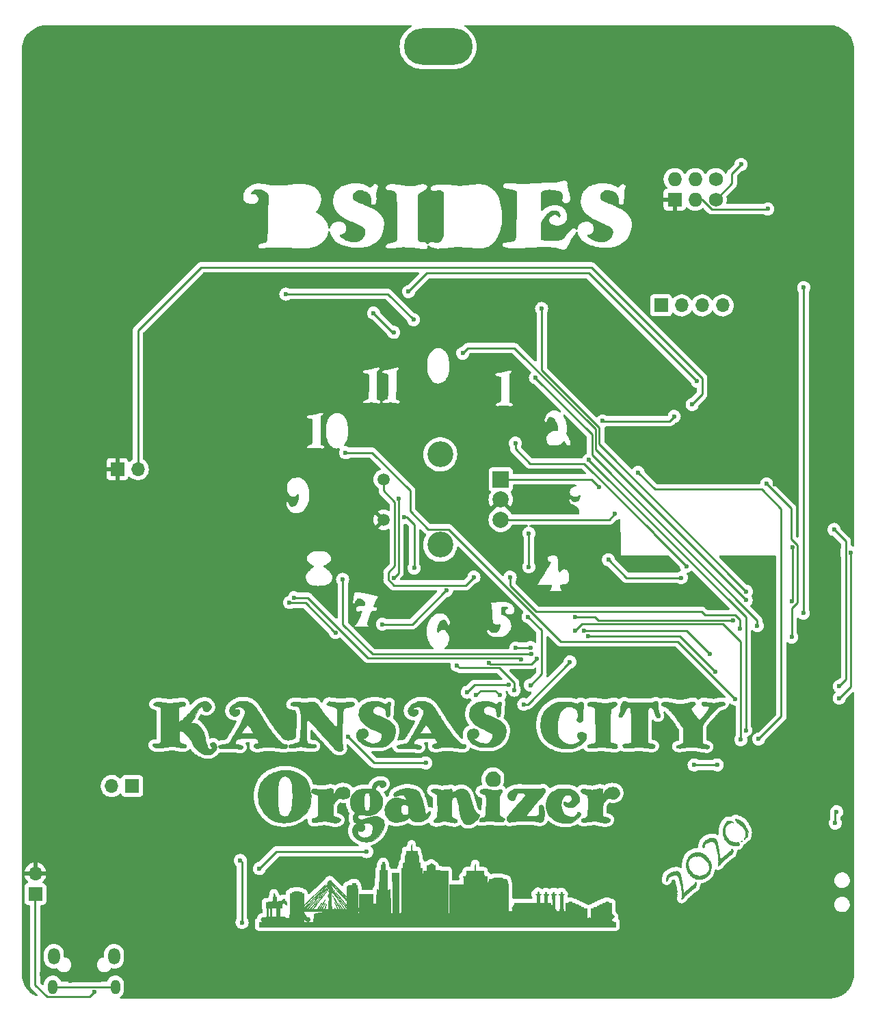
<source format=gbr>
%TF.GenerationSoftware,KiCad,Pcbnew,(6.0.7)*%
%TF.CreationDate,2022-09-02T13:53:09-05:00*%
%TF.ProjectId,BsidesKC-2022-Safe-Badge,42736964-6573-44b4-932d-323032322d53,0-c*%
%TF.SameCoordinates,Original*%
%TF.FileFunction,Copper,L1,Top*%
%TF.FilePolarity,Positive*%
%FSLAX46Y46*%
G04 Gerber Fmt 4.6, Leading zero omitted, Abs format (unit mm)*
G04 Created by KiCad (PCBNEW (6.0.7)) date 2022-09-02 13:53:09*
%MOMM*%
%LPD*%
G01*
G04 APERTURE LIST*
%TA.AperFunction,EtchedComponent*%
%ADD10C,0.010000*%
%TD*%
%TA.AperFunction,ComponentPad*%
%ADD11O,1.727200X1.727200*%
%TD*%
%TA.AperFunction,ComponentPad*%
%ADD12R,1.727200X1.727200*%
%TD*%
%TA.AperFunction,ComponentPad*%
%ADD13C,1.727200*%
%TD*%
%TA.AperFunction,ComponentPad*%
%ADD14O,8.500000X4.500000*%
%TD*%
%TA.AperFunction,ComponentPad*%
%ADD15R,1.700000X1.700000*%
%TD*%
%TA.AperFunction,ComponentPad*%
%ADD16O,1.700000X1.700000*%
%TD*%
%TA.AperFunction,ComponentPad*%
%ADD17O,1.450000X2.000000*%
%TD*%
%TA.AperFunction,ComponentPad*%
%ADD18O,1.150000X1.800000*%
%TD*%
%TA.AperFunction,ComponentPad*%
%ADD19R,2.000000X2.000000*%
%TD*%
%TA.AperFunction,ComponentPad*%
%ADD20C,2.000000*%
%TD*%
%TA.AperFunction,ComponentPad*%
%ADD21C,3.200000*%
%TD*%
%TA.AperFunction,ComponentPad*%
%ADD22C,1.500000*%
%TD*%
%TA.AperFunction,ViaPad*%
%ADD23C,0.600000*%
%TD*%
%TA.AperFunction,Conductor*%
%ADD24C,0.250000*%
%TD*%
G04 APERTURE END LIST*
%TO.C,G\u002A\u002A\u002A*%
G36*
X163845254Y-122560470D02*
G01*
X164094033Y-122580215D01*
X164330248Y-122614127D01*
X164501655Y-122650964D01*
X164749199Y-122731880D01*
X164965251Y-122841015D01*
X165149736Y-122978294D01*
X165302574Y-123143644D01*
X165423687Y-123336989D01*
X165512997Y-123558254D01*
X165534732Y-123634500D01*
X165563321Y-123799407D01*
X165559315Y-123954729D01*
X165521098Y-124104867D01*
X165447058Y-124254224D01*
X165335579Y-124407201D01*
X165196428Y-124557034D01*
X165075096Y-124666625D01*
X164960709Y-124744880D01*
X164840613Y-124797986D01*
X164702157Y-124832131D01*
X164605485Y-124846034D01*
X164408383Y-124856926D01*
X164223631Y-124843729D01*
X164054917Y-124808560D01*
X163905930Y-124753539D01*
X163780358Y-124680786D01*
X163681889Y-124592419D01*
X163614212Y-124490557D01*
X163581014Y-124377321D01*
X163585035Y-124259724D01*
X163612315Y-124198009D01*
X163664831Y-124169879D01*
X163742787Y-124175308D01*
X163846390Y-124214267D01*
X163864079Y-124222964D01*
X163945302Y-124261107D01*
X164026283Y-124294632D01*
X164075102Y-124311700D01*
X164135492Y-124325710D01*
X164183128Y-124321557D01*
X164241188Y-124296846D01*
X164246931Y-124293933D01*
X164326163Y-124244015D01*
X164413793Y-124174012D01*
X164498603Y-124094438D01*
X164569373Y-124015806D01*
X164614391Y-123949601D01*
X164650028Y-123847106D01*
X164647707Y-123745973D01*
X164622465Y-123666440D01*
X164545891Y-123522930D01*
X164451385Y-123414004D01*
X164382692Y-123363978D01*
X164273254Y-123321407D01*
X164144766Y-123305486D01*
X164011284Y-123316481D01*
X163887026Y-123354587D01*
X163770271Y-123427195D01*
X163657237Y-123535154D01*
X163552796Y-123671495D01*
X163461820Y-123829253D01*
X163389180Y-124001460D01*
X163354580Y-124115978D01*
X163327641Y-124256652D01*
X163310920Y-124417922D01*
X163305348Y-124582181D01*
X163311855Y-124731822D01*
X163318972Y-124789704D01*
X163366176Y-125022873D01*
X163430944Y-125238291D01*
X163511032Y-125432087D01*
X163604197Y-125600394D01*
X163708196Y-125739343D01*
X163820784Y-125845065D01*
X163939718Y-125913690D01*
X163978577Y-125927134D01*
X164121799Y-125967398D01*
X164237707Y-125996283D01*
X164339043Y-126016108D01*
X164438550Y-126029195D01*
X164548968Y-126037862D01*
X164602876Y-126040803D01*
X164713735Y-126045590D01*
X164792121Y-126046388D01*
X164847781Y-126042317D01*
X164890460Y-126032495D01*
X164929904Y-126016043D01*
X164941542Y-126010207D01*
X165007024Y-125971299D01*
X165061584Y-125924016D01*
X165113162Y-125859344D01*
X165169697Y-125768269D01*
X165196253Y-125721022D01*
X165273201Y-125592544D01*
X165342077Y-125503035D01*
X165405835Y-125450591D01*
X165467432Y-125433308D01*
X165529821Y-125449285D01*
X165573818Y-125477869D01*
X165651723Y-125562109D01*
X165690518Y-125660468D01*
X165690511Y-125771632D01*
X165652014Y-125894291D01*
X165575336Y-126027132D01*
X165460788Y-126168844D01*
X165394097Y-126238000D01*
X165173720Y-126428551D01*
X164935618Y-126581953D01*
X164678896Y-126698479D01*
X164402657Y-126778398D01*
X164106007Y-126821980D01*
X163788050Y-126829496D01*
X163504219Y-126808178D01*
X163176139Y-126750546D01*
X162868508Y-126656793D01*
X162582926Y-126528054D01*
X162320992Y-126365466D01*
X162084304Y-126170165D01*
X161874462Y-125943286D01*
X161693065Y-125685965D01*
X161551610Y-125421016D01*
X161492302Y-125274639D01*
X161451853Y-125128232D01*
X161427873Y-124969407D01*
X161417976Y-124785771D01*
X161417396Y-124724584D01*
X161435412Y-124410006D01*
X161489246Y-124112339D01*
X161577296Y-123833803D01*
X161697954Y-123576620D01*
X161849616Y-123343013D01*
X162030677Y-123135204D01*
X162239531Y-122955415D01*
X162474574Y-122805867D01*
X162734199Y-122688783D01*
X162933130Y-122626434D01*
X163127850Y-122587876D01*
X163351731Y-122564138D01*
X163594343Y-122555057D01*
X163845254Y-122560470D01*
G37*
D10*
X163845254Y-122560470D02*
X164094033Y-122580215D01*
X164330248Y-122614127D01*
X164501655Y-122650964D01*
X164749199Y-122731880D01*
X164965251Y-122841015D01*
X165149736Y-122978294D01*
X165302574Y-123143644D01*
X165423687Y-123336989D01*
X165512997Y-123558254D01*
X165534732Y-123634500D01*
X165563321Y-123799407D01*
X165559315Y-123954729D01*
X165521098Y-124104867D01*
X165447058Y-124254224D01*
X165335579Y-124407201D01*
X165196428Y-124557034D01*
X165075096Y-124666625D01*
X164960709Y-124744880D01*
X164840613Y-124797986D01*
X164702157Y-124832131D01*
X164605485Y-124846034D01*
X164408383Y-124856926D01*
X164223631Y-124843729D01*
X164054917Y-124808560D01*
X163905930Y-124753539D01*
X163780358Y-124680786D01*
X163681889Y-124592419D01*
X163614212Y-124490557D01*
X163581014Y-124377321D01*
X163585035Y-124259724D01*
X163612315Y-124198009D01*
X163664831Y-124169879D01*
X163742787Y-124175308D01*
X163846390Y-124214267D01*
X163864079Y-124222964D01*
X163945302Y-124261107D01*
X164026283Y-124294632D01*
X164075102Y-124311700D01*
X164135492Y-124325710D01*
X164183128Y-124321557D01*
X164241188Y-124296846D01*
X164246931Y-124293933D01*
X164326163Y-124244015D01*
X164413793Y-124174012D01*
X164498603Y-124094438D01*
X164569373Y-124015806D01*
X164614391Y-123949601D01*
X164650028Y-123847106D01*
X164647707Y-123745973D01*
X164622465Y-123666440D01*
X164545891Y-123522930D01*
X164451385Y-123414004D01*
X164382692Y-123363978D01*
X164273254Y-123321407D01*
X164144766Y-123305486D01*
X164011284Y-123316481D01*
X163887026Y-123354587D01*
X163770271Y-123427195D01*
X163657237Y-123535154D01*
X163552796Y-123671495D01*
X163461820Y-123829253D01*
X163389180Y-124001460D01*
X163354580Y-124115978D01*
X163327641Y-124256652D01*
X163310920Y-124417922D01*
X163305348Y-124582181D01*
X163311855Y-124731822D01*
X163318972Y-124789704D01*
X163366176Y-125022873D01*
X163430944Y-125238291D01*
X163511032Y-125432087D01*
X163604197Y-125600394D01*
X163708196Y-125739343D01*
X163820784Y-125845065D01*
X163939718Y-125913690D01*
X163978577Y-125927134D01*
X164121799Y-125967398D01*
X164237707Y-125996283D01*
X164339043Y-126016108D01*
X164438550Y-126029195D01*
X164548968Y-126037862D01*
X164602876Y-126040803D01*
X164713735Y-126045590D01*
X164792121Y-126046388D01*
X164847781Y-126042317D01*
X164890460Y-126032495D01*
X164929904Y-126016043D01*
X164941542Y-126010207D01*
X165007024Y-125971299D01*
X165061584Y-125924016D01*
X165113162Y-125859344D01*
X165169697Y-125768269D01*
X165196253Y-125721022D01*
X165273201Y-125592544D01*
X165342077Y-125503035D01*
X165405835Y-125450591D01*
X165467432Y-125433308D01*
X165529821Y-125449285D01*
X165573818Y-125477869D01*
X165651723Y-125562109D01*
X165690518Y-125660468D01*
X165690511Y-125771632D01*
X165652014Y-125894291D01*
X165575336Y-126027132D01*
X165460788Y-126168844D01*
X165394097Y-126238000D01*
X165173720Y-126428551D01*
X164935618Y-126581953D01*
X164678896Y-126698479D01*
X164402657Y-126778398D01*
X164106007Y-126821980D01*
X163788050Y-126829496D01*
X163504219Y-126808178D01*
X163176139Y-126750546D01*
X162868508Y-126656793D01*
X162582926Y-126528054D01*
X162320992Y-126365466D01*
X162084304Y-126170165D01*
X161874462Y-125943286D01*
X161693065Y-125685965D01*
X161551610Y-125421016D01*
X161492302Y-125274639D01*
X161451853Y-125128232D01*
X161427873Y-124969407D01*
X161417976Y-124785771D01*
X161417396Y-124724584D01*
X161435412Y-124410006D01*
X161489246Y-124112339D01*
X161577296Y-123833803D01*
X161697954Y-123576620D01*
X161849616Y-123343013D01*
X162030677Y-123135204D01*
X162239531Y-122955415D01*
X162474574Y-122805867D01*
X162734199Y-122688783D01*
X162933130Y-122626434D01*
X163127850Y-122587876D01*
X163351731Y-122564138D01*
X163594343Y-122555057D01*
X163845254Y-122560470D01*
G36*
X140477520Y-111769858D02*
G01*
X140673793Y-111787872D01*
X140848417Y-111815553D01*
X140991856Y-111852744D01*
X140999241Y-111855266D01*
X141086395Y-111890821D01*
X141190048Y-111940870D01*
X141291589Y-111996254D01*
X141319358Y-112012847D01*
X141399953Y-112059380D01*
X141471801Y-112095684D01*
X141524363Y-112116665D01*
X141540883Y-112119834D01*
X141581578Y-112104283D01*
X141643562Y-112060422D01*
X141720996Y-111992441D01*
X141728766Y-111985051D01*
X141811647Y-111907370D01*
X141873101Y-111855986D01*
X141921245Y-111826873D01*
X141964194Y-111816006D01*
X142010061Y-111819358D01*
X142046314Y-111827517D01*
X142138150Y-111866891D01*
X142194502Y-111929085D01*
X142215225Y-112013611D01*
X142200175Y-112119980D01*
X142162605Y-112219772D01*
X142145349Y-112258650D01*
X142131867Y-112295076D01*
X142121527Y-112335034D01*
X142113696Y-112384511D01*
X142107741Y-112449492D01*
X142103030Y-112535962D01*
X142098930Y-112649907D01*
X142094809Y-112797311D01*
X142092635Y-112881834D01*
X142087425Y-113064719D01*
X142081547Y-113210473D01*
X142074111Y-113324297D01*
X142064226Y-113411393D01*
X142051001Y-113476961D01*
X142033546Y-113526203D01*
X142010970Y-113564321D01*
X141982382Y-113596516D01*
X141967969Y-113609878D01*
X141916994Y-113637653D01*
X141844890Y-113656730D01*
X141822141Y-113659691D01*
X141757041Y-113662059D01*
X141709195Y-113651144D01*
X141675395Y-113621475D01*
X141652437Y-113567583D01*
X141637113Y-113483996D01*
X141626216Y-113365245D01*
X141623231Y-113320363D01*
X141603081Y-113114259D01*
X141568432Y-112943889D01*
X141515267Y-112803974D01*
X141439569Y-112689231D01*
X141337323Y-112594381D01*
X141204510Y-112514143D01*
X141037115Y-112443236D01*
X140927667Y-112405922D01*
X140754498Y-112360590D01*
X140605643Y-112344448D01*
X140474823Y-112357427D01*
X140355759Y-112399459D01*
X140355461Y-112399605D01*
X140248475Y-112465302D01*
X140146540Y-112551129D01*
X140061470Y-112645738D01*
X140006338Y-112734951D01*
X139987292Y-112784355D01*
X139979081Y-112832364D01*
X139980822Y-112893381D01*
X139991339Y-112979714D01*
X140005550Y-113066633D01*
X140022662Y-113125922D01*
X140048844Y-113172162D01*
X140090264Y-113219929D01*
X140095112Y-113224969D01*
X140167054Y-113287116D01*
X140264559Y-113349749D01*
X140391617Y-113414921D01*
X140552223Y-113484685D01*
X140745342Y-113559239D01*
X141068614Y-113684274D01*
X141360678Y-113809887D01*
X141632417Y-113941158D01*
X141894717Y-114083165D01*
X142001497Y-114145337D01*
X142158402Y-114253797D01*
X142311880Y-114388067D01*
X142454020Y-114539258D01*
X142576914Y-114698482D01*
X142672653Y-114856848D01*
X142712486Y-114944454D01*
X142735691Y-115029735D01*
X142752993Y-115145233D01*
X142763812Y-115279166D01*
X142767572Y-115419755D01*
X142763692Y-115555219D01*
X142751597Y-115673777D01*
X142749044Y-115689341D01*
X142722417Y-115811453D01*
X142682271Y-115957670D01*
X142633182Y-116113825D01*
X142579723Y-116265752D01*
X142526469Y-116399284D01*
X142503104Y-116451043D01*
X142411690Y-116603890D01*
X142284572Y-116757600D01*
X142127883Y-116906582D01*
X141947756Y-117045247D01*
X141750325Y-117168004D01*
X141669944Y-117210369D01*
X141480082Y-117298115D01*
X141306898Y-117360955D01*
X141136336Y-117403098D01*
X140954344Y-117428753D01*
X140934607Y-117430607D01*
X140767009Y-117442087D01*
X140579617Y-117448819D01*
X140383552Y-117450891D01*
X140189937Y-117448388D01*
X140009895Y-117441398D01*
X139854548Y-117430006D01*
X139781720Y-117421632D01*
X139457162Y-117360675D01*
X139157485Y-117270279D01*
X138884516Y-117151468D01*
X138640082Y-117005261D01*
X138426012Y-116832680D01*
X138244133Y-116634746D01*
X138157653Y-116514176D01*
X138057611Y-116336456D01*
X137994166Y-116162286D01*
X137963974Y-115981189D01*
X137960356Y-115895949D01*
X137973875Y-115715259D01*
X138018899Y-115561863D01*
X138096933Y-115433187D01*
X138209481Y-115326658D01*
X138338471Y-115249089D01*
X138417691Y-115213327D01*
X138488490Y-115191123D01*
X138568013Y-115178445D01*
X138668309Y-115171501D01*
X138865484Y-115174451D01*
X139030097Y-115204125D01*
X139162885Y-115261114D01*
X139264587Y-115346005D01*
X139335941Y-115459387D01*
X139377687Y-115601849D01*
X139390455Y-115747054D01*
X139390097Y-115838682D01*
X139383634Y-115902969D01*
X139368031Y-115954796D01*
X139340254Y-116009043D01*
X139335290Y-116017561D01*
X139237515Y-116144599D01*
X139112977Y-116238921D01*
X138962144Y-116300224D01*
X138869208Y-116319599D01*
X138810721Y-116331519D01*
X138774465Y-116345063D01*
X138768667Y-116351609D01*
X138786172Y-116387419D01*
X138834450Y-116439027D01*
X138907146Y-116501897D01*
X138997902Y-116571493D01*
X139100361Y-116643278D01*
X139208169Y-116712716D01*
X139314967Y-116775270D01*
X139414400Y-116826405D01*
X139465011Y-116848568D01*
X139672898Y-116915959D01*
X139887389Y-116955557D01*
X140100573Y-116967377D01*
X140304541Y-116951435D01*
X140491381Y-116907744D01*
X140635269Y-116846398D01*
X140759100Y-116760105D01*
X140870459Y-116646569D01*
X140965692Y-116513421D01*
X141041145Y-116368291D01*
X141093166Y-116218810D01*
X141118100Y-116072609D01*
X141112295Y-115937318D01*
X141098003Y-115879956D01*
X141059514Y-115801406D01*
X140994956Y-115724257D01*
X140901636Y-115646730D01*
X140776864Y-115567046D01*
X140617947Y-115483428D01*
X140422194Y-115394097D01*
X140260917Y-115326852D01*
X139910380Y-115177765D01*
X139600131Y-115030101D01*
X139328199Y-114882742D01*
X139092614Y-114734573D01*
X138891405Y-114584475D01*
X138780441Y-114487519D01*
X138591737Y-114289158D01*
X138444376Y-114084165D01*
X138337600Y-113870372D01*
X138270656Y-113645612D01*
X138242788Y-113407716D01*
X138253241Y-113154519D01*
X138271594Y-113027217D01*
X138312533Y-112835053D01*
X138364374Y-112674979D01*
X138431625Y-112537238D01*
X138518797Y-112412072D01*
X138596448Y-112324239D01*
X138749872Y-112188532D01*
X138936762Y-112064205D01*
X139148811Y-111955775D01*
X139377713Y-111867756D01*
X139505143Y-111830369D01*
X139666636Y-111797660D01*
X139854156Y-111775413D01*
X140058166Y-111763470D01*
X140269133Y-111761671D01*
X140477520Y-111769858D01*
G37*
X140477520Y-111769858D02*
X140673793Y-111787872D01*
X140848417Y-111815553D01*
X140991856Y-111852744D01*
X140999241Y-111855266D01*
X141086395Y-111890821D01*
X141190048Y-111940870D01*
X141291589Y-111996254D01*
X141319358Y-112012847D01*
X141399953Y-112059380D01*
X141471801Y-112095684D01*
X141524363Y-112116665D01*
X141540883Y-112119834D01*
X141581578Y-112104283D01*
X141643562Y-112060422D01*
X141720996Y-111992441D01*
X141728766Y-111985051D01*
X141811647Y-111907370D01*
X141873101Y-111855986D01*
X141921245Y-111826873D01*
X141964194Y-111816006D01*
X142010061Y-111819358D01*
X142046314Y-111827517D01*
X142138150Y-111866891D01*
X142194502Y-111929085D01*
X142215225Y-112013611D01*
X142200175Y-112119980D01*
X142162605Y-112219772D01*
X142145349Y-112258650D01*
X142131867Y-112295076D01*
X142121527Y-112335034D01*
X142113696Y-112384511D01*
X142107741Y-112449492D01*
X142103030Y-112535962D01*
X142098930Y-112649907D01*
X142094809Y-112797311D01*
X142092635Y-112881834D01*
X142087425Y-113064719D01*
X142081547Y-113210473D01*
X142074111Y-113324297D01*
X142064226Y-113411393D01*
X142051001Y-113476961D01*
X142033546Y-113526203D01*
X142010970Y-113564321D01*
X141982382Y-113596516D01*
X141967969Y-113609878D01*
X141916994Y-113637653D01*
X141844890Y-113656730D01*
X141822141Y-113659691D01*
X141757041Y-113662059D01*
X141709195Y-113651144D01*
X141675395Y-113621475D01*
X141652437Y-113567583D01*
X141637113Y-113483996D01*
X141626216Y-113365245D01*
X141623231Y-113320363D01*
X141603081Y-113114259D01*
X141568432Y-112943889D01*
X141515267Y-112803974D01*
X141439569Y-112689231D01*
X141337323Y-112594381D01*
X141204510Y-112514143D01*
X141037115Y-112443236D01*
X140927667Y-112405922D01*
X140754498Y-112360590D01*
X140605643Y-112344448D01*
X140474823Y-112357427D01*
X140355759Y-112399459D01*
X140355461Y-112399605D01*
X140248475Y-112465302D01*
X140146540Y-112551129D01*
X140061470Y-112645738D01*
X140006338Y-112734951D01*
X139987292Y-112784355D01*
X139979081Y-112832364D01*
X139980822Y-112893381D01*
X139991339Y-112979714D01*
X140005550Y-113066633D01*
X140022662Y-113125922D01*
X140048844Y-113172162D01*
X140090264Y-113219929D01*
X140095112Y-113224969D01*
X140167054Y-113287116D01*
X140264559Y-113349749D01*
X140391617Y-113414921D01*
X140552223Y-113484685D01*
X140745342Y-113559239D01*
X141068614Y-113684274D01*
X141360678Y-113809887D01*
X141632417Y-113941158D01*
X141894717Y-114083165D01*
X142001497Y-114145337D01*
X142158402Y-114253797D01*
X142311880Y-114388067D01*
X142454020Y-114539258D01*
X142576914Y-114698482D01*
X142672653Y-114856848D01*
X142712486Y-114944454D01*
X142735691Y-115029735D01*
X142752993Y-115145233D01*
X142763812Y-115279166D01*
X142767572Y-115419755D01*
X142763692Y-115555219D01*
X142751597Y-115673777D01*
X142749044Y-115689341D01*
X142722417Y-115811453D01*
X142682271Y-115957670D01*
X142633182Y-116113825D01*
X142579723Y-116265752D01*
X142526469Y-116399284D01*
X142503104Y-116451043D01*
X142411690Y-116603890D01*
X142284572Y-116757600D01*
X142127883Y-116906582D01*
X141947756Y-117045247D01*
X141750325Y-117168004D01*
X141669944Y-117210369D01*
X141480082Y-117298115D01*
X141306898Y-117360955D01*
X141136336Y-117403098D01*
X140954344Y-117428753D01*
X140934607Y-117430607D01*
X140767009Y-117442087D01*
X140579617Y-117448819D01*
X140383552Y-117450891D01*
X140189937Y-117448388D01*
X140009895Y-117441398D01*
X139854548Y-117430006D01*
X139781720Y-117421632D01*
X139457162Y-117360675D01*
X139157485Y-117270279D01*
X138884516Y-117151468D01*
X138640082Y-117005261D01*
X138426012Y-116832680D01*
X138244133Y-116634746D01*
X138157653Y-116514176D01*
X138057611Y-116336456D01*
X137994166Y-116162286D01*
X137963974Y-115981189D01*
X137960356Y-115895949D01*
X137973875Y-115715259D01*
X138018899Y-115561863D01*
X138096933Y-115433187D01*
X138209481Y-115326658D01*
X138338471Y-115249089D01*
X138417691Y-115213327D01*
X138488490Y-115191123D01*
X138568013Y-115178445D01*
X138668309Y-115171501D01*
X138865484Y-115174451D01*
X139030097Y-115204125D01*
X139162885Y-115261114D01*
X139264587Y-115346005D01*
X139335941Y-115459387D01*
X139377687Y-115601849D01*
X139390455Y-115747054D01*
X139390097Y-115838682D01*
X139383634Y-115902969D01*
X139368031Y-115954796D01*
X139340254Y-116009043D01*
X139335290Y-116017561D01*
X139237515Y-116144599D01*
X139112977Y-116238921D01*
X138962144Y-116300224D01*
X138869208Y-116319599D01*
X138810721Y-116331519D01*
X138774465Y-116345063D01*
X138768667Y-116351609D01*
X138786172Y-116387419D01*
X138834450Y-116439027D01*
X138907146Y-116501897D01*
X138997902Y-116571493D01*
X139100361Y-116643278D01*
X139208169Y-116712716D01*
X139314967Y-116775270D01*
X139414400Y-116826405D01*
X139465011Y-116848568D01*
X139672898Y-116915959D01*
X139887389Y-116955557D01*
X140100573Y-116967377D01*
X140304541Y-116951435D01*
X140491381Y-116907744D01*
X140635269Y-116846398D01*
X140759100Y-116760105D01*
X140870459Y-116646569D01*
X140965692Y-116513421D01*
X141041145Y-116368291D01*
X141093166Y-116218810D01*
X141118100Y-116072609D01*
X141112295Y-115937318D01*
X141098003Y-115879956D01*
X141059514Y-115801406D01*
X140994956Y-115724257D01*
X140901636Y-115646730D01*
X140776864Y-115567046D01*
X140617947Y-115483428D01*
X140422194Y-115394097D01*
X140260917Y-115326852D01*
X139910380Y-115177765D01*
X139600131Y-115030101D01*
X139328199Y-114882742D01*
X139092614Y-114734573D01*
X138891405Y-114584475D01*
X138780441Y-114487519D01*
X138591737Y-114289158D01*
X138444376Y-114084165D01*
X138337600Y-113870372D01*
X138270656Y-113645612D01*
X138242788Y-113407716D01*
X138253241Y-113154519D01*
X138271594Y-113027217D01*
X138312533Y-112835053D01*
X138364374Y-112674979D01*
X138431625Y-112537238D01*
X138518797Y-112412072D01*
X138596448Y-112324239D01*
X138749872Y-112188532D01*
X138936762Y-112064205D01*
X139148811Y-111955775D01*
X139377713Y-111867756D01*
X139505143Y-111830369D01*
X139666636Y-111797660D01*
X139854156Y-111775413D01*
X140058166Y-111763470D01*
X140269133Y-111761671D01*
X140477520Y-111769858D01*
G36*
X119184410Y-111777701D02*
G01*
X119337461Y-111784627D01*
X119460254Y-111806863D01*
X119563297Y-111848307D01*
X119657098Y-111912853D01*
X119728273Y-111979349D01*
X119846162Y-112116936D01*
X119924579Y-112249173D01*
X119965402Y-112379790D01*
X119972667Y-112464939D01*
X119960270Y-112583399D01*
X119919705Y-112686463D01*
X119845907Y-112784649D01*
X119793893Y-112836187D01*
X119678507Y-112926953D01*
X119564039Y-112981501D01*
X119439046Y-113004102D01*
X119345325Y-113003599D01*
X119218251Y-112987436D01*
X119120908Y-112953088D01*
X119047861Y-112895305D01*
X118993672Y-112808839D01*
X118952904Y-112688441D01*
X118934447Y-112606925D01*
X118916308Y-112520867D01*
X118900059Y-112451568D01*
X118888072Y-112408788D01*
X118884189Y-112400134D01*
X118853248Y-112395790D01*
X118797290Y-112409406D01*
X118727251Y-112436595D01*
X118654066Y-112472968D01*
X118588674Y-112514136D01*
X118575838Y-112523859D01*
X118526025Y-112568125D01*
X118481251Y-112620833D01*
X118435356Y-112690814D01*
X118382180Y-112786901D01*
X118353113Y-112843215D01*
X118216842Y-113108901D01*
X118090137Y-113351611D01*
X117974174Y-113569233D01*
X117870130Y-113759653D01*
X117779181Y-113920760D01*
X117702505Y-114050438D01*
X117641279Y-114146576D01*
X117596679Y-114207061D01*
X117588557Y-114216061D01*
X117526519Y-114291430D01*
X117498759Y-114351750D01*
X117505841Y-114394507D01*
X117543792Y-114416212D01*
X117583109Y-114424082D01*
X117653792Y-114436981D01*
X117745437Y-114453048D01*
X117836893Y-114468620D01*
X117985390Y-114495087D01*
X118101017Y-114521232D01*
X118192932Y-114551801D01*
X118270295Y-114591539D01*
X118342265Y-114645191D01*
X118418000Y-114717503D01*
X118506659Y-114813219D01*
X118510730Y-114817743D01*
X118640429Y-114966144D01*
X118745848Y-115097508D01*
X118834614Y-115222621D01*
X118914355Y-115352268D01*
X118992698Y-115497236D01*
X118996573Y-115504803D01*
X119045442Y-115605127D01*
X119080937Y-115692473D01*
X119108008Y-115782175D01*
X119131601Y-115889567D01*
X119145946Y-115967736D01*
X119209291Y-116307670D01*
X119272704Y-116606450D01*
X119336586Y-116865257D01*
X119401338Y-117085269D01*
X119467359Y-117267665D01*
X119535051Y-117413625D01*
X119604814Y-117524326D01*
X119677049Y-117600949D01*
X119708233Y-117623259D01*
X119787121Y-117655256D01*
X119875953Y-117665636D01*
X119963908Y-117656341D01*
X120040165Y-117629312D01*
X120093904Y-117586492D01*
X120111697Y-117550851D01*
X120120216Y-117471208D01*
X120097112Y-117416965D01*
X120040185Y-117383087D01*
X120038149Y-117382404D01*
X119955199Y-117334851D01*
X119900560Y-117256157D01*
X119873979Y-117145942D01*
X119872761Y-117131920D01*
X119877231Y-117023080D01*
X119911309Y-116942440D01*
X119978342Y-116884992D01*
X120060187Y-116851697D01*
X120158481Y-116827023D01*
X120234264Y-116821445D01*
X120303033Y-116835425D01*
X120362859Y-116860731D01*
X120460138Y-116931383D01*
X120538765Y-117038575D01*
X120597475Y-117180250D01*
X120623188Y-117283844D01*
X120645053Y-117440820D01*
X120641092Y-117573838D01*
X120609037Y-117694114D01*
X120546618Y-117812864D01*
X120503684Y-117874670D01*
X120387386Y-118018026D01*
X120272317Y-118129397D01*
X120148316Y-118217569D01*
X120040517Y-118275104D01*
X119970546Y-118307404D01*
X119913889Y-118329366D01*
X119859017Y-118343231D01*
X119794402Y-118351239D01*
X119708516Y-118355629D01*
X119613251Y-118358120D01*
X119481460Y-118359253D01*
X119378574Y-118355131D01*
X119291368Y-118344634D01*
X119206616Y-118326641D01*
X119189500Y-118322231D01*
X119014166Y-118262570D01*
X118821742Y-118173239D01*
X118619968Y-118058851D01*
X118416585Y-117924021D01*
X118219334Y-117773366D01*
X118105792Y-117676084D01*
X118045614Y-117612332D01*
X117977826Y-117521393D01*
X117900822Y-117400640D01*
X117812994Y-117247445D01*
X117712735Y-117059181D01*
X117634735Y-116905996D01*
X117513008Y-116683803D01*
X117373526Y-116464544D01*
X117220830Y-116253426D01*
X117059456Y-116055656D01*
X116893943Y-115876442D01*
X116728829Y-115720991D01*
X116568653Y-115594509D01*
X116417952Y-115502203D01*
X116406083Y-115496275D01*
X116287452Y-115444170D01*
X116197930Y-115419205D01*
X116134395Y-115421068D01*
X116093730Y-115449450D01*
X116084917Y-115464330D01*
X116058114Y-115548980D01*
X116039651Y-115672088D01*
X116029720Y-115830573D01*
X116028518Y-116021349D01*
X116036127Y-116239219D01*
X116045765Y-116422621D01*
X116055370Y-116568785D01*
X116067828Y-116682709D01*
X116086027Y-116769388D01*
X116112854Y-116833817D01*
X116151196Y-116880993D01*
X116203940Y-116915911D01*
X116273973Y-116943567D01*
X116364182Y-116968957D01*
X116473543Y-116996108D01*
X116639787Y-117042695D01*
X116763788Y-117089772D01*
X116845633Y-117137376D01*
X116881625Y-117177344D01*
X116904316Y-117259820D01*
X116889831Y-117341519D01*
X116842500Y-117413327D01*
X116766650Y-117466131D01*
X116739417Y-117476760D01*
X116652871Y-117493733D01*
X116532434Y-117500470D01*
X116385217Y-117497266D01*
X116218334Y-117484413D01*
X116038895Y-117462205D01*
X115919250Y-117442954D01*
X115788457Y-117419955D01*
X115653706Y-117396264D01*
X115529165Y-117374371D01*
X115429005Y-117356768D01*
X115411518Y-117353696D01*
X115351411Y-117343620D01*
X115297095Y-117336435D01*
X115243090Y-117332534D01*
X115183920Y-117332307D01*
X115114104Y-117336146D01*
X115028165Y-117344444D01*
X114920624Y-117357592D01*
X114786001Y-117375982D01*
X114618820Y-117400006D01*
X114479917Y-117420322D01*
X114234107Y-117453558D01*
X113998282Y-117479986D01*
X113777445Y-117499329D01*
X113576600Y-117511313D01*
X113400751Y-117515660D01*
X113254900Y-117512096D01*
X113144051Y-117500344D01*
X113119082Y-117495346D01*
X112992995Y-117455052D01*
X112888414Y-117399818D01*
X112808283Y-117334103D01*
X112755545Y-117262366D01*
X112733145Y-117189066D01*
X112744025Y-117118659D01*
X112791131Y-117055606D01*
X112816123Y-117036501D01*
X112847528Y-117017372D01*
X112880438Y-117004128D01*
X112923021Y-116995743D01*
X112983444Y-116991190D01*
X113069876Y-116989441D01*
X113190187Y-116989469D01*
X113313638Y-116989287D01*
X113403363Y-116986944D01*
X113467955Y-116981497D01*
X113516004Y-116972003D01*
X113556102Y-116957520D01*
X113578254Y-116946894D01*
X113605577Y-116933536D01*
X113629429Y-116921333D01*
X113650082Y-116907480D01*
X113667806Y-116889170D01*
X113682871Y-116863601D01*
X113695549Y-116827965D01*
X113706110Y-116779459D01*
X113714825Y-116715277D01*
X113721964Y-116632613D01*
X113727799Y-116528664D01*
X113732599Y-116400623D01*
X113736636Y-116245685D01*
X113740180Y-116061046D01*
X113743503Y-115843900D01*
X113746874Y-115591442D01*
X113750565Y-115300867D01*
X113752618Y-115140131D01*
X113757594Y-114738180D01*
X113761617Y-114376729D01*
X113764670Y-114053953D01*
X113766739Y-113768028D01*
X113767808Y-113517132D01*
X113767863Y-113299440D01*
X113766889Y-113113128D01*
X113764869Y-112956373D01*
X113761790Y-112827352D01*
X113757635Y-112724240D01*
X113752390Y-112645213D01*
X113746040Y-112588448D01*
X113738569Y-112552121D01*
X113730976Y-112535515D01*
X113699997Y-112515800D01*
X113637416Y-112488285D01*
X113552381Y-112456642D01*
X113455809Y-112425083D01*
X113274298Y-112368524D01*
X113129790Y-112320677D01*
X113018330Y-112279554D01*
X112935963Y-112243161D01*
X112878735Y-112209510D01*
X112842691Y-112176607D01*
X112823876Y-112142462D01*
X112818336Y-112105085D01*
X112818333Y-112104135D01*
X112836852Y-112057854D01*
X112886454Y-112004925D01*
X112958205Y-111952515D01*
X113043171Y-111907789D01*
X113082246Y-111892458D01*
X113187567Y-111868483D01*
X113328930Y-111856419D01*
X113501789Y-111856149D01*
X113701597Y-111867553D01*
X113923808Y-111890515D01*
X114130667Y-111919622D01*
X114333673Y-111948383D01*
X114526304Y-111968482D01*
X114714981Y-111979686D01*
X114906123Y-111981759D01*
X115106151Y-111974467D01*
X115321482Y-111957576D01*
X115558539Y-111930851D01*
X115823740Y-111894058D01*
X116123505Y-111846963D01*
X116124342Y-111846826D01*
X116279075Y-111826093D01*
X116403315Y-111821810D01*
X116506265Y-111835723D01*
X116597132Y-111869582D01*
X116685122Y-111925136D01*
X116731629Y-111962196D01*
X116785651Y-112031227D01*
X116800462Y-112110578D01*
X116775992Y-112194441D01*
X116735183Y-112253025D01*
X116669950Y-112309759D01*
X116587050Y-112347220D01*
X116478772Y-112367784D01*
X116343009Y-112373834D01*
X116208918Y-112383613D01*
X116106177Y-112415053D01*
X116028063Y-112471307D01*
X115972125Y-112547765D01*
X115958319Y-112572840D01*
X115947017Y-112597062D01*
X115938082Y-112624555D01*
X115931373Y-112659445D01*
X115926751Y-112705857D01*
X115924077Y-112767916D01*
X115923211Y-112849748D01*
X115924014Y-112955477D01*
X115926346Y-113089228D01*
X115930068Y-113255128D01*
X115935041Y-113457300D01*
X115937746Y-113565053D01*
X115956242Y-114301189D01*
X116001246Y-114288052D01*
X116119949Y-114239460D01*
X116259040Y-114157629D01*
X116363750Y-114083823D01*
X116441436Y-114020621D01*
X116542335Y-113930525D01*
X116661635Y-113818368D01*
X116794523Y-113688985D01*
X116936187Y-113547208D01*
X117081814Y-113397873D01*
X117226592Y-113245812D01*
X117365708Y-113095860D01*
X117494350Y-112952849D01*
X117528804Y-112913601D01*
X117703871Y-112714690D01*
X117856358Y-112545730D01*
X117989878Y-112403416D01*
X118108045Y-112284441D01*
X118214471Y-112185500D01*
X118312770Y-112103287D01*
X118406556Y-112034496D01*
X118499440Y-111975822D01*
X118595037Y-111923958D01*
X118628583Y-111907393D01*
X118771764Y-111844533D01*
X118899550Y-111804642D01*
X119029162Y-111783699D01*
X119177822Y-111777688D01*
X119184410Y-111777701D01*
G37*
X119184410Y-111777701D02*
X119337461Y-111784627D01*
X119460254Y-111806863D01*
X119563297Y-111848307D01*
X119657098Y-111912853D01*
X119728273Y-111979349D01*
X119846162Y-112116936D01*
X119924579Y-112249173D01*
X119965402Y-112379790D01*
X119972667Y-112464939D01*
X119960270Y-112583399D01*
X119919705Y-112686463D01*
X119845907Y-112784649D01*
X119793893Y-112836187D01*
X119678507Y-112926953D01*
X119564039Y-112981501D01*
X119439046Y-113004102D01*
X119345325Y-113003599D01*
X119218251Y-112987436D01*
X119120908Y-112953088D01*
X119047861Y-112895305D01*
X118993672Y-112808839D01*
X118952904Y-112688441D01*
X118934447Y-112606925D01*
X118916308Y-112520867D01*
X118900059Y-112451568D01*
X118888072Y-112408788D01*
X118884189Y-112400134D01*
X118853248Y-112395790D01*
X118797290Y-112409406D01*
X118727251Y-112436595D01*
X118654066Y-112472968D01*
X118588674Y-112514136D01*
X118575838Y-112523859D01*
X118526025Y-112568125D01*
X118481251Y-112620833D01*
X118435356Y-112690814D01*
X118382180Y-112786901D01*
X118353113Y-112843215D01*
X118216842Y-113108901D01*
X118090137Y-113351611D01*
X117974174Y-113569233D01*
X117870130Y-113759653D01*
X117779181Y-113920760D01*
X117702505Y-114050438D01*
X117641279Y-114146576D01*
X117596679Y-114207061D01*
X117588557Y-114216061D01*
X117526519Y-114291430D01*
X117498759Y-114351750D01*
X117505841Y-114394507D01*
X117543792Y-114416212D01*
X117583109Y-114424082D01*
X117653792Y-114436981D01*
X117745437Y-114453048D01*
X117836893Y-114468620D01*
X117985390Y-114495087D01*
X118101017Y-114521232D01*
X118192932Y-114551801D01*
X118270295Y-114591539D01*
X118342265Y-114645191D01*
X118418000Y-114717503D01*
X118506659Y-114813219D01*
X118510730Y-114817743D01*
X118640429Y-114966144D01*
X118745848Y-115097508D01*
X118834614Y-115222621D01*
X118914355Y-115352268D01*
X118992698Y-115497236D01*
X118996573Y-115504803D01*
X119045442Y-115605127D01*
X119080937Y-115692473D01*
X119108008Y-115782175D01*
X119131601Y-115889567D01*
X119145946Y-115967736D01*
X119209291Y-116307670D01*
X119272704Y-116606450D01*
X119336586Y-116865257D01*
X119401338Y-117085269D01*
X119467359Y-117267665D01*
X119535051Y-117413625D01*
X119604814Y-117524326D01*
X119677049Y-117600949D01*
X119708233Y-117623259D01*
X119787121Y-117655256D01*
X119875953Y-117665636D01*
X119963908Y-117656341D01*
X120040165Y-117629312D01*
X120093904Y-117586492D01*
X120111697Y-117550851D01*
X120120216Y-117471208D01*
X120097112Y-117416965D01*
X120040185Y-117383087D01*
X120038149Y-117382404D01*
X119955199Y-117334851D01*
X119900560Y-117256157D01*
X119873979Y-117145942D01*
X119872761Y-117131920D01*
X119877231Y-117023080D01*
X119911309Y-116942440D01*
X119978342Y-116884992D01*
X120060187Y-116851697D01*
X120158481Y-116827023D01*
X120234264Y-116821445D01*
X120303033Y-116835425D01*
X120362859Y-116860731D01*
X120460138Y-116931383D01*
X120538765Y-117038575D01*
X120597475Y-117180250D01*
X120623188Y-117283844D01*
X120645053Y-117440820D01*
X120641092Y-117573838D01*
X120609037Y-117694114D01*
X120546618Y-117812864D01*
X120503684Y-117874670D01*
X120387386Y-118018026D01*
X120272317Y-118129397D01*
X120148316Y-118217569D01*
X120040517Y-118275104D01*
X119970546Y-118307404D01*
X119913889Y-118329366D01*
X119859017Y-118343231D01*
X119794402Y-118351239D01*
X119708516Y-118355629D01*
X119613251Y-118358120D01*
X119481460Y-118359253D01*
X119378574Y-118355131D01*
X119291368Y-118344634D01*
X119206616Y-118326641D01*
X119189500Y-118322231D01*
X119014166Y-118262570D01*
X118821742Y-118173239D01*
X118619968Y-118058851D01*
X118416585Y-117924021D01*
X118219334Y-117773366D01*
X118105792Y-117676084D01*
X118045614Y-117612332D01*
X117977826Y-117521393D01*
X117900822Y-117400640D01*
X117812994Y-117247445D01*
X117712735Y-117059181D01*
X117634735Y-116905996D01*
X117513008Y-116683803D01*
X117373526Y-116464544D01*
X117220830Y-116253426D01*
X117059456Y-116055656D01*
X116893943Y-115876442D01*
X116728829Y-115720991D01*
X116568653Y-115594509D01*
X116417952Y-115502203D01*
X116406083Y-115496275D01*
X116287452Y-115444170D01*
X116197930Y-115419205D01*
X116134395Y-115421068D01*
X116093730Y-115449450D01*
X116084917Y-115464330D01*
X116058114Y-115548980D01*
X116039651Y-115672088D01*
X116029720Y-115830573D01*
X116028518Y-116021349D01*
X116036127Y-116239219D01*
X116045765Y-116422621D01*
X116055370Y-116568785D01*
X116067828Y-116682709D01*
X116086027Y-116769388D01*
X116112854Y-116833817D01*
X116151196Y-116880993D01*
X116203940Y-116915911D01*
X116273973Y-116943567D01*
X116364182Y-116968957D01*
X116473543Y-116996108D01*
X116639787Y-117042695D01*
X116763788Y-117089772D01*
X116845633Y-117137376D01*
X116881625Y-117177344D01*
X116904316Y-117259820D01*
X116889831Y-117341519D01*
X116842500Y-117413327D01*
X116766650Y-117466131D01*
X116739417Y-117476760D01*
X116652871Y-117493733D01*
X116532434Y-117500470D01*
X116385217Y-117497266D01*
X116218334Y-117484413D01*
X116038895Y-117462205D01*
X115919250Y-117442954D01*
X115788457Y-117419955D01*
X115653706Y-117396264D01*
X115529165Y-117374371D01*
X115429005Y-117356768D01*
X115411518Y-117353696D01*
X115351411Y-117343620D01*
X115297095Y-117336435D01*
X115243090Y-117332534D01*
X115183920Y-117332307D01*
X115114104Y-117336146D01*
X115028165Y-117344444D01*
X114920624Y-117357592D01*
X114786001Y-117375982D01*
X114618820Y-117400006D01*
X114479917Y-117420322D01*
X114234107Y-117453558D01*
X113998282Y-117479986D01*
X113777445Y-117499329D01*
X113576600Y-117511313D01*
X113400751Y-117515660D01*
X113254900Y-117512096D01*
X113144051Y-117500344D01*
X113119082Y-117495346D01*
X112992995Y-117455052D01*
X112888414Y-117399818D01*
X112808283Y-117334103D01*
X112755545Y-117262366D01*
X112733145Y-117189066D01*
X112744025Y-117118659D01*
X112791131Y-117055606D01*
X112816123Y-117036501D01*
X112847528Y-117017372D01*
X112880438Y-117004128D01*
X112923021Y-116995743D01*
X112983444Y-116991190D01*
X113069876Y-116989441D01*
X113190187Y-116989469D01*
X113313638Y-116989287D01*
X113403363Y-116986944D01*
X113467955Y-116981497D01*
X113516004Y-116972003D01*
X113556102Y-116957520D01*
X113578254Y-116946894D01*
X113605577Y-116933536D01*
X113629429Y-116921333D01*
X113650082Y-116907480D01*
X113667806Y-116889170D01*
X113682871Y-116863601D01*
X113695549Y-116827965D01*
X113706110Y-116779459D01*
X113714825Y-116715277D01*
X113721964Y-116632613D01*
X113727799Y-116528664D01*
X113732599Y-116400623D01*
X113736636Y-116245685D01*
X113740180Y-116061046D01*
X113743503Y-115843900D01*
X113746874Y-115591442D01*
X113750565Y-115300867D01*
X113752618Y-115140131D01*
X113757594Y-114738180D01*
X113761617Y-114376729D01*
X113764670Y-114053953D01*
X113766739Y-113768028D01*
X113767808Y-113517132D01*
X113767863Y-113299440D01*
X113766889Y-113113128D01*
X113764869Y-112956373D01*
X113761790Y-112827352D01*
X113757635Y-112724240D01*
X113752390Y-112645213D01*
X113746040Y-112588448D01*
X113738569Y-112552121D01*
X113730976Y-112535515D01*
X113699997Y-112515800D01*
X113637416Y-112488285D01*
X113552381Y-112456642D01*
X113455809Y-112425083D01*
X113274298Y-112368524D01*
X113129790Y-112320677D01*
X113018330Y-112279554D01*
X112935963Y-112243161D01*
X112878735Y-112209510D01*
X112842691Y-112176607D01*
X112823876Y-112142462D01*
X112818336Y-112105085D01*
X112818333Y-112104135D01*
X112836852Y-112057854D01*
X112886454Y-112004925D01*
X112958205Y-111952515D01*
X113043171Y-111907789D01*
X113082246Y-111892458D01*
X113187567Y-111868483D01*
X113328930Y-111856419D01*
X113501789Y-111856149D01*
X113701597Y-111867553D01*
X113923808Y-111890515D01*
X114130667Y-111919622D01*
X114333673Y-111948383D01*
X114526304Y-111968482D01*
X114714981Y-111979686D01*
X114906123Y-111981759D01*
X115106151Y-111974467D01*
X115321482Y-111957576D01*
X115558539Y-111930851D01*
X115823740Y-111894058D01*
X116123505Y-111846963D01*
X116124342Y-111846826D01*
X116279075Y-111826093D01*
X116403315Y-111821810D01*
X116506265Y-111835723D01*
X116597132Y-111869582D01*
X116685122Y-111925136D01*
X116731629Y-111962196D01*
X116785651Y-112031227D01*
X116800462Y-112110578D01*
X116775992Y-112194441D01*
X116735183Y-112253025D01*
X116669950Y-112309759D01*
X116587050Y-112347220D01*
X116478772Y-112367784D01*
X116343009Y-112373834D01*
X116208918Y-112383613D01*
X116106177Y-112415053D01*
X116028063Y-112471307D01*
X115972125Y-112547765D01*
X115958319Y-112572840D01*
X115947017Y-112597062D01*
X115938082Y-112624555D01*
X115931373Y-112659445D01*
X115926751Y-112705857D01*
X115924077Y-112767916D01*
X115923211Y-112849748D01*
X115924014Y-112955477D01*
X115926346Y-113089228D01*
X115930068Y-113255128D01*
X115935041Y-113457300D01*
X115937746Y-113565053D01*
X115956242Y-114301189D01*
X116001246Y-114288052D01*
X116119949Y-114239460D01*
X116259040Y-114157629D01*
X116363750Y-114083823D01*
X116441436Y-114020621D01*
X116542335Y-113930525D01*
X116661635Y-113818368D01*
X116794523Y-113688985D01*
X116936187Y-113547208D01*
X117081814Y-113397873D01*
X117226592Y-113245812D01*
X117365708Y-113095860D01*
X117494350Y-112952849D01*
X117528804Y-112913601D01*
X117703871Y-112714690D01*
X117856358Y-112545730D01*
X117989878Y-112403416D01*
X118108045Y-112284441D01*
X118214471Y-112185500D01*
X118312770Y-112103287D01*
X118406556Y-112034496D01*
X118499440Y-111975822D01*
X118595037Y-111923958D01*
X118628583Y-111907393D01*
X118771764Y-111844533D01*
X118899550Y-111804642D01*
X119029162Y-111783699D01*
X119177822Y-111777688D01*
X119184410Y-111777701D01*
G36*
X123074095Y-115486052D02*
G01*
X123169685Y-115327239D01*
X123252540Y-115186721D01*
X123319181Y-115070085D01*
X123366127Y-114982920D01*
X123367780Y-114979664D01*
X123447152Y-114820335D01*
X123534331Y-114641233D01*
X123626017Y-114449475D01*
X123718909Y-114252183D01*
X123809706Y-114056476D01*
X123895108Y-113869473D01*
X123971814Y-113698295D01*
X124036522Y-113550060D01*
X124085933Y-113431890D01*
X124089774Y-113422329D01*
X124142245Y-113286915D01*
X124177491Y-113182475D01*
X124196250Y-113101650D01*
X124199261Y-113037082D01*
X124187266Y-112981413D01*
X124161002Y-112927283D01*
X124142457Y-112898058D01*
X124072804Y-112809411D01*
X123979092Y-112711168D01*
X123873458Y-112614454D01*
X123768039Y-112530395D01*
X123676559Y-112470977D01*
X123614239Y-112439340D01*
X123563437Y-112422628D01*
X123507360Y-112417841D01*
X123429215Y-112421976D01*
X123410850Y-112423493D01*
X123275587Y-112440682D01*
X123168532Y-112469832D01*
X123076070Y-112516350D01*
X122984587Y-112585640D01*
X122969816Y-112598591D01*
X122906912Y-112657891D01*
X122871093Y-112702606D01*
X122855339Y-112743230D01*
X122852503Y-112773989D01*
X122853312Y-112820999D01*
X122862660Y-112831969D01*
X122887665Y-112813167D01*
X122892265Y-112809018D01*
X122980031Y-112753725D01*
X123084759Y-112733484D01*
X123210903Y-112747470D01*
X123216666Y-112748778D01*
X123291660Y-112767917D01*
X123353992Y-112787019D01*
X123384121Y-112799105D01*
X123438412Y-112851465D01*
X123472397Y-112936769D01*
X123485063Y-113050282D01*
X123475398Y-113187267D01*
X123471899Y-113209917D01*
X123455095Y-113266775D01*
X123419833Y-113324224D01*
X123359056Y-113393094D01*
X123339840Y-113412573D01*
X123270377Y-113477764D01*
X123210994Y-113520001D01*
X123145087Y-113549193D01*
X123076256Y-113569882D01*
X122987878Y-113590976D01*
X122917768Y-113598476D01*
X122844519Y-113593550D01*
X122791869Y-113585410D01*
X122645249Y-113540520D01*
X122510285Y-113461801D01*
X122394724Y-113356164D01*
X122306310Y-113230519D01*
X122256877Y-113108022D01*
X122238016Y-112974811D01*
X122244913Y-112827598D01*
X122275706Y-112684462D01*
X122309400Y-112598566D01*
X122394782Y-112463155D01*
X122516410Y-112326693D01*
X122668533Y-112193445D01*
X122845402Y-112067682D01*
X123041265Y-111953669D01*
X123250371Y-111855677D01*
X123374291Y-111808271D01*
X123434069Y-111787994D01*
X123486296Y-111773116D01*
X123539088Y-111762819D01*
X123600561Y-111756285D01*
X123678829Y-111752696D01*
X123782010Y-111751233D01*
X123918219Y-111751081D01*
X123941417Y-111751119D01*
X124084553Y-111751740D01*
X124193972Y-111753583D01*
X124278286Y-111757505D01*
X124346112Y-111764364D01*
X124406061Y-111775017D01*
X124466749Y-111790320D01*
X124533039Y-111809978D01*
X124733110Y-111882869D01*
X124919316Y-111972929D01*
X125080601Y-112074402D01*
X125157011Y-112135022D01*
X125210852Y-112186082D01*
X125270017Y-112250337D01*
X125336318Y-112330363D01*
X125411571Y-112428736D01*
X125497590Y-112548031D01*
X125596188Y-112690825D01*
X125709181Y-112859692D01*
X125838382Y-113057209D01*
X125985606Y-113285950D01*
X126152667Y-113548493D01*
X126152724Y-113548584D01*
X126343915Y-113849661D01*
X126515587Y-114118322D01*
X126670290Y-114358278D01*
X126810569Y-114573241D01*
X126938972Y-114766923D01*
X127058048Y-114943036D01*
X127170342Y-115105290D01*
X127278404Y-115257398D01*
X127384779Y-115403072D01*
X127492016Y-115546022D01*
X127602662Y-115689962D01*
X127719264Y-115838602D01*
X127757647Y-115887007D01*
X127960319Y-116137434D01*
X128143173Y-116353476D01*
X128308102Y-116537090D01*
X128456993Y-116690234D01*
X128591738Y-116814869D01*
X128714225Y-116912952D01*
X128808330Y-116975836D01*
X128894180Y-117020404D01*
X128979055Y-117045706D01*
X129071232Y-117057689D01*
X129212119Y-117079761D01*
X129316456Y-117120423D01*
X129386593Y-117181575D01*
X129424882Y-117265114D01*
X129434167Y-117350624D01*
X129416057Y-117439850D01*
X129361367Y-117509100D01*
X129269553Y-117558884D01*
X129189941Y-117581002D01*
X129131206Y-117590895D01*
X129067487Y-117596180D01*
X128993072Y-117596481D01*
X128902249Y-117591420D01*
X128789303Y-117580622D01*
X128648524Y-117563708D01*
X128474199Y-117540302D01*
X128386417Y-117527994D01*
X128173997Y-117498652D01*
X127993207Y-117475737D01*
X127833936Y-117458606D01*
X127686073Y-117446617D01*
X127539510Y-117439126D01*
X127384135Y-117435491D01*
X127209840Y-117435069D01*
X127006513Y-117437218D01*
X126967832Y-117437800D01*
X126790168Y-117440785D01*
X126647862Y-117443975D01*
X126533940Y-117447930D01*
X126441427Y-117453209D01*
X126363348Y-117460372D01*
X126292731Y-117469978D01*
X126222599Y-117482589D01*
X126145981Y-117498763D01*
X126111000Y-117506570D01*
X125911618Y-117545054D01*
X125738504Y-117565215D01*
X125594895Y-117566937D01*
X125484026Y-117550107D01*
X125433667Y-117530580D01*
X125325725Y-117460441D01*
X125259206Y-117386170D01*
X125233291Y-117306471D01*
X125243944Y-117229227D01*
X125285905Y-117152240D01*
X125358700Y-117088817D01*
X125466695Y-117035757D01*
X125543499Y-117009582D01*
X125653522Y-116974918D01*
X125729051Y-116946323D01*
X125776505Y-116919002D01*
X125802304Y-116888160D01*
X125812868Y-116849000D01*
X125814667Y-116807027D01*
X125794490Y-116672637D01*
X125736842Y-116551977D01*
X125646044Y-116452032D01*
X125560146Y-116395565D01*
X125512589Y-116373429D01*
X125461213Y-116355299D01*
X125401621Y-116340861D01*
X125329416Y-116329800D01*
X125240199Y-116321802D01*
X125129574Y-116316551D01*
X124993143Y-116313732D01*
X124826509Y-116313033D01*
X124625274Y-116314136D01*
X124447925Y-116315971D01*
X124241768Y-116318551D01*
X124073002Y-116321176D01*
X123936687Y-116324125D01*
X123827881Y-116327679D01*
X123741644Y-116332119D01*
X123673033Y-116337725D01*
X123617109Y-116344776D01*
X123568930Y-116353554D01*
X123523556Y-116364339D01*
X123504238Y-116369509D01*
X123314671Y-116434399D01*
X123164327Y-116514561D01*
X123052843Y-116610266D01*
X122979858Y-116721782D01*
X122960565Y-116773504D01*
X122940973Y-116865406D01*
X122937832Y-116947338D01*
X122950902Y-117007963D01*
X122965926Y-117028986D01*
X122996773Y-117042040D01*
X123060757Y-117060710D01*
X123149410Y-117082789D01*
X123254264Y-117106067D01*
X123288717Y-117113179D01*
X123474699Y-117154687D01*
X123621662Y-117196685D01*
X123732901Y-117240991D01*
X123811710Y-117289427D01*
X123861383Y-117343810D01*
X123885214Y-117405961D01*
X123888500Y-117444481D01*
X123868763Y-117529409D01*
X123813151Y-117599363D01*
X123727058Y-117648790D01*
X123675296Y-117663852D01*
X123632188Y-117673301D01*
X123598780Y-117679499D01*
X123567056Y-117681800D01*
X123529001Y-117679558D01*
X123476598Y-117672126D01*
X123401832Y-117658858D01*
X123296686Y-117639108D01*
X123242917Y-117628983D01*
X123159815Y-117614090D01*
X123081772Y-117602102D01*
X123002308Y-117592591D01*
X122914941Y-117585127D01*
X122813190Y-117579282D01*
X122690574Y-117574628D01*
X122540611Y-117570736D01*
X122356821Y-117567178D01*
X122291466Y-117566067D01*
X122076704Y-117563092D01*
X121900646Y-117562032D01*
X121759703Y-117562953D01*
X121650286Y-117565923D01*
X121568805Y-117571007D01*
X121511672Y-117578272D01*
X121499250Y-117580773D01*
X121344416Y-117605062D01*
X121197575Y-117608638D01*
X121069201Y-117591854D01*
X120985634Y-117563426D01*
X120897720Y-117504860D01*
X120847638Y-117436376D01*
X120835894Y-117363557D01*
X120862991Y-117291985D01*
X120929436Y-117227244D01*
X120953836Y-117211862D01*
X121016172Y-117179231D01*
X121081879Y-117153233D01*
X121159423Y-117131766D01*
X121257268Y-117112726D01*
X121383880Y-117094011D01*
X121475500Y-117082270D01*
X121663956Y-117056362D01*
X121816282Y-117028430D01*
X121938679Y-116995835D01*
X122037344Y-116955937D01*
X122118479Y-116906098D01*
X122188281Y-116843676D01*
X122252950Y-116766034D01*
X122268566Y-116744603D01*
X122340743Y-116640601D01*
X122428027Y-116510189D01*
X122526938Y-116358956D01*
X122633996Y-116192490D01*
X122745721Y-116016379D01*
X122858633Y-115836210D01*
X122918621Y-115739334D01*
X123718598Y-115739334D01*
X124459716Y-115739334D01*
X124632077Y-115739031D01*
X124790242Y-115738171D01*
X124929421Y-115736824D01*
X125044826Y-115735063D01*
X125131667Y-115732957D01*
X125185155Y-115730578D01*
X125200833Y-115728327D01*
X125190611Y-115697667D01*
X125162757Y-115638464D01*
X125121492Y-115558432D01*
X125071039Y-115465286D01*
X125015617Y-115366739D01*
X124959447Y-115270505D01*
X124906752Y-115184300D01*
X124882564Y-115146667D01*
X124815323Y-115051187D01*
X124739928Y-114955186D01*
X124662118Y-114864813D01*
X124587631Y-114786221D01*
X124522206Y-114725561D01*
X124471581Y-114688983D01*
X124448157Y-114681000D01*
X124411710Y-114696161D01*
X124360134Y-114742594D01*
X124292225Y-114821721D01*
X124206780Y-114934966D01*
X124102598Y-115083752D01*
X124081425Y-115114917D01*
X123983906Y-115260329D01*
X123907644Y-115377349D01*
X123849069Y-115471877D01*
X123804614Y-115549812D01*
X123770710Y-115617052D01*
X123751744Y-115659959D01*
X123718598Y-115739334D01*
X122918621Y-115739334D01*
X122969251Y-115657572D01*
X123074095Y-115486052D01*
G37*
X123074095Y-115486052D02*
X123169685Y-115327239D01*
X123252540Y-115186721D01*
X123319181Y-115070085D01*
X123366127Y-114982920D01*
X123367780Y-114979664D01*
X123447152Y-114820335D01*
X123534331Y-114641233D01*
X123626017Y-114449475D01*
X123718909Y-114252183D01*
X123809706Y-114056476D01*
X123895108Y-113869473D01*
X123971814Y-113698295D01*
X124036522Y-113550060D01*
X124085933Y-113431890D01*
X124089774Y-113422329D01*
X124142245Y-113286915D01*
X124177491Y-113182475D01*
X124196250Y-113101650D01*
X124199261Y-113037082D01*
X124187266Y-112981413D01*
X124161002Y-112927283D01*
X124142457Y-112898058D01*
X124072804Y-112809411D01*
X123979092Y-112711168D01*
X123873458Y-112614454D01*
X123768039Y-112530395D01*
X123676559Y-112470977D01*
X123614239Y-112439340D01*
X123563437Y-112422628D01*
X123507360Y-112417841D01*
X123429215Y-112421976D01*
X123410850Y-112423493D01*
X123275587Y-112440682D01*
X123168532Y-112469832D01*
X123076070Y-112516350D01*
X122984587Y-112585640D01*
X122969816Y-112598591D01*
X122906912Y-112657891D01*
X122871093Y-112702606D01*
X122855339Y-112743230D01*
X122852503Y-112773989D01*
X122853312Y-112820999D01*
X122862660Y-112831969D01*
X122887665Y-112813167D01*
X122892265Y-112809018D01*
X122980031Y-112753725D01*
X123084759Y-112733484D01*
X123210903Y-112747470D01*
X123216666Y-112748778D01*
X123291660Y-112767917D01*
X123353992Y-112787019D01*
X123384121Y-112799105D01*
X123438412Y-112851465D01*
X123472397Y-112936769D01*
X123485063Y-113050282D01*
X123475398Y-113187267D01*
X123471899Y-113209917D01*
X123455095Y-113266775D01*
X123419833Y-113324224D01*
X123359056Y-113393094D01*
X123339840Y-113412573D01*
X123270377Y-113477764D01*
X123210994Y-113520001D01*
X123145087Y-113549193D01*
X123076256Y-113569882D01*
X122987878Y-113590976D01*
X122917768Y-113598476D01*
X122844519Y-113593550D01*
X122791869Y-113585410D01*
X122645249Y-113540520D01*
X122510285Y-113461801D01*
X122394724Y-113356164D01*
X122306310Y-113230519D01*
X122256877Y-113108022D01*
X122238016Y-112974811D01*
X122244913Y-112827598D01*
X122275706Y-112684462D01*
X122309400Y-112598566D01*
X122394782Y-112463155D01*
X122516410Y-112326693D01*
X122668533Y-112193445D01*
X122845402Y-112067682D01*
X123041265Y-111953669D01*
X123250371Y-111855677D01*
X123374291Y-111808271D01*
X123434069Y-111787994D01*
X123486296Y-111773116D01*
X123539088Y-111762819D01*
X123600561Y-111756285D01*
X123678829Y-111752696D01*
X123782010Y-111751233D01*
X123918219Y-111751081D01*
X123941417Y-111751119D01*
X124084553Y-111751740D01*
X124193972Y-111753583D01*
X124278286Y-111757505D01*
X124346112Y-111764364D01*
X124406061Y-111775017D01*
X124466749Y-111790320D01*
X124533039Y-111809978D01*
X124733110Y-111882869D01*
X124919316Y-111972929D01*
X125080601Y-112074402D01*
X125157011Y-112135022D01*
X125210852Y-112186082D01*
X125270017Y-112250337D01*
X125336318Y-112330363D01*
X125411571Y-112428736D01*
X125497590Y-112548031D01*
X125596188Y-112690825D01*
X125709181Y-112859692D01*
X125838382Y-113057209D01*
X125985606Y-113285950D01*
X126152667Y-113548493D01*
X126152724Y-113548584D01*
X126343915Y-113849661D01*
X126515587Y-114118322D01*
X126670290Y-114358278D01*
X126810569Y-114573241D01*
X126938972Y-114766923D01*
X127058048Y-114943036D01*
X127170342Y-115105290D01*
X127278404Y-115257398D01*
X127384779Y-115403072D01*
X127492016Y-115546022D01*
X127602662Y-115689962D01*
X127719264Y-115838602D01*
X127757647Y-115887007D01*
X127960319Y-116137434D01*
X128143173Y-116353476D01*
X128308102Y-116537090D01*
X128456993Y-116690234D01*
X128591738Y-116814869D01*
X128714225Y-116912952D01*
X128808330Y-116975836D01*
X128894180Y-117020404D01*
X128979055Y-117045706D01*
X129071232Y-117057689D01*
X129212119Y-117079761D01*
X129316456Y-117120423D01*
X129386593Y-117181575D01*
X129424882Y-117265114D01*
X129434167Y-117350624D01*
X129416057Y-117439850D01*
X129361367Y-117509100D01*
X129269553Y-117558884D01*
X129189941Y-117581002D01*
X129131206Y-117590895D01*
X129067487Y-117596180D01*
X128993072Y-117596481D01*
X128902249Y-117591420D01*
X128789303Y-117580622D01*
X128648524Y-117563708D01*
X128474199Y-117540302D01*
X128386417Y-117527994D01*
X128173997Y-117498652D01*
X127993207Y-117475737D01*
X127833936Y-117458606D01*
X127686073Y-117446617D01*
X127539510Y-117439126D01*
X127384135Y-117435491D01*
X127209840Y-117435069D01*
X127006513Y-117437218D01*
X126967832Y-117437800D01*
X126790168Y-117440785D01*
X126647862Y-117443975D01*
X126533940Y-117447930D01*
X126441427Y-117453209D01*
X126363348Y-117460372D01*
X126292731Y-117469978D01*
X126222599Y-117482589D01*
X126145981Y-117498763D01*
X126111000Y-117506570D01*
X125911618Y-117545054D01*
X125738504Y-117565215D01*
X125594895Y-117566937D01*
X125484026Y-117550107D01*
X125433667Y-117530580D01*
X125325725Y-117460441D01*
X125259206Y-117386170D01*
X125233291Y-117306471D01*
X125243944Y-117229227D01*
X125285905Y-117152240D01*
X125358700Y-117088817D01*
X125466695Y-117035757D01*
X125543499Y-117009582D01*
X125653522Y-116974918D01*
X125729051Y-116946323D01*
X125776505Y-116919002D01*
X125802304Y-116888160D01*
X125812868Y-116849000D01*
X125814667Y-116807027D01*
X125794490Y-116672637D01*
X125736842Y-116551977D01*
X125646044Y-116452032D01*
X125560146Y-116395565D01*
X125512589Y-116373429D01*
X125461213Y-116355299D01*
X125401621Y-116340861D01*
X125329416Y-116329800D01*
X125240199Y-116321802D01*
X125129574Y-116316551D01*
X124993143Y-116313732D01*
X124826509Y-116313033D01*
X124625274Y-116314136D01*
X124447925Y-116315971D01*
X124241768Y-116318551D01*
X124073002Y-116321176D01*
X123936687Y-116324125D01*
X123827881Y-116327679D01*
X123741644Y-116332119D01*
X123673033Y-116337725D01*
X123617109Y-116344776D01*
X123568930Y-116353554D01*
X123523556Y-116364339D01*
X123504238Y-116369509D01*
X123314671Y-116434399D01*
X123164327Y-116514561D01*
X123052843Y-116610266D01*
X122979858Y-116721782D01*
X122960565Y-116773504D01*
X122940973Y-116865406D01*
X122937832Y-116947338D01*
X122950902Y-117007963D01*
X122965926Y-117028986D01*
X122996773Y-117042040D01*
X123060757Y-117060710D01*
X123149410Y-117082789D01*
X123254264Y-117106067D01*
X123288717Y-117113179D01*
X123474699Y-117154687D01*
X123621662Y-117196685D01*
X123732901Y-117240991D01*
X123811710Y-117289427D01*
X123861383Y-117343810D01*
X123885214Y-117405961D01*
X123888500Y-117444481D01*
X123868763Y-117529409D01*
X123813151Y-117599363D01*
X123727058Y-117648790D01*
X123675296Y-117663852D01*
X123632188Y-117673301D01*
X123598780Y-117679499D01*
X123567056Y-117681800D01*
X123529001Y-117679558D01*
X123476598Y-117672126D01*
X123401832Y-117658858D01*
X123296686Y-117639108D01*
X123242917Y-117628983D01*
X123159815Y-117614090D01*
X123081772Y-117602102D01*
X123002308Y-117592591D01*
X122914941Y-117585127D01*
X122813190Y-117579282D01*
X122690574Y-117574628D01*
X122540611Y-117570736D01*
X122356821Y-117567178D01*
X122291466Y-117566067D01*
X122076704Y-117563092D01*
X121900646Y-117562032D01*
X121759703Y-117562953D01*
X121650286Y-117565923D01*
X121568805Y-117571007D01*
X121511672Y-117578272D01*
X121499250Y-117580773D01*
X121344416Y-117605062D01*
X121197575Y-117608638D01*
X121069201Y-117591854D01*
X120985634Y-117563426D01*
X120897720Y-117504860D01*
X120847638Y-117436376D01*
X120835894Y-117363557D01*
X120862991Y-117291985D01*
X120929436Y-117227244D01*
X120953836Y-117211862D01*
X121016172Y-117179231D01*
X121081879Y-117153233D01*
X121159423Y-117131766D01*
X121257268Y-117112726D01*
X121383880Y-117094011D01*
X121475500Y-117082270D01*
X121663956Y-117056362D01*
X121816282Y-117028430D01*
X121938679Y-116995835D01*
X122037344Y-116955937D01*
X122118479Y-116906098D01*
X122188281Y-116843676D01*
X122252950Y-116766034D01*
X122268566Y-116744603D01*
X122340743Y-116640601D01*
X122428027Y-116510189D01*
X122526938Y-116358956D01*
X122633996Y-116192490D01*
X122745721Y-116016379D01*
X122858633Y-115836210D01*
X122918621Y-115739334D01*
X123718598Y-115739334D01*
X124459716Y-115739334D01*
X124632077Y-115739031D01*
X124790242Y-115738171D01*
X124929421Y-115736824D01*
X125044826Y-115735063D01*
X125131667Y-115732957D01*
X125185155Y-115730578D01*
X125200833Y-115728327D01*
X125190611Y-115697667D01*
X125162757Y-115638464D01*
X125121492Y-115558432D01*
X125071039Y-115465286D01*
X125015617Y-115366739D01*
X124959447Y-115270505D01*
X124906752Y-115184300D01*
X124882564Y-115146667D01*
X124815323Y-115051187D01*
X124739928Y-114955186D01*
X124662118Y-114864813D01*
X124587631Y-114786221D01*
X124522206Y-114725561D01*
X124471581Y-114688983D01*
X124448157Y-114681000D01*
X124411710Y-114696161D01*
X124360134Y-114742594D01*
X124292225Y-114821721D01*
X124206780Y-114934966D01*
X124102598Y-115083752D01*
X124081425Y-115114917D01*
X123983906Y-115260329D01*
X123907644Y-115377349D01*
X123849069Y-115471877D01*
X123804614Y-115549812D01*
X123770710Y-115617052D01*
X123751744Y-115659959D01*
X123718598Y-115739334D01*
X122918621Y-115739334D01*
X122969251Y-115657572D01*
X123074095Y-115486052D01*
G36*
X163937256Y-111802568D02*
G01*
X164073578Y-111803487D01*
X164189930Y-111806366D01*
X164292715Y-111812334D01*
X164388334Y-111822519D01*
X164483187Y-111838049D01*
X164583675Y-111860053D01*
X164696200Y-111889657D01*
X164827163Y-111927991D01*
X164982964Y-111976183D01*
X165170006Y-112035361D01*
X165262338Y-112064689D01*
X165296185Y-112066074D01*
X165337973Y-112046269D01*
X165396550Y-112000603D01*
X165416022Y-111983562D01*
X165518245Y-111900461D01*
X165606156Y-111847808D01*
X165689041Y-111820904D01*
X165749310Y-111814869D01*
X165829130Y-111824831D01*
X165902258Y-111861836D01*
X165976557Y-111930874D01*
X166025179Y-111990023D01*
X166066412Y-112049787D01*
X166093360Y-112107936D01*
X166106611Y-112172616D01*
X166106755Y-112251970D01*
X166094380Y-112354143D01*
X166070075Y-112487278D01*
X166063497Y-112519999D01*
X166045792Y-112610805D01*
X166031614Y-112694345D01*
X166020350Y-112777826D01*
X166011390Y-112868458D01*
X166004123Y-112973448D01*
X165997938Y-113100005D01*
X165992226Y-113255337D01*
X165987103Y-113421584D01*
X165982062Y-113582108D01*
X165976704Y-113731802D01*
X165971296Y-113864586D01*
X165966109Y-113974380D01*
X165961412Y-114055104D01*
X165957473Y-114100677D01*
X165956868Y-114104661D01*
X165921109Y-114193832D01*
X165854052Y-114269829D01*
X165766269Y-114325723D01*
X165668329Y-114354587D01*
X165579939Y-114351664D01*
X165462869Y-114311297D01*
X165361568Y-114247599D01*
X165284555Y-114167636D01*
X165240350Y-114078472D01*
X165237739Y-114067878D01*
X165235308Y-114025625D01*
X165246885Y-113971189D01*
X165275011Y-113895742D01*
X165310029Y-113816721D01*
X165352218Y-113720920D01*
X165378111Y-113647786D01*
X165391478Y-113582706D01*
X165396090Y-113511073D01*
X165396333Y-113482297D01*
X165376799Y-113277037D01*
X165319945Y-113069236D01*
X165279787Y-112971131D01*
X165219891Y-112870009D01*
X165134005Y-112763021D01*
X165034151Y-112662945D01*
X164932346Y-112582558D01*
X164889883Y-112556637D01*
X164750600Y-112496538D01*
X164585979Y-112450805D01*
X164411623Y-112423039D01*
X164281168Y-112416167D01*
X164123976Y-112426628D01*
X163977940Y-112460112D01*
X163836697Y-112519770D01*
X163693885Y-112608751D01*
X163543141Y-112730207D01*
X163426152Y-112839500D01*
X163329456Y-112938876D01*
X163248378Y-113034707D01*
X163180185Y-113133114D01*
X163122143Y-113240216D01*
X163071518Y-113362134D01*
X163025575Y-113504986D01*
X162981581Y-113674892D01*
X162936802Y-113877972D01*
X162915530Y-113982500D01*
X162902531Y-114050042D01*
X162892073Y-114112598D01*
X162883881Y-114175766D01*
X162877685Y-114245145D01*
X162873210Y-114326332D01*
X162870184Y-114424926D01*
X162868335Y-114546525D01*
X162867389Y-114696726D01*
X162867075Y-114881129D01*
X162867066Y-114977334D01*
X162867428Y-115197998D01*
X162868887Y-115381617D01*
X162872149Y-115533476D01*
X162877918Y-115658862D01*
X162886900Y-115763062D01*
X162899798Y-115851360D01*
X162917319Y-115929044D01*
X162940166Y-116001398D01*
X162969046Y-116073710D01*
X163004663Y-116151266D01*
X163030780Y-116205000D01*
X163076398Y-116291595D01*
X163124316Y-116366444D01*
X163182791Y-116440382D01*
X163260081Y-116524246D01*
X163321143Y-116586051D01*
X163487929Y-116739152D01*
X163649710Y-116858240D01*
X163816559Y-116948859D01*
X163998546Y-117016553D01*
X164188335Y-117063418D01*
X164376482Y-117087600D01*
X164571035Y-117088122D01*
X164756719Y-117065674D01*
X164888333Y-117031739D01*
X165070654Y-116962394D01*
X165232627Y-116885169D01*
X165370445Y-116802839D01*
X165480300Y-116718177D01*
X165558383Y-116633958D01*
X165600887Y-116552954D01*
X165607733Y-116507676D01*
X165592490Y-116475574D01*
X165552657Y-116427105D01*
X165496644Y-116372417D01*
X165492915Y-116369127D01*
X165396653Y-116267271D01*
X165324997Y-116155585D01*
X165280349Y-116041379D01*
X165265113Y-115931964D01*
X165281691Y-115834651D01*
X165303211Y-115791973D01*
X165352157Y-115738647D01*
X165428755Y-115678705D01*
X165520855Y-115619948D01*
X165616307Y-115570178D01*
X165697609Y-115538743D01*
X165833003Y-115519917D01*
X165970034Y-115541812D01*
X166105224Y-115603124D01*
X166235099Y-115702551D01*
X166293257Y-115762013D01*
X166380208Y-115883507D01*
X166429365Y-116014144D01*
X166440841Y-116156469D01*
X166414750Y-116313030D01*
X166351207Y-116486374D01*
X166327995Y-116535669D01*
X166227116Y-116698321D01*
X166088783Y-116856189D01*
X165917823Y-117006530D01*
X165719067Y-117146603D01*
X165497342Y-117273663D01*
X165257478Y-117384968D01*
X165004305Y-117477775D01*
X164742651Y-117549342D01*
X164477345Y-117596926D01*
X164454417Y-117599821D01*
X164255107Y-117615803D01*
X164035835Y-117619247D01*
X163817068Y-117610159D01*
X163703000Y-117599664D01*
X163430755Y-117558155D01*
X163143111Y-117495214D01*
X162853844Y-117414741D01*
X162576728Y-117320637D01*
X162325539Y-117216801D01*
X162286858Y-117198678D01*
X161974669Y-117030061D01*
X161698691Y-116839604D01*
X161458644Y-116626926D01*
X161254247Y-116391647D01*
X161085221Y-116133386D01*
X160951286Y-115851764D01*
X160852162Y-115546401D01*
X160787569Y-115216916D01*
X160779098Y-115150882D01*
X160771120Y-115051395D01*
X160766361Y-114922837D01*
X160764630Y-114774550D01*
X160765735Y-114615876D01*
X160769485Y-114456155D01*
X160775687Y-114304729D01*
X160784151Y-114170940D01*
X160794684Y-114064129D01*
X160802420Y-114014250D01*
X160835331Y-113871204D01*
X160879543Y-113715769D01*
X160930537Y-113561636D01*
X160983799Y-113422498D01*
X161032827Y-113315822D01*
X161161149Y-113103791D01*
X161323538Y-112889754D01*
X161512709Y-112680768D01*
X161721379Y-112483889D01*
X161942262Y-112306173D01*
X162168074Y-112154676D01*
X162316583Y-112072321D01*
X162423502Y-112022204D01*
X162545824Y-111970651D01*
X162658357Y-111928238D01*
X162665833Y-111925675D01*
X162774488Y-111890774D01*
X162877169Y-111862952D01*
X162980658Y-111841456D01*
X163091740Y-111825533D01*
X163217197Y-111814428D01*
X163363814Y-111807387D01*
X163538373Y-111803658D01*
X163747658Y-111802487D01*
X163774564Y-111802482D01*
X163937256Y-111802568D01*
G37*
X163937256Y-111802568D02*
X164073578Y-111803487D01*
X164189930Y-111806366D01*
X164292715Y-111812334D01*
X164388334Y-111822519D01*
X164483187Y-111838049D01*
X164583675Y-111860053D01*
X164696200Y-111889657D01*
X164827163Y-111927991D01*
X164982964Y-111976183D01*
X165170006Y-112035361D01*
X165262338Y-112064689D01*
X165296185Y-112066074D01*
X165337973Y-112046269D01*
X165396550Y-112000603D01*
X165416022Y-111983562D01*
X165518245Y-111900461D01*
X165606156Y-111847808D01*
X165689041Y-111820904D01*
X165749310Y-111814869D01*
X165829130Y-111824831D01*
X165902258Y-111861836D01*
X165976557Y-111930874D01*
X166025179Y-111990023D01*
X166066412Y-112049787D01*
X166093360Y-112107936D01*
X166106611Y-112172616D01*
X166106755Y-112251970D01*
X166094380Y-112354143D01*
X166070075Y-112487278D01*
X166063497Y-112519999D01*
X166045792Y-112610805D01*
X166031614Y-112694345D01*
X166020350Y-112777826D01*
X166011390Y-112868458D01*
X166004123Y-112973448D01*
X165997938Y-113100005D01*
X165992226Y-113255337D01*
X165987103Y-113421584D01*
X165982062Y-113582108D01*
X165976704Y-113731802D01*
X165971296Y-113864586D01*
X165966109Y-113974380D01*
X165961412Y-114055104D01*
X165957473Y-114100677D01*
X165956868Y-114104661D01*
X165921109Y-114193832D01*
X165854052Y-114269829D01*
X165766269Y-114325723D01*
X165668329Y-114354587D01*
X165579939Y-114351664D01*
X165462869Y-114311297D01*
X165361568Y-114247599D01*
X165284555Y-114167636D01*
X165240350Y-114078472D01*
X165237739Y-114067878D01*
X165235308Y-114025625D01*
X165246885Y-113971189D01*
X165275011Y-113895742D01*
X165310029Y-113816721D01*
X165352218Y-113720920D01*
X165378111Y-113647786D01*
X165391478Y-113582706D01*
X165396090Y-113511073D01*
X165396333Y-113482297D01*
X165376799Y-113277037D01*
X165319945Y-113069236D01*
X165279787Y-112971131D01*
X165219891Y-112870009D01*
X165134005Y-112763021D01*
X165034151Y-112662945D01*
X164932346Y-112582558D01*
X164889883Y-112556637D01*
X164750600Y-112496538D01*
X164585979Y-112450805D01*
X164411623Y-112423039D01*
X164281168Y-112416167D01*
X164123976Y-112426628D01*
X163977940Y-112460112D01*
X163836697Y-112519770D01*
X163693885Y-112608751D01*
X163543141Y-112730207D01*
X163426152Y-112839500D01*
X163329456Y-112938876D01*
X163248378Y-113034707D01*
X163180185Y-113133114D01*
X163122143Y-113240216D01*
X163071518Y-113362134D01*
X163025575Y-113504986D01*
X162981581Y-113674892D01*
X162936802Y-113877972D01*
X162915530Y-113982500D01*
X162902531Y-114050042D01*
X162892073Y-114112598D01*
X162883881Y-114175766D01*
X162877685Y-114245145D01*
X162873210Y-114326332D01*
X162870184Y-114424926D01*
X162868335Y-114546525D01*
X162867389Y-114696726D01*
X162867075Y-114881129D01*
X162867066Y-114977334D01*
X162867428Y-115197998D01*
X162868887Y-115381617D01*
X162872149Y-115533476D01*
X162877918Y-115658862D01*
X162886900Y-115763062D01*
X162899798Y-115851360D01*
X162917319Y-115929044D01*
X162940166Y-116001398D01*
X162969046Y-116073710D01*
X163004663Y-116151266D01*
X163030780Y-116205000D01*
X163076398Y-116291595D01*
X163124316Y-116366444D01*
X163182791Y-116440382D01*
X163260081Y-116524246D01*
X163321143Y-116586051D01*
X163487929Y-116739152D01*
X163649710Y-116858240D01*
X163816559Y-116948859D01*
X163998546Y-117016553D01*
X164188335Y-117063418D01*
X164376482Y-117087600D01*
X164571035Y-117088122D01*
X164756719Y-117065674D01*
X164888333Y-117031739D01*
X165070654Y-116962394D01*
X165232627Y-116885169D01*
X165370445Y-116802839D01*
X165480300Y-116718177D01*
X165558383Y-116633958D01*
X165600887Y-116552954D01*
X165607733Y-116507676D01*
X165592490Y-116475574D01*
X165552657Y-116427105D01*
X165496644Y-116372417D01*
X165492915Y-116369127D01*
X165396653Y-116267271D01*
X165324997Y-116155585D01*
X165280349Y-116041379D01*
X165265113Y-115931964D01*
X165281691Y-115834651D01*
X165303211Y-115791973D01*
X165352157Y-115738647D01*
X165428755Y-115678705D01*
X165520855Y-115619948D01*
X165616307Y-115570178D01*
X165697609Y-115538743D01*
X165833003Y-115519917D01*
X165970034Y-115541812D01*
X166105224Y-115603124D01*
X166235099Y-115702551D01*
X166293257Y-115762013D01*
X166380208Y-115883507D01*
X166429365Y-116014144D01*
X166440841Y-116156469D01*
X166414750Y-116313030D01*
X166351207Y-116486374D01*
X166327995Y-116535669D01*
X166227116Y-116698321D01*
X166088783Y-116856189D01*
X165917823Y-117006530D01*
X165719067Y-117146603D01*
X165497342Y-117273663D01*
X165257478Y-117384968D01*
X165004305Y-117477775D01*
X164742651Y-117549342D01*
X164477345Y-117596926D01*
X164454417Y-117599821D01*
X164255107Y-117615803D01*
X164035835Y-117619247D01*
X163817068Y-117610159D01*
X163703000Y-117599664D01*
X163430755Y-117558155D01*
X163143111Y-117495214D01*
X162853844Y-117414741D01*
X162576728Y-117320637D01*
X162325539Y-117216801D01*
X162286858Y-117198678D01*
X161974669Y-117030061D01*
X161698691Y-116839604D01*
X161458644Y-116626926D01*
X161254247Y-116391647D01*
X161085221Y-116133386D01*
X160951286Y-115851764D01*
X160852162Y-115546401D01*
X160787569Y-115216916D01*
X160779098Y-115150882D01*
X160771120Y-115051395D01*
X160766361Y-114922837D01*
X160764630Y-114774550D01*
X160765735Y-114615876D01*
X160769485Y-114456155D01*
X160775687Y-114304729D01*
X160784151Y-114170940D01*
X160794684Y-114064129D01*
X160802420Y-114014250D01*
X160835331Y-113871204D01*
X160879543Y-113715769D01*
X160930537Y-113561636D01*
X160983799Y-113422498D01*
X161032827Y-113315822D01*
X161161149Y-113103791D01*
X161323538Y-112889754D01*
X161512709Y-112680768D01*
X161721379Y-112483889D01*
X161942262Y-112306173D01*
X162168074Y-112154676D01*
X162316583Y-112072321D01*
X162423502Y-112022204D01*
X162545824Y-111970651D01*
X162658357Y-111928238D01*
X162665833Y-111925675D01*
X162774488Y-111890774D01*
X162877169Y-111862952D01*
X162980658Y-111841456D01*
X163091740Y-111825533D01*
X163217197Y-111814428D01*
X163363814Y-111807387D01*
X163538373Y-111803658D01*
X163747658Y-111802487D01*
X163774564Y-111802482D01*
X163937256Y-111802568D01*
G36*
X141543817Y-124729725D02*
G01*
X141645064Y-124499003D01*
X141672872Y-124449417D01*
X141744095Y-124344888D01*
X141838889Y-124230330D01*
X141948123Y-124114808D01*
X142062668Y-124007387D01*
X142173394Y-123917134D01*
X142271171Y-123853114D01*
X142276055Y-123850501D01*
X142413151Y-123785374D01*
X142541316Y-123742397D01*
X142678833Y-123716508D01*
X142800917Y-123705141D01*
X142913605Y-123701002D01*
X143022648Y-123704704D01*
X143135547Y-123717592D01*
X143259804Y-123741011D01*
X143402921Y-123776308D01*
X143572400Y-123824828D01*
X143717968Y-123869650D01*
X143842454Y-123907929D01*
X143953026Y-123940325D01*
X144043434Y-123965137D01*
X144107429Y-123980667D01*
X144138760Y-123985215D01*
X144140639Y-123984584D01*
X144146148Y-123952882D01*
X144135955Y-123893536D01*
X144113505Y-123816657D01*
X144082243Y-123732357D01*
X144045616Y-123650745D01*
X144007067Y-123581935D01*
X143999711Y-123571000D01*
X143893868Y-123449848D01*
X143773138Y-123368085D01*
X143637929Y-123325964D01*
X143595898Y-123321188D01*
X143529917Y-123319554D01*
X143461109Y-123325475D01*
X143382401Y-123340663D01*
X143286722Y-123366829D01*
X143166999Y-123405684D01*
X143016160Y-123458939D01*
X142995063Y-123466586D01*
X142899884Y-123499887D01*
X142816169Y-123526848D01*
X142753707Y-123544459D01*
X142724226Y-123549834D01*
X142666942Y-123530501D01*
X142618242Y-123479374D01*
X142582274Y-123406760D01*
X142563188Y-123322963D01*
X142565132Y-123238292D01*
X142579017Y-123189155D01*
X142622800Y-123120929D01*
X142697130Y-123044606D01*
X142793161Y-122967592D01*
X142902047Y-122897294D01*
X142971315Y-122860723D01*
X143079773Y-122813480D01*
X143217692Y-122760732D01*
X143373260Y-122706386D01*
X143534667Y-122654351D01*
X143690100Y-122608536D01*
X143827747Y-122572848D01*
X143869833Y-122563411D01*
X144055625Y-122536196D01*
X144262320Y-122526905D01*
X144480695Y-122534346D01*
X144701525Y-122557327D01*
X144915585Y-122594658D01*
X145113651Y-122645146D01*
X145286499Y-122707601D01*
X145391179Y-122759905D01*
X145516624Y-122848373D01*
X145631012Y-122962606D01*
X145737066Y-123106458D01*
X145837511Y-123283781D01*
X145935068Y-123498428D01*
X145964080Y-123570424D01*
X146074794Y-123871685D01*
X146171401Y-124178073D01*
X146256058Y-124498025D01*
X146330918Y-124839978D01*
X146398138Y-125212367D01*
X146422096Y-125363417D01*
X146481077Y-125748250D01*
X146545997Y-125715050D01*
X146588563Y-125685735D01*
X146650132Y-125633955D01*
X146720885Y-125568248D01*
X146763352Y-125526009D01*
X146849928Y-125442660D01*
X146917503Y-125391530D01*
X146971800Y-125370470D01*
X147018542Y-125377337D01*
X147063451Y-125409982D01*
X147066000Y-125412500D01*
X147103041Y-125478987D01*
X147109936Y-125572282D01*
X147086929Y-125689721D01*
X147034261Y-125828638D01*
X147026579Y-125845305D01*
X146955372Y-125980049D01*
X146875762Y-126091786D01*
X146777371Y-126192873D01*
X146649819Y-126295670D01*
X146645981Y-126298506D01*
X146452195Y-126430114D01*
X146269024Y-126531938D01*
X146100576Y-126601954D01*
X145959177Y-126636979D01*
X145830493Y-126651074D01*
X145685023Y-126659024D01*
X145534135Y-126660949D01*
X145389195Y-126656965D01*
X145261572Y-126647191D01*
X145162633Y-126631745D01*
X145149572Y-126628586D01*
X145044810Y-126599484D01*
X144959925Y-126569428D01*
X144887374Y-126533020D01*
X144819618Y-126484857D01*
X144749116Y-126419539D01*
X144668326Y-126331665D01*
X144569708Y-126215835D01*
X144564399Y-126209482D01*
X144514058Y-126149214D01*
X144324237Y-126269059D01*
X144139899Y-126377974D01*
X143952046Y-126475356D01*
X143773738Y-126554736D01*
X143668750Y-126593747D01*
X143459268Y-126651121D01*
X143232278Y-126690827D01*
X143002923Y-126711184D01*
X142786346Y-126710513D01*
X142691233Y-126702211D01*
X142455566Y-126655214D01*
X142243114Y-126573249D01*
X142051890Y-126455362D01*
X141901333Y-126322925D01*
X141739867Y-126129221D01*
X141614281Y-125916705D01*
X141525128Y-125689885D01*
X141472954Y-125453270D01*
X141458312Y-125211366D01*
X141469419Y-125096353D01*
X143428401Y-125096353D01*
X143442990Y-125269155D01*
X143484283Y-125431532D01*
X143549829Y-125576229D01*
X143637176Y-125695993D01*
X143732250Y-125776370D01*
X143795250Y-125799487D01*
X143886444Y-125811753D01*
X143993217Y-125813558D01*
X144102948Y-125805293D01*
X144203021Y-125787347D01*
X144280817Y-125760113D01*
X144282331Y-125759335D01*
X144331709Y-125727210D01*
X144368267Y-125685275D01*
X144393509Y-125627558D01*
X144408938Y-125548085D01*
X144416059Y-125440884D01*
X144416373Y-125299982D01*
X144414923Y-125232584D01*
X144410754Y-125107413D01*
X144404903Y-125014986D01*
X144396028Y-124945715D01*
X144382786Y-124890012D01*
X144363835Y-124838289D01*
X144357761Y-124824204D01*
X144282056Y-124700620D01*
X144179788Y-124608655D01*
X144054589Y-124550257D01*
X143910095Y-124527377D01*
X143812847Y-124531832D01*
X143687654Y-124558823D01*
X143591728Y-124609458D01*
X143520997Y-124688016D01*
X143471388Y-124798773D01*
X143442968Y-124920379D01*
X143428401Y-125096353D01*
X141469419Y-125096353D01*
X141481749Y-124968682D01*
X141543817Y-124729725D01*
G37*
X141543817Y-124729725D02*
X141645064Y-124499003D01*
X141672872Y-124449417D01*
X141744095Y-124344888D01*
X141838889Y-124230330D01*
X141948123Y-124114808D01*
X142062668Y-124007387D01*
X142173394Y-123917134D01*
X142271171Y-123853114D01*
X142276055Y-123850501D01*
X142413151Y-123785374D01*
X142541316Y-123742397D01*
X142678833Y-123716508D01*
X142800917Y-123705141D01*
X142913605Y-123701002D01*
X143022648Y-123704704D01*
X143135547Y-123717592D01*
X143259804Y-123741011D01*
X143402921Y-123776308D01*
X143572400Y-123824828D01*
X143717968Y-123869650D01*
X143842454Y-123907929D01*
X143953026Y-123940325D01*
X144043434Y-123965137D01*
X144107429Y-123980667D01*
X144138760Y-123985215D01*
X144140639Y-123984584D01*
X144146148Y-123952882D01*
X144135955Y-123893536D01*
X144113505Y-123816657D01*
X144082243Y-123732357D01*
X144045616Y-123650745D01*
X144007067Y-123581935D01*
X143999711Y-123571000D01*
X143893868Y-123449848D01*
X143773138Y-123368085D01*
X143637929Y-123325964D01*
X143595898Y-123321188D01*
X143529917Y-123319554D01*
X143461109Y-123325475D01*
X143382401Y-123340663D01*
X143286722Y-123366829D01*
X143166999Y-123405684D01*
X143016160Y-123458939D01*
X142995063Y-123466586D01*
X142899884Y-123499887D01*
X142816169Y-123526848D01*
X142753707Y-123544459D01*
X142724226Y-123549834D01*
X142666942Y-123530501D01*
X142618242Y-123479374D01*
X142582274Y-123406760D01*
X142563188Y-123322963D01*
X142565132Y-123238292D01*
X142579017Y-123189155D01*
X142622800Y-123120929D01*
X142697130Y-123044606D01*
X142793161Y-122967592D01*
X142902047Y-122897294D01*
X142971315Y-122860723D01*
X143079773Y-122813480D01*
X143217692Y-122760732D01*
X143373260Y-122706386D01*
X143534667Y-122654351D01*
X143690100Y-122608536D01*
X143827747Y-122572848D01*
X143869833Y-122563411D01*
X144055625Y-122536196D01*
X144262320Y-122526905D01*
X144480695Y-122534346D01*
X144701525Y-122557327D01*
X144915585Y-122594658D01*
X145113651Y-122645146D01*
X145286499Y-122707601D01*
X145391179Y-122759905D01*
X145516624Y-122848373D01*
X145631012Y-122962606D01*
X145737066Y-123106458D01*
X145837511Y-123283781D01*
X145935068Y-123498428D01*
X145964080Y-123570424D01*
X146074794Y-123871685D01*
X146171401Y-124178073D01*
X146256058Y-124498025D01*
X146330918Y-124839978D01*
X146398138Y-125212367D01*
X146422096Y-125363417D01*
X146481077Y-125748250D01*
X146545997Y-125715050D01*
X146588563Y-125685735D01*
X146650132Y-125633955D01*
X146720885Y-125568248D01*
X146763352Y-125526009D01*
X146849928Y-125442660D01*
X146917503Y-125391530D01*
X146971800Y-125370470D01*
X147018542Y-125377337D01*
X147063451Y-125409982D01*
X147066000Y-125412500D01*
X147103041Y-125478987D01*
X147109936Y-125572282D01*
X147086929Y-125689721D01*
X147034261Y-125828638D01*
X147026579Y-125845305D01*
X146955372Y-125980049D01*
X146875762Y-126091786D01*
X146777371Y-126192873D01*
X146649819Y-126295670D01*
X146645981Y-126298506D01*
X146452195Y-126430114D01*
X146269024Y-126531938D01*
X146100576Y-126601954D01*
X145959177Y-126636979D01*
X145830493Y-126651074D01*
X145685023Y-126659024D01*
X145534135Y-126660949D01*
X145389195Y-126656965D01*
X145261572Y-126647191D01*
X145162633Y-126631745D01*
X145149572Y-126628586D01*
X145044810Y-126599484D01*
X144959925Y-126569428D01*
X144887374Y-126533020D01*
X144819618Y-126484857D01*
X144749116Y-126419539D01*
X144668326Y-126331665D01*
X144569708Y-126215835D01*
X144564399Y-126209482D01*
X144514058Y-126149214D01*
X144324237Y-126269059D01*
X144139899Y-126377974D01*
X143952046Y-126475356D01*
X143773738Y-126554736D01*
X143668750Y-126593747D01*
X143459268Y-126651121D01*
X143232278Y-126690827D01*
X143002923Y-126711184D01*
X142786346Y-126710513D01*
X142691233Y-126702211D01*
X142455566Y-126655214D01*
X142243114Y-126573249D01*
X142051890Y-126455362D01*
X141901333Y-126322925D01*
X141739867Y-126129221D01*
X141614281Y-125916705D01*
X141525128Y-125689885D01*
X141472954Y-125453270D01*
X141458312Y-125211366D01*
X141469419Y-125096353D01*
X143428401Y-125096353D01*
X143442990Y-125269155D01*
X143484283Y-125431532D01*
X143549829Y-125576229D01*
X143637176Y-125695993D01*
X143732250Y-125776370D01*
X143795250Y-125799487D01*
X143886444Y-125811753D01*
X143993217Y-125813558D01*
X144102948Y-125805293D01*
X144203021Y-125787347D01*
X144280817Y-125760113D01*
X144282331Y-125759335D01*
X144331709Y-125727210D01*
X144368267Y-125685275D01*
X144393509Y-125627558D01*
X144408938Y-125548085D01*
X144416059Y-125440884D01*
X144416373Y-125299982D01*
X144414923Y-125232584D01*
X144410754Y-125107413D01*
X144404903Y-125014986D01*
X144396028Y-124945715D01*
X144382786Y-124890012D01*
X144363835Y-124838289D01*
X144357761Y-124824204D01*
X144282056Y-124700620D01*
X144179788Y-124608655D01*
X144054589Y-124550257D01*
X143910095Y-124527377D01*
X143812847Y-124531832D01*
X143687654Y-124558823D01*
X143591728Y-124609458D01*
X143520997Y-124688016D01*
X143471388Y-124798773D01*
X143442968Y-124920379D01*
X143428401Y-125096353D01*
X141469419Y-125096353D01*
X141481749Y-124968682D01*
X141543817Y-124729725D01*
G36*
X134663200Y-111784292D02*
G01*
X134739941Y-111793099D01*
X134845729Y-111806737D01*
X134974176Y-111824354D01*
X135118891Y-111845098D01*
X135268286Y-111867329D01*
X135428902Y-111890777D01*
X135585185Y-111911967D01*
X135729425Y-111929976D01*
X135853909Y-111943881D01*
X135950926Y-111952760D01*
X136006417Y-111955670D01*
X136082533Y-111953366D01*
X136190195Y-111945634D01*
X136319100Y-111933441D01*
X136458946Y-111917751D01*
X136586961Y-111901257D01*
X136807394Y-111874200D01*
X137008823Y-111855992D01*
X137186444Y-111846815D01*
X137335452Y-111846848D01*
X137451040Y-111856270D01*
X137503923Y-111866937D01*
X137604432Y-111911951D01*
X137670843Y-111981242D01*
X137701427Y-112068142D01*
X137705312Y-112132443D01*
X137688244Y-112180956D01*
X137659960Y-112218784D01*
X137621341Y-112256918D01*
X137570333Y-112291619D01*
X137502179Y-112324592D01*
X137412118Y-112357544D01*
X137295394Y-112392182D01*
X137147247Y-112430210D01*
X136962918Y-112473337D01*
X136928245Y-112481163D01*
X136768341Y-112517428D01*
X136644347Y-112547566D01*
X136550871Y-112574733D01*
X136482520Y-112602083D01*
X136433901Y-112632772D01*
X136399621Y-112669953D01*
X136374287Y-112716783D01*
X136352506Y-112776417D01*
X136336527Y-112827337D01*
X136311723Y-112923657D01*
X136290948Y-113040895D01*
X136273777Y-113183331D01*
X136259786Y-113355246D01*
X136248548Y-113560922D01*
X136239702Y-113802584D01*
X136234689Y-113960686D01*
X136228369Y-114145858D01*
X136221289Y-114342877D01*
X136213995Y-114536519D01*
X136207036Y-114711562D01*
X136206987Y-114712750D01*
X136194075Y-115028898D01*
X136183036Y-115306151D01*
X136173837Y-115547902D01*
X136166442Y-115757547D01*
X136160816Y-115938481D01*
X136156926Y-116094098D01*
X136154736Y-116227793D01*
X136154212Y-116342961D01*
X136155319Y-116442996D01*
X136158022Y-116531293D01*
X136162286Y-116611247D01*
X136168078Y-116686252D01*
X136175362Y-116759703D01*
X136184103Y-116834995D01*
X136185213Y-116844024D01*
X136203755Y-116985545D01*
X136225287Y-117136080D01*
X136247497Y-117280240D01*
X136268073Y-117402631D01*
X136273921Y-117434608D01*
X136293279Y-117539314D01*
X136304891Y-117611826D01*
X136308919Y-117661536D01*
X136305529Y-117697839D01*
X136294883Y-117730126D01*
X136279635Y-117762691D01*
X136217047Y-117844553D01*
X136124191Y-117902061D01*
X136006446Y-117933692D01*
X135869195Y-117937925D01*
X135733742Y-117917123D01*
X135588214Y-117864484D01*
X135436570Y-117775422D01*
X135284400Y-117654199D01*
X135137295Y-117505075D01*
X135044684Y-117392108D01*
X135008264Y-117344810D01*
X134971384Y-117298388D01*
X134931230Y-117249732D01*
X134884988Y-117195732D01*
X134829844Y-117133278D01*
X134762986Y-117059262D01*
X134681600Y-116970572D01*
X134582872Y-116864100D01*
X134463989Y-116736736D01*
X134322138Y-116585370D01*
X134154504Y-116406892D01*
X134122583Y-116372932D01*
X133991380Y-116232510D01*
X133856502Y-116086623D01*
X133724140Y-115942075D01*
X133600482Y-115805668D01*
X133491718Y-115684207D01*
X133404038Y-115584493D01*
X133382109Y-115559065D01*
X133146999Y-115286388D01*
X132936459Y-115045922D01*
X132749167Y-114836390D01*
X132583799Y-114656511D01*
X132439031Y-114505007D01*
X132313540Y-114380599D01*
X132206003Y-114282009D01*
X132115096Y-114207958D01*
X132039495Y-114157166D01*
X131977878Y-114128356D01*
X131928919Y-114120249D01*
X131899872Y-114126912D01*
X131863477Y-114145875D01*
X131834937Y-114169114D01*
X131813181Y-114201764D01*
X131797135Y-114248955D01*
X131785730Y-114315821D01*
X131777891Y-114407493D01*
X131772549Y-114529105D01*
X131768630Y-114685788D01*
X131767168Y-114762300D01*
X131765140Y-114942532D01*
X131765161Y-115137131D01*
X131767047Y-115340774D01*
X131770614Y-115548139D01*
X131775678Y-115753903D01*
X131782054Y-115952744D01*
X131789559Y-116139338D01*
X131798008Y-116308363D01*
X131807216Y-116454496D01*
X131817000Y-116572415D01*
X131827176Y-116656797D01*
X131833939Y-116691242D01*
X131878239Y-116799610D01*
X131949897Y-116887605D01*
X132051451Y-116956530D01*
X132185440Y-117007690D01*
X132354404Y-117042387D01*
X132555355Y-117061618D01*
X132680885Y-117070792D01*
X132772395Y-117083824D01*
X132838190Y-117103638D01*
X132886572Y-117133157D01*
X132925845Y-117175306D01*
X132941751Y-117197672D01*
X132981124Y-117278656D01*
X132981269Y-117347991D01*
X132941468Y-117407063D01*
X132861004Y-117457259D01*
X132793956Y-117483343D01*
X132665540Y-117512988D01*
X132501979Y-117528974D01*
X132308133Y-117531487D01*
X132088863Y-117520711D01*
X131849028Y-117496834D01*
X131593490Y-117460039D01*
X131431818Y-117431301D01*
X131069387Y-117362294D01*
X130595735Y-117439832D01*
X130359912Y-117476195D01*
X130161785Y-117501389D01*
X129998148Y-117515169D01*
X129865798Y-117517288D01*
X129761529Y-117507501D01*
X129682137Y-117485562D01*
X129624418Y-117451224D01*
X129585166Y-117404243D01*
X129566003Y-117360817D01*
X129551662Y-117298416D01*
X129549870Y-117247123D01*
X129551692Y-117238672D01*
X129585580Y-117196190D01*
X129658868Y-117152879D01*
X129768672Y-117109933D01*
X129912108Y-117068544D01*
X130027796Y-117041809D01*
X130263480Y-116987730D01*
X130459145Y-116933518D01*
X130617097Y-116878172D01*
X130739638Y-116820687D01*
X130829076Y-116760060D01*
X130887715Y-116695287D01*
X130907056Y-116659026D01*
X130917940Y-116629879D01*
X130928038Y-116594804D01*
X130937681Y-116550571D01*
X130947205Y-116493950D01*
X130956944Y-116421712D01*
X130967231Y-116330628D01*
X130978400Y-116217468D01*
X130990786Y-116079002D01*
X131004721Y-115912001D01*
X131020541Y-115713235D01*
X131038579Y-115479475D01*
X131059169Y-115207492D01*
X131064534Y-115136084D01*
X131084614Y-114866633D01*
X131101342Y-114634781D01*
X131114689Y-114435922D01*
X131124625Y-114265450D01*
X131131123Y-114118762D01*
X131134152Y-113991251D01*
X131133685Y-113878314D01*
X131129692Y-113775346D01*
X131122144Y-113677740D01*
X131111012Y-113580893D01*
X131096267Y-113480200D01*
X131077881Y-113371055D01*
X131055824Y-113248854D01*
X131052559Y-113231084D01*
X131002857Y-112993827D01*
X130948161Y-112797117D01*
X130887721Y-112639383D01*
X130820786Y-112519052D01*
X130746606Y-112434550D01*
X130664429Y-112384306D01*
X130645173Y-112377685D01*
X130592965Y-112365942D01*
X130509595Y-112351617D01*
X130406017Y-112336422D01*
X130293184Y-112322070D01*
X130278901Y-112320412D01*
X130120000Y-112300385D01*
X129998746Y-112280205D01*
X129910489Y-112258012D01*
X129850578Y-112231945D01*
X129814360Y-112200144D01*
X129797185Y-112160747D01*
X129794000Y-112126415D01*
X129812740Y-112068535D01*
X129863663Y-112004449D01*
X129938821Y-111941433D01*
X130030269Y-111886764D01*
X130079750Y-111864781D01*
X130193733Y-111833838D01*
X130341480Y-111817637D01*
X130524307Y-111816193D01*
X130743529Y-111829520D01*
X131000461Y-111857632D01*
X131138083Y-111876457D01*
X131313597Y-111900418D01*
X131457699Y-111915914D01*
X131580507Y-111922696D01*
X131692136Y-111920515D01*
X131802705Y-111909122D01*
X131922329Y-111888267D01*
X132061127Y-111857701D01*
X132080000Y-111853263D01*
X132295862Y-111810868D01*
X132481899Y-111793836D01*
X132642595Y-111802730D01*
X132782434Y-111838113D01*
X132905902Y-111900551D01*
X132993470Y-111968166D01*
X133042616Y-112019231D01*
X133107523Y-112096538D01*
X133180850Y-112190856D01*
X133255255Y-112292955D01*
X133279630Y-112328000D01*
X133452714Y-112578498D01*
X133607684Y-112798903D01*
X133748891Y-112995006D01*
X133880686Y-113172593D01*
X134007419Y-113337456D01*
X134133440Y-113495381D01*
X134263100Y-113652160D01*
X134363943Y-113770834D01*
X134555682Y-113993430D01*
X134722641Y-114185419D01*
X134866846Y-114348962D01*
X134990322Y-114486218D01*
X135095093Y-114599346D01*
X135183185Y-114690506D01*
X135256624Y-114761858D01*
X135317433Y-114815562D01*
X135367640Y-114853776D01*
X135396389Y-114871809D01*
X135457592Y-114904868D01*
X135502194Y-114926174D01*
X135519638Y-114931097D01*
X135527115Y-114904475D01*
X135536714Y-114841838D01*
X135547856Y-114749417D01*
X135559965Y-114633445D01*
X135572463Y-114500153D01*
X135584772Y-114355772D01*
X135596314Y-114206536D01*
X135606513Y-114058675D01*
X135614789Y-113918422D01*
X135616393Y-113887250D01*
X135626370Y-113627443D01*
X135628126Y-113404810D01*
X135621208Y-113214911D01*
X135605158Y-113053305D01*
X135579523Y-112915550D01*
X135543847Y-112797208D01*
X135497675Y-112693836D01*
X135493217Y-112685534D01*
X135447980Y-112612370D01*
X135397694Y-112556623D01*
X135334120Y-112513331D01*
X135249013Y-112477529D01*
X135134133Y-112444255D01*
X135064500Y-112427375D01*
X134854713Y-112376916D01*
X134683263Y-112331898D01*
X134546701Y-112290985D01*
X134441575Y-112252839D01*
X134364438Y-112216121D01*
X134311838Y-112179496D01*
X134280326Y-112141625D01*
X134270683Y-112119623D01*
X134271960Y-112067252D01*
X134298220Y-111992327D01*
X134306040Y-111975934D01*
X134373708Y-111884499D01*
X134468200Y-111818233D01*
X134578078Y-111784189D01*
X134621896Y-111781167D01*
X134663200Y-111784292D01*
G37*
X134663200Y-111784292D02*
X134739941Y-111793099D01*
X134845729Y-111806737D01*
X134974176Y-111824354D01*
X135118891Y-111845098D01*
X135268286Y-111867329D01*
X135428902Y-111890777D01*
X135585185Y-111911967D01*
X135729425Y-111929976D01*
X135853909Y-111943881D01*
X135950926Y-111952760D01*
X136006417Y-111955670D01*
X136082533Y-111953366D01*
X136190195Y-111945634D01*
X136319100Y-111933441D01*
X136458946Y-111917751D01*
X136586961Y-111901257D01*
X136807394Y-111874200D01*
X137008823Y-111855992D01*
X137186444Y-111846815D01*
X137335452Y-111846848D01*
X137451040Y-111856270D01*
X137503923Y-111866937D01*
X137604432Y-111911951D01*
X137670843Y-111981242D01*
X137701427Y-112068142D01*
X137705312Y-112132443D01*
X137688244Y-112180956D01*
X137659960Y-112218784D01*
X137621341Y-112256918D01*
X137570333Y-112291619D01*
X137502179Y-112324592D01*
X137412118Y-112357544D01*
X137295394Y-112392182D01*
X137147247Y-112430210D01*
X136962918Y-112473337D01*
X136928245Y-112481163D01*
X136768341Y-112517428D01*
X136644347Y-112547566D01*
X136550871Y-112574733D01*
X136482520Y-112602083D01*
X136433901Y-112632772D01*
X136399621Y-112669953D01*
X136374287Y-112716783D01*
X136352506Y-112776417D01*
X136336527Y-112827337D01*
X136311723Y-112923657D01*
X136290948Y-113040895D01*
X136273777Y-113183331D01*
X136259786Y-113355246D01*
X136248548Y-113560922D01*
X136239702Y-113802584D01*
X136234689Y-113960686D01*
X136228369Y-114145858D01*
X136221289Y-114342877D01*
X136213995Y-114536519D01*
X136207036Y-114711562D01*
X136206987Y-114712750D01*
X136194075Y-115028898D01*
X136183036Y-115306151D01*
X136173837Y-115547902D01*
X136166442Y-115757547D01*
X136160816Y-115938481D01*
X136156926Y-116094098D01*
X136154736Y-116227793D01*
X136154212Y-116342961D01*
X136155319Y-116442996D01*
X136158022Y-116531293D01*
X136162286Y-116611247D01*
X136168078Y-116686252D01*
X136175362Y-116759703D01*
X136184103Y-116834995D01*
X136185213Y-116844024D01*
X136203755Y-116985545D01*
X136225287Y-117136080D01*
X136247497Y-117280240D01*
X136268073Y-117402631D01*
X136273921Y-117434608D01*
X136293279Y-117539314D01*
X136304891Y-117611826D01*
X136308919Y-117661536D01*
X136305529Y-117697839D01*
X136294883Y-117730126D01*
X136279635Y-117762691D01*
X136217047Y-117844553D01*
X136124191Y-117902061D01*
X136006446Y-117933692D01*
X135869195Y-117937925D01*
X135733742Y-117917123D01*
X135588214Y-117864484D01*
X135436570Y-117775422D01*
X135284400Y-117654199D01*
X135137295Y-117505075D01*
X135044684Y-117392108D01*
X135008264Y-117344810D01*
X134971384Y-117298388D01*
X134931230Y-117249732D01*
X134884988Y-117195732D01*
X134829844Y-117133278D01*
X134762986Y-117059262D01*
X134681600Y-116970572D01*
X134582872Y-116864100D01*
X134463989Y-116736736D01*
X134322138Y-116585370D01*
X134154504Y-116406892D01*
X134122583Y-116372932D01*
X133991380Y-116232510D01*
X133856502Y-116086623D01*
X133724140Y-115942075D01*
X133600482Y-115805668D01*
X133491718Y-115684207D01*
X133404038Y-115584493D01*
X133382109Y-115559065D01*
X133146999Y-115286388D01*
X132936459Y-115045922D01*
X132749167Y-114836390D01*
X132583799Y-114656511D01*
X132439031Y-114505007D01*
X132313540Y-114380599D01*
X132206003Y-114282009D01*
X132115096Y-114207958D01*
X132039495Y-114157166D01*
X131977878Y-114128356D01*
X131928919Y-114120249D01*
X131899872Y-114126912D01*
X131863477Y-114145875D01*
X131834937Y-114169114D01*
X131813181Y-114201764D01*
X131797135Y-114248955D01*
X131785730Y-114315821D01*
X131777891Y-114407493D01*
X131772549Y-114529105D01*
X131768630Y-114685788D01*
X131767168Y-114762300D01*
X131765140Y-114942532D01*
X131765161Y-115137131D01*
X131767047Y-115340774D01*
X131770614Y-115548139D01*
X131775678Y-115753903D01*
X131782054Y-115952744D01*
X131789559Y-116139338D01*
X131798008Y-116308363D01*
X131807216Y-116454496D01*
X131817000Y-116572415D01*
X131827176Y-116656797D01*
X131833939Y-116691242D01*
X131878239Y-116799610D01*
X131949897Y-116887605D01*
X132051451Y-116956530D01*
X132185440Y-117007690D01*
X132354404Y-117042387D01*
X132555355Y-117061618D01*
X132680885Y-117070792D01*
X132772395Y-117083824D01*
X132838190Y-117103638D01*
X132886572Y-117133157D01*
X132925845Y-117175306D01*
X132941751Y-117197672D01*
X132981124Y-117278656D01*
X132981269Y-117347991D01*
X132941468Y-117407063D01*
X132861004Y-117457259D01*
X132793956Y-117483343D01*
X132665540Y-117512988D01*
X132501979Y-117528974D01*
X132308133Y-117531487D01*
X132088863Y-117520711D01*
X131849028Y-117496834D01*
X131593490Y-117460039D01*
X131431818Y-117431301D01*
X131069387Y-117362294D01*
X130595735Y-117439832D01*
X130359912Y-117476195D01*
X130161785Y-117501389D01*
X129998148Y-117515169D01*
X129865798Y-117517288D01*
X129761529Y-117507501D01*
X129682137Y-117485562D01*
X129624418Y-117451224D01*
X129585166Y-117404243D01*
X129566003Y-117360817D01*
X129551662Y-117298416D01*
X129549870Y-117247123D01*
X129551692Y-117238672D01*
X129585580Y-117196190D01*
X129658868Y-117152879D01*
X129768672Y-117109933D01*
X129912108Y-117068544D01*
X130027796Y-117041809D01*
X130263480Y-116987730D01*
X130459145Y-116933518D01*
X130617097Y-116878172D01*
X130739638Y-116820687D01*
X130829076Y-116760060D01*
X130887715Y-116695287D01*
X130907056Y-116659026D01*
X130917940Y-116629879D01*
X130928038Y-116594804D01*
X130937681Y-116550571D01*
X130947205Y-116493950D01*
X130956944Y-116421712D01*
X130967231Y-116330628D01*
X130978400Y-116217468D01*
X130990786Y-116079002D01*
X131004721Y-115912001D01*
X131020541Y-115713235D01*
X131038579Y-115479475D01*
X131059169Y-115207492D01*
X131064534Y-115136084D01*
X131084614Y-114866633D01*
X131101342Y-114634781D01*
X131114689Y-114435922D01*
X131124625Y-114265450D01*
X131131123Y-114118762D01*
X131134152Y-113991251D01*
X131133685Y-113878314D01*
X131129692Y-113775346D01*
X131122144Y-113677740D01*
X131111012Y-113580893D01*
X131096267Y-113480200D01*
X131077881Y-113371055D01*
X131055824Y-113248854D01*
X131052559Y-113231084D01*
X131002857Y-112993827D01*
X130948161Y-112797117D01*
X130887721Y-112639383D01*
X130820786Y-112519052D01*
X130746606Y-112434550D01*
X130664429Y-112384306D01*
X130645173Y-112377685D01*
X130592965Y-112365942D01*
X130509595Y-112351617D01*
X130406017Y-112336422D01*
X130293184Y-112322070D01*
X130278901Y-112320412D01*
X130120000Y-112300385D01*
X129998746Y-112280205D01*
X129910489Y-112258012D01*
X129850578Y-112231945D01*
X129814360Y-112200144D01*
X129797185Y-112160747D01*
X129794000Y-112126415D01*
X129812740Y-112068535D01*
X129863663Y-112004449D01*
X129938821Y-111941433D01*
X130030269Y-111886764D01*
X130079750Y-111864781D01*
X130193733Y-111833838D01*
X130341480Y-111817637D01*
X130524307Y-111816193D01*
X130743529Y-111829520D01*
X131000461Y-111857632D01*
X131138083Y-111876457D01*
X131313597Y-111900418D01*
X131457699Y-111915914D01*
X131580507Y-111922696D01*
X131692136Y-111920515D01*
X131802705Y-111909122D01*
X131922329Y-111888267D01*
X132061127Y-111857701D01*
X132080000Y-111853263D01*
X132295862Y-111810868D01*
X132481899Y-111793836D01*
X132642595Y-111802730D01*
X132782434Y-111838113D01*
X132905902Y-111900551D01*
X132993470Y-111968166D01*
X133042616Y-112019231D01*
X133107523Y-112096538D01*
X133180850Y-112190856D01*
X133255255Y-112292955D01*
X133279630Y-112328000D01*
X133452714Y-112578498D01*
X133607684Y-112798903D01*
X133748891Y-112995006D01*
X133880686Y-113172593D01*
X134007419Y-113337456D01*
X134133440Y-113495381D01*
X134263100Y-113652160D01*
X134363943Y-113770834D01*
X134555682Y-113993430D01*
X134722641Y-114185419D01*
X134866846Y-114348962D01*
X134990322Y-114486218D01*
X135095093Y-114599346D01*
X135183185Y-114690506D01*
X135256624Y-114761858D01*
X135317433Y-114815562D01*
X135367640Y-114853776D01*
X135396389Y-114871809D01*
X135457592Y-114904868D01*
X135502194Y-114926174D01*
X135519638Y-114931097D01*
X135527115Y-114904475D01*
X135536714Y-114841838D01*
X135547856Y-114749417D01*
X135559965Y-114633445D01*
X135572463Y-114500153D01*
X135584772Y-114355772D01*
X135596314Y-114206536D01*
X135606513Y-114058675D01*
X135614789Y-113918422D01*
X135616393Y-113887250D01*
X135626370Y-113627443D01*
X135628126Y-113404810D01*
X135621208Y-113214911D01*
X135605158Y-113053305D01*
X135579523Y-112915550D01*
X135543847Y-112797208D01*
X135497675Y-112693836D01*
X135493217Y-112685534D01*
X135447980Y-112612370D01*
X135397694Y-112556623D01*
X135334120Y-112513331D01*
X135249013Y-112477529D01*
X135134133Y-112444255D01*
X135064500Y-112427375D01*
X134854713Y-112376916D01*
X134683263Y-112331898D01*
X134546701Y-112290985D01*
X134441575Y-112252839D01*
X134364438Y-112216121D01*
X134311838Y-112179496D01*
X134280326Y-112141625D01*
X134270683Y-112119623D01*
X134271960Y-112067252D01*
X134298220Y-111992327D01*
X134306040Y-111975934D01*
X134373708Y-111884499D01*
X134468200Y-111818233D01*
X134578078Y-111784189D01*
X134621896Y-111781167D01*
X134663200Y-111784292D01*
G36*
X154255342Y-111774339D02*
G01*
X154463958Y-111800223D01*
X154648413Y-111842154D01*
X154814090Y-111901178D01*
X154966373Y-111978339D01*
X155025893Y-112015268D01*
X155103096Y-112062273D01*
X155172377Y-112098326D01*
X155222631Y-112117876D01*
X155235101Y-112119834D01*
X155279135Y-112103319D01*
X155346753Y-112054840D01*
X155435741Y-111975999D01*
X155440313Y-111971667D01*
X155509670Y-111908870D01*
X155571164Y-111858771D01*
X155616461Y-111827870D01*
X155633272Y-111821157D01*
X155744921Y-111828189D01*
X155834339Y-111862613D01*
X155895451Y-111921473D01*
X155912836Y-111957216D01*
X155924296Y-112006919D01*
X155921966Y-112061072D01*
X155903879Y-112129554D01*
X155868070Y-112222246D01*
X155853073Y-112257417D01*
X155835439Y-112299697D01*
X155821978Y-112338706D01*
X155812058Y-112380942D01*
X155805049Y-112432900D01*
X155800320Y-112501079D01*
X155797240Y-112591976D01*
X155795178Y-112712088D01*
X155793503Y-112867912D01*
X155793470Y-112871250D01*
X155790775Y-113056141D01*
X155786133Y-113203947D01*
X155778798Y-113319901D01*
X155768022Y-113409235D01*
X155753060Y-113477180D01*
X155733165Y-113528968D01*
X155707590Y-113569832D01*
X155691014Y-113589351D01*
X155624170Y-113634930D01*
X155536967Y-113659671D01*
X155448278Y-113658639D01*
X155436161Y-113655993D01*
X155383123Y-113622538D01*
X155346524Y-113552346D01*
X155326027Y-113444468D01*
X155321000Y-113329902D01*
X155307788Y-113121189D01*
X155268930Y-112937423D01*
X155205590Y-112781793D01*
X155118934Y-112657484D01*
X155052977Y-112596751D01*
X154963539Y-112540338D01*
X154848788Y-112485330D01*
X154718692Y-112434806D01*
X154583214Y-112391839D01*
X154452321Y-112359507D01*
X154335978Y-112340885D01*
X154244151Y-112339049D01*
X154226231Y-112341566D01*
X154105968Y-112379554D01*
X153983491Y-112444664D01*
X153870625Y-112528454D01*
X153779197Y-112622485D01*
X153731967Y-112694338D01*
X153704287Y-112779884D01*
X153691704Y-112888048D01*
X153695089Y-113001578D01*
X153711916Y-113092047D01*
X153740098Y-113158521D01*
X153787362Y-113221027D01*
X153857343Y-113281866D01*
X153953679Y-113343337D01*
X154080005Y-113407741D01*
X154239958Y-113477379D01*
X154437175Y-113554552D01*
X154451521Y-113559940D01*
X154803834Y-113698095D01*
X155118266Y-113834206D01*
X155394073Y-113967873D01*
X155630513Y-114098693D01*
X155826841Y-114226263D01*
X155982316Y-114350182D01*
X156065662Y-114433658D01*
X156212225Y-114610331D01*
X156324060Y-114774494D01*
X156403763Y-114933611D01*
X156453927Y-115095147D01*
X156477149Y-115266569D01*
X156476023Y-115455342D01*
X156464599Y-115581263D01*
X156445218Y-115698822D01*
X156413176Y-115838519D01*
X156371694Y-115990150D01*
X156323992Y-116143516D01*
X156273292Y-116288415D01*
X156222814Y-116414646D01*
X156175779Y-116512008D01*
X156164744Y-116530955D01*
X156026066Y-116721383D01*
X155853901Y-116893496D01*
X155645848Y-117049385D01*
X155415857Y-117182764D01*
X155258943Y-117261306D01*
X155127422Y-117320498D01*
X155010922Y-117363639D01*
X154899073Y-117394029D01*
X154781500Y-117414966D01*
X154647834Y-117429749D01*
X154636176Y-117430761D01*
X154488059Y-117440548D01*
X154319028Y-117446993D01*
X154139864Y-117450097D01*
X153961352Y-117449859D01*
X153794276Y-117446278D01*
X153649418Y-117439355D01*
X153551511Y-117430806D01*
X153255751Y-117381401D01*
X152967079Y-117304468D01*
X152696260Y-117203383D01*
X152473462Y-117092715D01*
X152302404Y-116978376D01*
X152137164Y-116836320D01*
X151985588Y-116675288D01*
X151855521Y-116504022D01*
X151754809Y-116331263D01*
X151720523Y-116253761D01*
X151697385Y-116186751D01*
X151682635Y-116119065D01*
X151674507Y-116037956D01*
X151671230Y-115930680D01*
X151670953Y-115896657D01*
X151671183Y-115791334D01*
X151674529Y-115716501D01*
X151683054Y-115660327D01*
X151698822Y-115610982D01*
X151723898Y-115556634D01*
X151733626Y-115537428D01*
X151823918Y-115406298D01*
X151946838Y-115301808D01*
X152101658Y-115224530D01*
X152153475Y-115206966D01*
X152235973Y-115184637D01*
X152311871Y-115172705D01*
X152397652Y-115169582D01*
X152502725Y-115173296D01*
X152679079Y-115194271D01*
X152820816Y-115237863D01*
X152930392Y-115306251D01*
X153010262Y-115401615D01*
X153062882Y-115526132D01*
X153090708Y-115681983D01*
X153091959Y-115696144D01*
X153093161Y-115833387D01*
X153068897Y-115946577D01*
X153015318Y-116048061D01*
X152961255Y-116115486D01*
X152838497Y-116221076D01*
X152691677Y-116292134D01*
X152574625Y-116321018D01*
X152515876Y-116336442D01*
X152487928Y-116360131D01*
X152492051Y-116394360D01*
X152529514Y-116441405D01*
X152601585Y-116503542D01*
X152709535Y-116583045D01*
X152727963Y-116595956D01*
X152914157Y-116718322D01*
X153083109Y-116811392D01*
X153244625Y-116878440D01*
X153408507Y-116922737D01*
X153584562Y-116947554D01*
X153782593Y-116956165D01*
X153807583Y-116956265D01*
X154103917Y-116956417D01*
X154268624Y-116877769D01*
X154432815Y-116780586D01*
X154567443Y-116657976D01*
X154678162Y-116504271D01*
X154721596Y-116423641D01*
X154786969Y-116249586D01*
X154814845Y-116071733D01*
X154803905Y-115898607D01*
X154803384Y-115895797D01*
X154779072Y-115826380D01*
X154730747Y-115757366D01*
X154655817Y-115687038D01*
X154551694Y-115613679D01*
X154415787Y-115535573D01*
X154245507Y-115451004D01*
X154038263Y-115358253D01*
X153912192Y-115305042D01*
X153580035Y-115161387D01*
X153287019Y-115021791D01*
X153030389Y-114884236D01*
X152807390Y-114746705D01*
X152615267Y-114607181D01*
X152451267Y-114463644D01*
X152312635Y-114314079D01*
X152196616Y-114156467D01*
X152100455Y-113988791D01*
X152092082Y-113971917D01*
X152010117Y-113779260D01*
X151960830Y-113597140D01*
X151941833Y-113412377D01*
X151950736Y-113211790D01*
X151952071Y-113199276D01*
X151983357Y-112987809D01*
X152027723Y-112797050D01*
X152083064Y-112635034D01*
X152121063Y-112554215D01*
X152215493Y-112415416D01*
X152345481Y-112279522D01*
X152504319Y-112151787D01*
X152685297Y-112037465D01*
X152881706Y-111941810D01*
X152925773Y-111924007D01*
X153079058Y-111868144D01*
X153217824Y-111827233D01*
X153355131Y-111798758D01*
X153504043Y-111780207D01*
X153677623Y-111769065D01*
X153744083Y-111766535D01*
X154017178Y-111763458D01*
X154255342Y-111774339D01*
G37*
X154255342Y-111774339D02*
X154463958Y-111800223D01*
X154648413Y-111842154D01*
X154814090Y-111901178D01*
X154966373Y-111978339D01*
X155025893Y-112015268D01*
X155103096Y-112062273D01*
X155172377Y-112098326D01*
X155222631Y-112117876D01*
X155235101Y-112119834D01*
X155279135Y-112103319D01*
X155346753Y-112054840D01*
X155435741Y-111975999D01*
X155440313Y-111971667D01*
X155509670Y-111908870D01*
X155571164Y-111858771D01*
X155616461Y-111827870D01*
X155633272Y-111821157D01*
X155744921Y-111828189D01*
X155834339Y-111862613D01*
X155895451Y-111921473D01*
X155912836Y-111957216D01*
X155924296Y-112006919D01*
X155921966Y-112061072D01*
X155903879Y-112129554D01*
X155868070Y-112222246D01*
X155853073Y-112257417D01*
X155835439Y-112299697D01*
X155821978Y-112338706D01*
X155812058Y-112380942D01*
X155805049Y-112432900D01*
X155800320Y-112501079D01*
X155797240Y-112591976D01*
X155795178Y-112712088D01*
X155793503Y-112867912D01*
X155793470Y-112871250D01*
X155790775Y-113056141D01*
X155786133Y-113203947D01*
X155778798Y-113319901D01*
X155768022Y-113409235D01*
X155753060Y-113477180D01*
X155733165Y-113528968D01*
X155707590Y-113569832D01*
X155691014Y-113589351D01*
X155624170Y-113634930D01*
X155536967Y-113659671D01*
X155448278Y-113658639D01*
X155436161Y-113655993D01*
X155383123Y-113622538D01*
X155346524Y-113552346D01*
X155326027Y-113444468D01*
X155321000Y-113329902D01*
X155307788Y-113121189D01*
X155268930Y-112937423D01*
X155205590Y-112781793D01*
X155118934Y-112657484D01*
X155052977Y-112596751D01*
X154963539Y-112540338D01*
X154848788Y-112485330D01*
X154718692Y-112434806D01*
X154583214Y-112391839D01*
X154452321Y-112359507D01*
X154335978Y-112340885D01*
X154244151Y-112339049D01*
X154226231Y-112341566D01*
X154105968Y-112379554D01*
X153983491Y-112444664D01*
X153870625Y-112528454D01*
X153779197Y-112622485D01*
X153731967Y-112694338D01*
X153704287Y-112779884D01*
X153691704Y-112888048D01*
X153695089Y-113001578D01*
X153711916Y-113092047D01*
X153740098Y-113158521D01*
X153787362Y-113221027D01*
X153857343Y-113281866D01*
X153953679Y-113343337D01*
X154080005Y-113407741D01*
X154239958Y-113477379D01*
X154437175Y-113554552D01*
X154451521Y-113559940D01*
X154803834Y-113698095D01*
X155118266Y-113834206D01*
X155394073Y-113967873D01*
X155630513Y-114098693D01*
X155826841Y-114226263D01*
X155982316Y-114350182D01*
X156065662Y-114433658D01*
X156212225Y-114610331D01*
X156324060Y-114774494D01*
X156403763Y-114933611D01*
X156453927Y-115095147D01*
X156477149Y-115266569D01*
X156476023Y-115455342D01*
X156464599Y-115581263D01*
X156445218Y-115698822D01*
X156413176Y-115838519D01*
X156371694Y-115990150D01*
X156323992Y-116143516D01*
X156273292Y-116288415D01*
X156222814Y-116414646D01*
X156175779Y-116512008D01*
X156164744Y-116530955D01*
X156026066Y-116721383D01*
X155853901Y-116893496D01*
X155645848Y-117049385D01*
X155415857Y-117182764D01*
X155258943Y-117261306D01*
X155127422Y-117320498D01*
X155010922Y-117363639D01*
X154899073Y-117394029D01*
X154781500Y-117414966D01*
X154647834Y-117429749D01*
X154636176Y-117430761D01*
X154488059Y-117440548D01*
X154319028Y-117446993D01*
X154139864Y-117450097D01*
X153961352Y-117449859D01*
X153794276Y-117446278D01*
X153649418Y-117439355D01*
X153551511Y-117430806D01*
X153255751Y-117381401D01*
X152967079Y-117304468D01*
X152696260Y-117203383D01*
X152473462Y-117092715D01*
X152302404Y-116978376D01*
X152137164Y-116836320D01*
X151985588Y-116675288D01*
X151855521Y-116504022D01*
X151754809Y-116331263D01*
X151720523Y-116253761D01*
X151697385Y-116186751D01*
X151682635Y-116119065D01*
X151674507Y-116037956D01*
X151671230Y-115930680D01*
X151670953Y-115896657D01*
X151671183Y-115791334D01*
X151674529Y-115716501D01*
X151683054Y-115660327D01*
X151698822Y-115610982D01*
X151723898Y-115556634D01*
X151733626Y-115537428D01*
X151823918Y-115406298D01*
X151946838Y-115301808D01*
X152101658Y-115224530D01*
X152153475Y-115206966D01*
X152235973Y-115184637D01*
X152311871Y-115172705D01*
X152397652Y-115169582D01*
X152502725Y-115173296D01*
X152679079Y-115194271D01*
X152820816Y-115237863D01*
X152930392Y-115306251D01*
X153010262Y-115401615D01*
X153062882Y-115526132D01*
X153090708Y-115681983D01*
X153091959Y-115696144D01*
X153093161Y-115833387D01*
X153068897Y-115946577D01*
X153015318Y-116048061D01*
X152961255Y-116115486D01*
X152838497Y-116221076D01*
X152691677Y-116292134D01*
X152574625Y-116321018D01*
X152515876Y-116336442D01*
X152487928Y-116360131D01*
X152492051Y-116394360D01*
X152529514Y-116441405D01*
X152601585Y-116503542D01*
X152709535Y-116583045D01*
X152727963Y-116595956D01*
X152914157Y-116718322D01*
X153083109Y-116811392D01*
X153244625Y-116878440D01*
X153408507Y-116922737D01*
X153584562Y-116947554D01*
X153782593Y-116956165D01*
X153807583Y-116956265D01*
X154103917Y-116956417D01*
X154268624Y-116877769D01*
X154432815Y-116780586D01*
X154567443Y-116657976D01*
X154678162Y-116504271D01*
X154721596Y-116423641D01*
X154786969Y-116249586D01*
X154814845Y-116071733D01*
X154803905Y-115898607D01*
X154803384Y-115895797D01*
X154779072Y-115826380D01*
X154730747Y-115757366D01*
X154655817Y-115687038D01*
X154551694Y-115613679D01*
X154415787Y-115535573D01*
X154245507Y-115451004D01*
X154038263Y-115358253D01*
X153912192Y-115305042D01*
X153580035Y-115161387D01*
X153287019Y-115021791D01*
X153030389Y-114884236D01*
X152807390Y-114746705D01*
X152615267Y-114607181D01*
X152451267Y-114463644D01*
X152312635Y-114314079D01*
X152196616Y-114156467D01*
X152100455Y-113988791D01*
X152092082Y-113971917D01*
X152010117Y-113779260D01*
X151960830Y-113597140D01*
X151941833Y-113412377D01*
X151950736Y-113211790D01*
X151952071Y-113199276D01*
X151983357Y-112987809D01*
X152027723Y-112797050D01*
X152083064Y-112635034D01*
X152121063Y-112554215D01*
X152215493Y-112415416D01*
X152345481Y-112279522D01*
X152504319Y-112151787D01*
X152685297Y-112037465D01*
X152881706Y-111941810D01*
X152925773Y-111924007D01*
X153079058Y-111868144D01*
X153217824Y-111827233D01*
X153355131Y-111798758D01*
X153504043Y-111780207D01*
X153677623Y-111769065D01*
X153744083Y-111766535D01*
X154017178Y-111763458D01*
X154255342Y-111774339D01*
G36*
X175106366Y-111748437D02*
G01*
X175178558Y-111781753D01*
X175225533Y-111821587D01*
X175291750Y-111887793D01*
X175305354Y-112337188D01*
X175310146Y-112492464D01*
X175314769Y-112613699D01*
X175320490Y-112709162D01*
X175328577Y-112787121D01*
X175340296Y-112855844D01*
X175356915Y-112923600D01*
X175379701Y-112998657D01*
X175409921Y-113089284D01*
X175429372Y-113146417D01*
X175483126Y-113309650D01*
X175520508Y-113438905D01*
X175541531Y-113539240D01*
X175546207Y-113615710D01*
X175534551Y-113673372D01*
X175506576Y-113717280D01*
X175462296Y-113752493D01*
X175431029Y-113769968D01*
X175331043Y-113806822D01*
X175245034Y-113806050D01*
X175167087Y-113767394D01*
X175155275Y-113757934D01*
X175102598Y-113697011D01*
X175044217Y-113600425D01*
X174982881Y-113473997D01*
X174921340Y-113323545D01*
X174862343Y-113154888D01*
X174846312Y-113104084D01*
X174796628Y-112952601D01*
X174750148Y-112834812D01*
X174702702Y-112742725D01*
X174650123Y-112668346D01*
X174588243Y-112603684D01*
X174582723Y-112598652D01*
X174488748Y-112532055D01*
X174396615Y-112506351D01*
X174301040Y-112520706D01*
X174245269Y-112545281D01*
X174182155Y-112586115D01*
X174133959Y-112638687D01*
X174087813Y-112717200D01*
X174085609Y-112721512D01*
X174021750Y-112846940D01*
X174014469Y-113504679D01*
X174013390Y-113648334D01*
X174012870Y-113828082D01*
X174012886Y-114037686D01*
X174013413Y-114270907D01*
X174014428Y-114521509D01*
X174015906Y-114783255D01*
X174017823Y-115049908D01*
X174020155Y-115315231D01*
X174022261Y-115518628D01*
X174037334Y-116874839D01*
X174442292Y-116998720D01*
X174568341Y-117038185D01*
X174681948Y-117075461D01*
X174776314Y-117108181D01*
X174844635Y-117133973D01*
X174880110Y-117150470D01*
X174882066Y-117151901D01*
X174920286Y-117209518D01*
X174930202Y-117285727D01*
X174913245Y-117368988D01*
X174870846Y-117447761D01*
X174841241Y-117481201D01*
X174761452Y-117531786D01*
X174668885Y-117559373D01*
X174606738Y-117570413D01*
X174556269Y-117576096D01*
X174504545Y-117576397D01*
X174438630Y-117571290D01*
X174345592Y-117560752D01*
X174328667Y-117558722D01*
X174048569Y-117525190D01*
X173806121Y-117496716D01*
X173596968Y-117473092D01*
X173416755Y-117454114D01*
X173261126Y-117439577D01*
X173125728Y-117429274D01*
X173006204Y-117423001D01*
X172898199Y-117420553D01*
X172797359Y-117421724D01*
X172699329Y-117426308D01*
X172599753Y-117434101D01*
X172494277Y-117444896D01*
X172378544Y-117458489D01*
X172329922Y-117464476D01*
X172154942Y-117485311D01*
X172010412Y-117500151D01*
X171884979Y-117509676D01*
X171767289Y-117514565D01*
X171645989Y-117515498D01*
X171515005Y-117513289D01*
X171378719Y-117509202D01*
X171276820Y-117504108D01*
X171201362Y-117497061D01*
X171144398Y-117487120D01*
X171097982Y-117473339D01*
X171065216Y-117459874D01*
X171001713Y-117426195D01*
X170965861Y-117389742D01*
X170944417Y-117336802D01*
X170943626Y-117333982D01*
X170925594Y-117257595D01*
X170923930Y-117205686D01*
X170939331Y-117163410D01*
X170952595Y-117142741D01*
X170997775Y-117103446D01*
X171076334Y-117068854D01*
X171190855Y-117038179D01*
X171343922Y-117010638D01*
X171425692Y-116999107D01*
X171567611Y-116979116D01*
X171675392Y-116960380D01*
X171757104Y-116940897D01*
X171820819Y-116918665D01*
X171874606Y-116891683D01*
X171885822Y-116884963D01*
X171951227Y-116844741D01*
X171965111Y-116572496D01*
X171967609Y-116502003D01*
X171969965Y-116393818D01*
X171972139Y-116252584D01*
X171974091Y-116082941D01*
X171975779Y-115889532D01*
X171977162Y-115676997D01*
X171978201Y-115449979D01*
X171978854Y-115213119D01*
X171979081Y-114979278D01*
X171978065Y-114565193D01*
X171974947Y-114192831D01*
X171969705Y-113861634D01*
X171962318Y-113571042D01*
X171952765Y-113320497D01*
X171941023Y-113109439D01*
X171927071Y-112937310D01*
X171910888Y-112803551D01*
X171892452Y-112707603D01*
X171891490Y-112703864D01*
X171849268Y-112611491D01*
X171781780Y-112541108D01*
X171698080Y-112497420D01*
X171607224Y-112485133D01*
X171518268Y-112508954D01*
X171517346Y-112509428D01*
X171459633Y-112556025D01*
X171391855Y-112639841D01*
X171316123Y-112757553D01*
X171234544Y-112905836D01*
X171149230Y-113081366D01*
X171136044Y-113110275D01*
X171058751Y-113275770D01*
X170991575Y-113406898D01*
X170931053Y-113509385D01*
X170873720Y-113588958D01*
X170816110Y-113651345D01*
X170799618Y-113666374D01*
X170748296Y-113706877D01*
X170704963Y-113723124D01*
X170648430Y-113721529D01*
X170626824Y-113718685D01*
X170529725Y-113696996D01*
X170463366Y-113661292D01*
X170426912Y-113608016D01*
X170419525Y-113533614D01*
X170440369Y-113434529D01*
X170488607Y-113307205D01*
X170515793Y-113246695D01*
X170561970Y-113144997D01*
X170592959Y-113067658D01*
X170612395Y-113001116D01*
X170623913Y-112931810D01*
X170631149Y-112846180D01*
X170633462Y-112807750D01*
X170649145Y-112603059D01*
X170671674Y-112432164D01*
X170702817Y-112286832D01*
X170744339Y-112158831D01*
X170798007Y-112039929D01*
X170798361Y-112039243D01*
X170854978Y-111933191D01*
X170901774Y-111859663D01*
X170946565Y-111812701D01*
X170997165Y-111786343D01*
X171061389Y-111774631D01*
X171147052Y-111771603D01*
X171149307Y-111771588D01*
X171236920Y-111772749D01*
X171298184Y-111780188D01*
X171349019Y-111797885D01*
X171405346Y-111829823D01*
X171420399Y-111839375D01*
X171527789Y-111908167D01*
X174621851Y-111908167D01*
X174798050Y-111822072D01*
X174922797Y-111768589D01*
X175023341Y-111744046D01*
X175106366Y-111748437D01*
G37*
X175106366Y-111748437D02*
X175178558Y-111781753D01*
X175225533Y-111821587D01*
X175291750Y-111887793D01*
X175305354Y-112337188D01*
X175310146Y-112492464D01*
X175314769Y-112613699D01*
X175320490Y-112709162D01*
X175328577Y-112787121D01*
X175340296Y-112855844D01*
X175356915Y-112923600D01*
X175379701Y-112998657D01*
X175409921Y-113089284D01*
X175429372Y-113146417D01*
X175483126Y-113309650D01*
X175520508Y-113438905D01*
X175541531Y-113539240D01*
X175546207Y-113615710D01*
X175534551Y-113673372D01*
X175506576Y-113717280D01*
X175462296Y-113752493D01*
X175431029Y-113769968D01*
X175331043Y-113806822D01*
X175245034Y-113806050D01*
X175167087Y-113767394D01*
X175155275Y-113757934D01*
X175102598Y-113697011D01*
X175044217Y-113600425D01*
X174982881Y-113473997D01*
X174921340Y-113323545D01*
X174862343Y-113154888D01*
X174846312Y-113104084D01*
X174796628Y-112952601D01*
X174750148Y-112834812D01*
X174702702Y-112742725D01*
X174650123Y-112668346D01*
X174588243Y-112603684D01*
X174582723Y-112598652D01*
X174488748Y-112532055D01*
X174396615Y-112506351D01*
X174301040Y-112520706D01*
X174245269Y-112545281D01*
X174182155Y-112586115D01*
X174133959Y-112638687D01*
X174087813Y-112717200D01*
X174085609Y-112721512D01*
X174021750Y-112846940D01*
X174014469Y-113504679D01*
X174013390Y-113648334D01*
X174012870Y-113828082D01*
X174012886Y-114037686D01*
X174013413Y-114270907D01*
X174014428Y-114521509D01*
X174015906Y-114783255D01*
X174017823Y-115049908D01*
X174020155Y-115315231D01*
X174022261Y-115518628D01*
X174037334Y-116874839D01*
X174442292Y-116998720D01*
X174568341Y-117038185D01*
X174681948Y-117075461D01*
X174776314Y-117108181D01*
X174844635Y-117133973D01*
X174880110Y-117150470D01*
X174882066Y-117151901D01*
X174920286Y-117209518D01*
X174930202Y-117285727D01*
X174913245Y-117368988D01*
X174870846Y-117447761D01*
X174841241Y-117481201D01*
X174761452Y-117531786D01*
X174668885Y-117559373D01*
X174606738Y-117570413D01*
X174556269Y-117576096D01*
X174504545Y-117576397D01*
X174438630Y-117571290D01*
X174345592Y-117560752D01*
X174328667Y-117558722D01*
X174048569Y-117525190D01*
X173806121Y-117496716D01*
X173596968Y-117473092D01*
X173416755Y-117454114D01*
X173261126Y-117439577D01*
X173125728Y-117429274D01*
X173006204Y-117423001D01*
X172898199Y-117420553D01*
X172797359Y-117421724D01*
X172699329Y-117426308D01*
X172599753Y-117434101D01*
X172494277Y-117444896D01*
X172378544Y-117458489D01*
X172329922Y-117464476D01*
X172154942Y-117485311D01*
X172010412Y-117500151D01*
X171884979Y-117509676D01*
X171767289Y-117514565D01*
X171645989Y-117515498D01*
X171515005Y-117513289D01*
X171378719Y-117509202D01*
X171276820Y-117504108D01*
X171201362Y-117497061D01*
X171144398Y-117487120D01*
X171097982Y-117473339D01*
X171065216Y-117459874D01*
X171001713Y-117426195D01*
X170965861Y-117389742D01*
X170944417Y-117336802D01*
X170943626Y-117333982D01*
X170925594Y-117257595D01*
X170923930Y-117205686D01*
X170939331Y-117163410D01*
X170952595Y-117142741D01*
X170997775Y-117103446D01*
X171076334Y-117068854D01*
X171190855Y-117038179D01*
X171343922Y-117010638D01*
X171425692Y-116999107D01*
X171567611Y-116979116D01*
X171675392Y-116960380D01*
X171757104Y-116940897D01*
X171820819Y-116918665D01*
X171874606Y-116891683D01*
X171885822Y-116884963D01*
X171951227Y-116844741D01*
X171965111Y-116572496D01*
X171967609Y-116502003D01*
X171969965Y-116393818D01*
X171972139Y-116252584D01*
X171974091Y-116082941D01*
X171975779Y-115889532D01*
X171977162Y-115676997D01*
X171978201Y-115449979D01*
X171978854Y-115213119D01*
X171979081Y-114979278D01*
X171978065Y-114565193D01*
X171974947Y-114192831D01*
X171969705Y-113861634D01*
X171962318Y-113571042D01*
X171952765Y-113320497D01*
X171941023Y-113109439D01*
X171927071Y-112937310D01*
X171910888Y-112803551D01*
X171892452Y-112707603D01*
X171891490Y-112703864D01*
X171849268Y-112611491D01*
X171781780Y-112541108D01*
X171698080Y-112497420D01*
X171607224Y-112485133D01*
X171518268Y-112508954D01*
X171517346Y-112509428D01*
X171459633Y-112556025D01*
X171391855Y-112639841D01*
X171316123Y-112757553D01*
X171234544Y-112905836D01*
X171149230Y-113081366D01*
X171136044Y-113110275D01*
X171058751Y-113275770D01*
X170991575Y-113406898D01*
X170931053Y-113509385D01*
X170873720Y-113588958D01*
X170816110Y-113651345D01*
X170799618Y-113666374D01*
X170748296Y-113706877D01*
X170704963Y-113723124D01*
X170648430Y-113721529D01*
X170626824Y-113718685D01*
X170529725Y-113696996D01*
X170463366Y-113661292D01*
X170426912Y-113608016D01*
X170419525Y-113533614D01*
X170440369Y-113434529D01*
X170488607Y-113307205D01*
X170515793Y-113246695D01*
X170561970Y-113144997D01*
X170592959Y-113067658D01*
X170612395Y-113001116D01*
X170623913Y-112931810D01*
X170631149Y-112846180D01*
X170633462Y-112807750D01*
X170649145Y-112603059D01*
X170671674Y-112432164D01*
X170702817Y-112286832D01*
X170744339Y-112158831D01*
X170798007Y-112039929D01*
X170798361Y-112039243D01*
X170854978Y-111933191D01*
X170901774Y-111859663D01*
X170946565Y-111812701D01*
X170997165Y-111786343D01*
X171061389Y-111774631D01*
X171147052Y-111771603D01*
X171149307Y-111771588D01*
X171236920Y-111772749D01*
X171298184Y-111780188D01*
X171349019Y-111797885D01*
X171405346Y-111829823D01*
X171420399Y-111839375D01*
X171527789Y-111908167D01*
X174621851Y-111908167D01*
X174798050Y-111822072D01*
X174922797Y-111768589D01*
X175023341Y-111744046D01*
X175106366Y-111748437D01*
G36*
X169890583Y-122395890D02*
G01*
X170070196Y-122452304D01*
X170227196Y-122539597D01*
X170357980Y-122656301D01*
X170444970Y-122776033D01*
X170500575Y-122910484D01*
X170523937Y-123060741D01*
X170516580Y-123217076D01*
X170480026Y-123369763D01*
X170415800Y-123509074D01*
X170325425Y-123625282D01*
X170309598Y-123640218D01*
X170224953Y-123707628D01*
X170135507Y-123758286D01*
X170035066Y-123793339D01*
X169917434Y-123813935D01*
X169776417Y-123821223D01*
X169605821Y-123816348D01*
X169429719Y-123803214D01*
X169121844Y-123775779D01*
X169043383Y-123831605D01*
X168964833Y-123894392D01*
X168874064Y-123977541D01*
X168781378Y-124070534D01*
X168697076Y-124162850D01*
X168631461Y-124243970D01*
X168611974Y-124272137D01*
X168546691Y-124395003D01*
X168488571Y-124544241D01*
X168443285Y-124703914D01*
X168424542Y-124798667D01*
X168417710Y-124862511D01*
X168411715Y-124959675D01*
X168406905Y-125081148D01*
X168403624Y-125217920D01*
X168402220Y-125360980D01*
X168402193Y-125380750D01*
X168402018Y-125550088D01*
X168403602Y-125682650D01*
X168409942Y-125783974D01*
X168424035Y-125859599D01*
X168448878Y-125915064D01*
X168487470Y-125955908D01*
X168542808Y-125987670D01*
X168617889Y-126015889D01*
X168715711Y-126046102D01*
X168771335Y-126062853D01*
X168955412Y-126121610D01*
X169101119Y-126175239D01*
X169211783Y-126225905D01*
X169290736Y-126275774D01*
X169341306Y-126327014D01*
X169366822Y-126381789D01*
X169370614Y-126442265D01*
X169369506Y-126452030D01*
X169337198Y-126556598D01*
X169269211Y-126641945D01*
X169198039Y-126692850D01*
X169046507Y-126759236D01*
X168872488Y-126796797D01*
X168685946Y-126803895D01*
X168581917Y-126794260D01*
X168543679Y-126787403D01*
X168470714Y-126772971D01*
X168369673Y-126752333D01*
X168247207Y-126726854D01*
X168109968Y-126697903D01*
X168021000Y-126678943D01*
X167884440Y-126649883D01*
X167766354Y-126625900D01*
X167661582Y-126607105D01*
X167564966Y-126593608D01*
X167471345Y-126585521D01*
X167375560Y-126582957D01*
X167272451Y-126586025D01*
X167156860Y-126594837D01*
X167023625Y-126609504D01*
X166867589Y-126630139D01*
X166683592Y-126656851D01*
X166466473Y-126689753D01*
X166294165Y-126716197D01*
X166186716Y-126731774D01*
X166110249Y-126739784D01*
X166054131Y-126740437D01*
X166007729Y-126733943D01*
X165967036Y-126722658D01*
X165884693Y-126680176D01*
X165827989Y-126611096D01*
X165793853Y-126510752D01*
X165783984Y-126444489D01*
X165779802Y-126390909D01*
X165784168Y-126351903D01*
X165803124Y-126322862D01*
X165842715Y-126299174D01*
X165908984Y-126276228D01*
X166007975Y-126249415D01*
X166055726Y-126237176D01*
X166213608Y-126189057D01*
X166342735Y-126133443D01*
X166437586Y-126072918D01*
X166468038Y-126044304D01*
X166505349Y-125980544D01*
X166538638Y-125877929D01*
X166567626Y-125739770D01*
X166592032Y-125569379D01*
X166611578Y-125370068D01*
X166625983Y-125145148D01*
X166634968Y-124897932D01*
X166638253Y-124631732D01*
X166635559Y-124349859D01*
X166629508Y-124131917D01*
X166622693Y-123936140D01*
X166616309Y-123777932D01*
X166608492Y-123652592D01*
X166597376Y-123555418D01*
X166581094Y-123481708D01*
X166557783Y-123426761D01*
X166525577Y-123385875D01*
X166482610Y-123354348D01*
X166427017Y-123327479D01*
X166356933Y-123300565D01*
X166289981Y-123276140D01*
X166109354Y-123206082D01*
X165967076Y-123142430D01*
X165860081Y-123082828D01*
X165785301Y-123024921D01*
X165739671Y-122966351D01*
X165720122Y-122904763D01*
X165723050Y-122840592D01*
X165761320Y-122744087D01*
X165831546Y-122663024D01*
X165924076Y-122605028D01*
X166029261Y-122577726D01*
X166057112Y-122576593D01*
X166102112Y-122580842D01*
X166179240Y-122592248D01*
X166279189Y-122609274D01*
X166392655Y-122630383D01*
X166444083Y-122640492D01*
X166705944Y-122685599D01*
X166947400Y-122712608D01*
X167163724Y-122721269D01*
X167350192Y-122711336D01*
X167458346Y-122693651D01*
X167557837Y-122669302D01*
X167659948Y-122640779D01*
X167742663Y-122614233D01*
X167743040Y-122614098D01*
X167888636Y-122566955D01*
X168008365Y-122540639D01*
X168112354Y-122533690D01*
X168210729Y-122544651D01*
X168216740Y-122545859D01*
X168295252Y-122565289D01*
X168354002Y-122590631D01*
X168395173Y-122627488D01*
X168420951Y-122681465D01*
X168433518Y-122758165D01*
X168435058Y-122863194D01*
X168427756Y-123002155D01*
X168422443Y-123073716D01*
X168414579Y-123183668D01*
X168409169Y-123277875D01*
X168406551Y-123348650D01*
X168407063Y-123388310D01*
X168408365Y-123393921D01*
X168423420Y-123382601D01*
X168453052Y-123343196D01*
X168489597Y-123286248D01*
X168532255Y-123215546D01*
X168587756Y-123123415D01*
X168647146Y-123024718D01*
X168677167Y-122974785D01*
X168793884Y-122796195D01*
X168908886Y-122655149D01*
X169027778Y-122547496D01*
X169156163Y-122469084D01*
X169299646Y-122415761D01*
X169463830Y-122383377D01*
X169477925Y-122381579D01*
X169691958Y-122371825D01*
X169890583Y-122395890D01*
G37*
X169890583Y-122395890D02*
X170070196Y-122452304D01*
X170227196Y-122539597D01*
X170357980Y-122656301D01*
X170444970Y-122776033D01*
X170500575Y-122910484D01*
X170523937Y-123060741D01*
X170516580Y-123217076D01*
X170480026Y-123369763D01*
X170415800Y-123509074D01*
X170325425Y-123625282D01*
X170309598Y-123640218D01*
X170224953Y-123707628D01*
X170135507Y-123758286D01*
X170035066Y-123793339D01*
X169917434Y-123813935D01*
X169776417Y-123821223D01*
X169605821Y-123816348D01*
X169429719Y-123803214D01*
X169121844Y-123775779D01*
X169043383Y-123831605D01*
X168964833Y-123894392D01*
X168874064Y-123977541D01*
X168781378Y-124070534D01*
X168697076Y-124162850D01*
X168631461Y-124243970D01*
X168611974Y-124272137D01*
X168546691Y-124395003D01*
X168488571Y-124544241D01*
X168443285Y-124703914D01*
X168424542Y-124798667D01*
X168417710Y-124862511D01*
X168411715Y-124959675D01*
X168406905Y-125081148D01*
X168403624Y-125217920D01*
X168402220Y-125360980D01*
X168402193Y-125380750D01*
X168402018Y-125550088D01*
X168403602Y-125682650D01*
X168409942Y-125783974D01*
X168424035Y-125859599D01*
X168448878Y-125915064D01*
X168487470Y-125955908D01*
X168542808Y-125987670D01*
X168617889Y-126015889D01*
X168715711Y-126046102D01*
X168771335Y-126062853D01*
X168955412Y-126121610D01*
X169101119Y-126175239D01*
X169211783Y-126225905D01*
X169290736Y-126275774D01*
X169341306Y-126327014D01*
X169366822Y-126381789D01*
X169370614Y-126442265D01*
X169369506Y-126452030D01*
X169337198Y-126556598D01*
X169269211Y-126641945D01*
X169198039Y-126692850D01*
X169046507Y-126759236D01*
X168872488Y-126796797D01*
X168685946Y-126803895D01*
X168581917Y-126794260D01*
X168543679Y-126787403D01*
X168470714Y-126772971D01*
X168369673Y-126752333D01*
X168247207Y-126726854D01*
X168109968Y-126697903D01*
X168021000Y-126678943D01*
X167884440Y-126649883D01*
X167766354Y-126625900D01*
X167661582Y-126607105D01*
X167564966Y-126593608D01*
X167471345Y-126585521D01*
X167375560Y-126582957D01*
X167272451Y-126586025D01*
X167156860Y-126594837D01*
X167023625Y-126609504D01*
X166867589Y-126630139D01*
X166683592Y-126656851D01*
X166466473Y-126689753D01*
X166294165Y-126716197D01*
X166186716Y-126731774D01*
X166110249Y-126739784D01*
X166054131Y-126740437D01*
X166007729Y-126733943D01*
X165967036Y-126722658D01*
X165884693Y-126680176D01*
X165827989Y-126611096D01*
X165793853Y-126510752D01*
X165783984Y-126444489D01*
X165779802Y-126390909D01*
X165784168Y-126351903D01*
X165803124Y-126322862D01*
X165842715Y-126299174D01*
X165908984Y-126276228D01*
X166007975Y-126249415D01*
X166055726Y-126237176D01*
X166213608Y-126189057D01*
X166342735Y-126133443D01*
X166437586Y-126072918D01*
X166468038Y-126044304D01*
X166505349Y-125980544D01*
X166538638Y-125877929D01*
X166567626Y-125739770D01*
X166592032Y-125569379D01*
X166611578Y-125370068D01*
X166625983Y-125145148D01*
X166634968Y-124897932D01*
X166638253Y-124631732D01*
X166635559Y-124349859D01*
X166629508Y-124131917D01*
X166622693Y-123936140D01*
X166616309Y-123777932D01*
X166608492Y-123652592D01*
X166597376Y-123555418D01*
X166581094Y-123481708D01*
X166557783Y-123426761D01*
X166525577Y-123385875D01*
X166482610Y-123354348D01*
X166427017Y-123327479D01*
X166356933Y-123300565D01*
X166289981Y-123276140D01*
X166109354Y-123206082D01*
X165967076Y-123142430D01*
X165860081Y-123082828D01*
X165785301Y-123024921D01*
X165739671Y-122966351D01*
X165720122Y-122904763D01*
X165723050Y-122840592D01*
X165761320Y-122744087D01*
X165831546Y-122663024D01*
X165924076Y-122605028D01*
X166029261Y-122577726D01*
X166057112Y-122576593D01*
X166102112Y-122580842D01*
X166179240Y-122592248D01*
X166279189Y-122609274D01*
X166392655Y-122630383D01*
X166444083Y-122640492D01*
X166705944Y-122685599D01*
X166947400Y-122712608D01*
X167163724Y-122721269D01*
X167350192Y-122711336D01*
X167458346Y-122693651D01*
X167557837Y-122669302D01*
X167659948Y-122640779D01*
X167742663Y-122614233D01*
X167743040Y-122614098D01*
X167888636Y-122566955D01*
X168008365Y-122540639D01*
X168112354Y-122533690D01*
X168210729Y-122544651D01*
X168216740Y-122545859D01*
X168295252Y-122565289D01*
X168354002Y-122590631D01*
X168395173Y-122627488D01*
X168420951Y-122681465D01*
X168433518Y-122758165D01*
X168435058Y-122863194D01*
X168427756Y-123002155D01*
X168422443Y-123073716D01*
X168414579Y-123183668D01*
X168409169Y-123277875D01*
X168406551Y-123348650D01*
X168407063Y-123388310D01*
X168408365Y-123393921D01*
X168423420Y-123382601D01*
X168453052Y-123343196D01*
X168489597Y-123286248D01*
X168532255Y-123215546D01*
X168587756Y-123123415D01*
X168647146Y-123024718D01*
X168677167Y-122974785D01*
X168793884Y-122796195D01*
X168908886Y-122655149D01*
X169027778Y-122547496D01*
X169156163Y-122469084D01*
X169299646Y-122415761D01*
X169463830Y-122383377D01*
X169477925Y-122381579D01*
X169691958Y-122371825D01*
X169890583Y-122395890D01*
G36*
X169965752Y-111835410D02*
G01*
X170076184Y-111868248D01*
X170157680Y-111918813D01*
X170207439Y-111983786D01*
X170222661Y-112059850D01*
X170200547Y-112143686D01*
X170156386Y-112211361D01*
X170101597Y-112265519D01*
X170016875Y-112333951D01*
X169909803Y-112411318D01*
X169787963Y-112492283D01*
X169658941Y-112571510D01*
X169582230Y-112615438D01*
X169512380Y-112655960D01*
X169457708Y-112690820D01*
X169428383Y-112713466D01*
X169426585Y-112715733D01*
X169423366Y-112741516D01*
X169420172Y-112806025D01*
X169417027Y-112905652D01*
X169413954Y-113036790D01*
X169410976Y-113195831D01*
X169408116Y-113379168D01*
X169405398Y-113583194D01*
X169402845Y-113804301D01*
X169400479Y-114038881D01*
X169398325Y-114283327D01*
X169396405Y-114534032D01*
X169394742Y-114787388D01*
X169393360Y-115039788D01*
X169392282Y-115287623D01*
X169391531Y-115527288D01*
X169391130Y-115755173D01*
X169391102Y-115967672D01*
X169391471Y-116161178D01*
X169392260Y-116332082D01*
X169393491Y-116476778D01*
X169395189Y-116591657D01*
X169397376Y-116673112D01*
X169400076Y-116717537D01*
X169400833Y-116722430D01*
X169430577Y-116809897D01*
X169474370Y-116878245D01*
X169479038Y-116883129D01*
X169508069Y-116908695D01*
X169540585Y-116925947D01*
X169586349Y-116937336D01*
X169655123Y-116945314D01*
X169753897Y-116952165D01*
X169914544Y-116969298D01*
X170038154Y-116999575D01*
X170128330Y-117044279D01*
X170188673Y-117104692D01*
X170190669Y-117107685D01*
X170212922Y-117157288D01*
X170234743Y-117231180D01*
X170248540Y-117297578D01*
X170259818Y-117401668D01*
X170251227Y-117474102D01*
X170219918Y-117521982D01*
X170163042Y-117552414D01*
X170143996Y-117558267D01*
X170063860Y-117571591D01*
X169956679Y-117577281D01*
X169837043Y-117575364D01*
X169719542Y-117565863D01*
X169661417Y-117557466D01*
X169516267Y-117535322D01*
X169336402Y-117512930D01*
X169129430Y-117491060D01*
X168902956Y-117470486D01*
X168664588Y-117451976D01*
X168532999Y-117443073D01*
X168379450Y-117433386D01*
X168258539Y-117426681D01*
X168160659Y-117423223D01*
X168076200Y-117423280D01*
X167995555Y-117427119D01*
X167909115Y-117435007D01*
X167807273Y-117447209D01*
X167680421Y-117463994D01*
X167654582Y-117467470D01*
X167393810Y-117498943D01*
X167169832Y-117518294D01*
X166983450Y-117525510D01*
X166835471Y-117520574D01*
X166726699Y-117503472D01*
X166676917Y-117485584D01*
X166596433Y-117430218D01*
X166556822Y-117364600D01*
X166557678Y-117287859D01*
X166568834Y-117254868D01*
X166607390Y-117196299D01*
X166672707Y-117146184D01*
X166768729Y-117102712D01*
X166899401Y-117064073D01*
X167057917Y-117030437D01*
X167214286Y-116997106D01*
X167334398Y-116960890D01*
X167424329Y-116919206D01*
X167490155Y-116869469D01*
X167521708Y-116833209D01*
X167529616Y-116823843D01*
X167536623Y-116816689D01*
X167542761Y-116809251D01*
X167548061Y-116799033D01*
X167552556Y-116783541D01*
X167556276Y-116760279D01*
X167559253Y-116726752D01*
X167561519Y-116680464D01*
X167563105Y-116618921D01*
X167564043Y-116539627D01*
X167564365Y-116440087D01*
X167564101Y-116317805D01*
X167563284Y-116170287D01*
X167561945Y-115995037D01*
X167560116Y-115789560D01*
X167557828Y-115551360D01*
X167555113Y-115277942D01*
X167552002Y-114966812D01*
X167549066Y-114670417D01*
X167546003Y-114384669D01*
X167542594Y-114112875D01*
X167538901Y-113858164D01*
X167534992Y-113623665D01*
X167530931Y-113412508D01*
X167526783Y-113227821D01*
X167522614Y-113072733D01*
X167518488Y-112950373D01*
X167514472Y-112863870D01*
X167510630Y-112816353D01*
X167510371Y-112814579D01*
X167474223Y-112673914D01*
X167414910Y-112559520D01*
X167335632Y-112476678D01*
X167288313Y-112448170D01*
X167232141Y-112429266D01*
X167146287Y-112409563D01*
X167043267Y-112391660D01*
X166967909Y-112381622D01*
X166823269Y-112361420D01*
X166715497Y-112337108D01*
X166639151Y-112305970D01*
X166588791Y-112265294D01*
X166558974Y-112212363D01*
X166548457Y-112172416D01*
X166547955Y-112091629D01*
X166581260Y-112021467D01*
X166651359Y-111957816D01*
X166742007Y-111905805D01*
X166810693Y-111873975D01*
X166870313Y-111853088D01*
X166934274Y-111840307D01*
X167015984Y-111832794D01*
X167107322Y-111828511D01*
X167183836Y-111826894D01*
X167262209Y-111828374D01*
X167348886Y-111833576D01*
X167450313Y-111843124D01*
X167572937Y-111857643D01*
X167723202Y-111877757D01*
X167907556Y-111904090D01*
X167946917Y-111909840D01*
X168175712Y-111942610D01*
X168369002Y-111968087D01*
X168532978Y-111986282D01*
X168673834Y-111997204D01*
X168797762Y-112000864D01*
X168910954Y-111997272D01*
X169019605Y-111986437D01*
X169129906Y-111968370D01*
X169248050Y-111943080D01*
X169374100Y-111912142D01*
X169498366Y-111882097D01*
X169616787Y-111856427D01*
X169719718Y-111837008D01*
X169797515Y-111825715D01*
X169829183Y-111823618D01*
X169965752Y-111835410D01*
G37*
X169965752Y-111835410D02*
X170076184Y-111868248D01*
X170157680Y-111918813D01*
X170207439Y-111983786D01*
X170222661Y-112059850D01*
X170200547Y-112143686D01*
X170156386Y-112211361D01*
X170101597Y-112265519D01*
X170016875Y-112333951D01*
X169909803Y-112411318D01*
X169787963Y-112492283D01*
X169658941Y-112571510D01*
X169582230Y-112615438D01*
X169512380Y-112655960D01*
X169457708Y-112690820D01*
X169428383Y-112713466D01*
X169426585Y-112715733D01*
X169423366Y-112741516D01*
X169420172Y-112806025D01*
X169417027Y-112905652D01*
X169413954Y-113036790D01*
X169410976Y-113195831D01*
X169408116Y-113379168D01*
X169405398Y-113583194D01*
X169402845Y-113804301D01*
X169400479Y-114038881D01*
X169398325Y-114283327D01*
X169396405Y-114534032D01*
X169394742Y-114787388D01*
X169393360Y-115039788D01*
X169392282Y-115287623D01*
X169391531Y-115527288D01*
X169391130Y-115755173D01*
X169391102Y-115967672D01*
X169391471Y-116161178D01*
X169392260Y-116332082D01*
X169393491Y-116476778D01*
X169395189Y-116591657D01*
X169397376Y-116673112D01*
X169400076Y-116717537D01*
X169400833Y-116722430D01*
X169430577Y-116809897D01*
X169474370Y-116878245D01*
X169479038Y-116883129D01*
X169508069Y-116908695D01*
X169540585Y-116925947D01*
X169586349Y-116937336D01*
X169655123Y-116945314D01*
X169753897Y-116952165D01*
X169914544Y-116969298D01*
X170038154Y-116999575D01*
X170128330Y-117044279D01*
X170188673Y-117104692D01*
X170190669Y-117107685D01*
X170212922Y-117157288D01*
X170234743Y-117231180D01*
X170248540Y-117297578D01*
X170259818Y-117401668D01*
X170251227Y-117474102D01*
X170219918Y-117521982D01*
X170163042Y-117552414D01*
X170143996Y-117558267D01*
X170063860Y-117571591D01*
X169956679Y-117577281D01*
X169837043Y-117575364D01*
X169719542Y-117565863D01*
X169661417Y-117557466D01*
X169516267Y-117535322D01*
X169336402Y-117512930D01*
X169129430Y-117491060D01*
X168902956Y-117470486D01*
X168664588Y-117451976D01*
X168532999Y-117443073D01*
X168379450Y-117433386D01*
X168258539Y-117426681D01*
X168160659Y-117423223D01*
X168076200Y-117423280D01*
X167995555Y-117427119D01*
X167909115Y-117435007D01*
X167807273Y-117447209D01*
X167680421Y-117463994D01*
X167654582Y-117467470D01*
X167393810Y-117498943D01*
X167169832Y-117518294D01*
X166983450Y-117525510D01*
X166835471Y-117520574D01*
X166726699Y-117503472D01*
X166676917Y-117485584D01*
X166596433Y-117430218D01*
X166556822Y-117364600D01*
X166557678Y-117287859D01*
X166568834Y-117254868D01*
X166607390Y-117196299D01*
X166672707Y-117146184D01*
X166768729Y-117102712D01*
X166899401Y-117064073D01*
X167057917Y-117030437D01*
X167214286Y-116997106D01*
X167334398Y-116960890D01*
X167424329Y-116919206D01*
X167490155Y-116869469D01*
X167521708Y-116833209D01*
X167529616Y-116823843D01*
X167536623Y-116816689D01*
X167542761Y-116809251D01*
X167548061Y-116799033D01*
X167552556Y-116783541D01*
X167556276Y-116760279D01*
X167559253Y-116726752D01*
X167561519Y-116680464D01*
X167563105Y-116618921D01*
X167564043Y-116539627D01*
X167564365Y-116440087D01*
X167564101Y-116317805D01*
X167563284Y-116170287D01*
X167561945Y-115995037D01*
X167560116Y-115789560D01*
X167557828Y-115551360D01*
X167555113Y-115277942D01*
X167552002Y-114966812D01*
X167549066Y-114670417D01*
X167546003Y-114384669D01*
X167542594Y-114112875D01*
X167538901Y-113858164D01*
X167534992Y-113623665D01*
X167530931Y-113412508D01*
X167526783Y-113227821D01*
X167522614Y-113072733D01*
X167518488Y-112950373D01*
X167514472Y-112863870D01*
X167510630Y-112816353D01*
X167510371Y-112814579D01*
X167474223Y-112673914D01*
X167414910Y-112559520D01*
X167335632Y-112476678D01*
X167288313Y-112448170D01*
X167232141Y-112429266D01*
X167146287Y-112409563D01*
X167043267Y-112391660D01*
X166967909Y-112381622D01*
X166823269Y-112361420D01*
X166715497Y-112337108D01*
X166639151Y-112305970D01*
X166588791Y-112265294D01*
X166558974Y-112212363D01*
X166548457Y-112172416D01*
X166547955Y-112091629D01*
X166581260Y-112021467D01*
X166651359Y-111957816D01*
X166742007Y-111905805D01*
X166810693Y-111873975D01*
X166870313Y-111853088D01*
X166934274Y-111840307D01*
X167015984Y-111832794D01*
X167107322Y-111828511D01*
X167183836Y-111826894D01*
X167262209Y-111828374D01*
X167348886Y-111833576D01*
X167450313Y-111843124D01*
X167572937Y-111857643D01*
X167723202Y-111877757D01*
X167907556Y-111904090D01*
X167946917Y-111909840D01*
X168175712Y-111942610D01*
X168369002Y-111968087D01*
X168532978Y-111986282D01*
X168673834Y-111997204D01*
X168797762Y-112000864D01*
X168910954Y-111997272D01*
X169019605Y-111986437D01*
X169129906Y-111968370D01*
X169248050Y-111943080D01*
X169374100Y-111912142D01*
X169498366Y-111882097D01*
X169616787Y-111856427D01*
X169719718Y-111837008D01*
X169797515Y-111825715D01*
X169829183Y-111823618D01*
X169965752Y-111835410D01*
G36*
X155055962Y-120461509D02*
G01*
X155192909Y-120505064D01*
X155340639Y-120585307D01*
X155494571Y-120699478D01*
X155584514Y-120779801D01*
X155754917Y-120941537D01*
X155754917Y-121277310D01*
X155754242Y-121410151D01*
X155751583Y-121510004D01*
X155745981Y-121586205D01*
X155736482Y-121648085D01*
X155722128Y-121704980D01*
X155706028Y-121754569D01*
X155636745Y-121910968D01*
X155545544Y-122035716D01*
X155427062Y-122134038D01*
X155275938Y-122211156D01*
X155213475Y-122234403D01*
X155064530Y-122271072D01*
X154899266Y-122288067D01*
X154739807Y-122283441D01*
X154706121Y-122279089D01*
X154528622Y-122238528D01*
X154379804Y-122173354D01*
X154251432Y-122079674D01*
X154219070Y-122048850D01*
X154101266Y-121905510D01*
X154018625Y-121744724D01*
X153968052Y-121560131D01*
X153961521Y-121519844D01*
X153949973Y-121372931D01*
X153963106Y-121238571D01*
X154003483Y-121102246D01*
X154056139Y-120983996D01*
X154119613Y-120878683D01*
X154203236Y-120772232D01*
X154298266Y-120673322D01*
X154395957Y-120590634D01*
X154487567Y-120532845D01*
X154527250Y-120516357D01*
X154639225Y-120487514D01*
X154765773Y-120466684D01*
X154891792Y-120455432D01*
X155002179Y-120455325D01*
X155055962Y-120461509D01*
G37*
X155055962Y-120461509D02*
X155192909Y-120505064D01*
X155340639Y-120585307D01*
X155494571Y-120699478D01*
X155584514Y-120779801D01*
X155754917Y-120941537D01*
X155754917Y-121277310D01*
X155754242Y-121410151D01*
X155751583Y-121510004D01*
X155745981Y-121586205D01*
X155736482Y-121648085D01*
X155722128Y-121704980D01*
X155706028Y-121754569D01*
X155636745Y-121910968D01*
X155545544Y-122035716D01*
X155427062Y-122134038D01*
X155275938Y-122211156D01*
X155213475Y-122234403D01*
X155064530Y-122271072D01*
X154899266Y-122288067D01*
X154739807Y-122283441D01*
X154706121Y-122279089D01*
X154528622Y-122238528D01*
X154379804Y-122173354D01*
X154251432Y-122079674D01*
X154219070Y-122048850D01*
X154101266Y-121905510D01*
X154018625Y-121744724D01*
X153968052Y-121560131D01*
X153961521Y-121519844D01*
X153949973Y-121372931D01*
X153963106Y-121238571D01*
X154003483Y-121102246D01*
X154056139Y-120983996D01*
X154119613Y-120878683D01*
X154203236Y-120772232D01*
X154298266Y-120673322D01*
X154395957Y-120590634D01*
X154487567Y-120532845D01*
X154527250Y-120516357D01*
X154639225Y-120487514D01*
X154765773Y-120466684D01*
X154891792Y-120455432D01*
X155002179Y-120455325D01*
X155055962Y-120461509D01*
G36*
X125832525Y-122811294D02*
G01*
X125918960Y-122451119D01*
X126041648Y-122110500D01*
X126127889Y-121918859D01*
X126212818Y-121757375D01*
X126303791Y-121614770D01*
X126408162Y-121479762D01*
X126533285Y-121341074D01*
X126564195Y-121309084D01*
X126657533Y-121215811D01*
X126753570Y-121123899D01*
X126842868Y-121042122D01*
X126915990Y-120979255D01*
X126936500Y-120962969D01*
X127071693Y-120871936D01*
X127241105Y-120778252D01*
X127437017Y-120685020D01*
X127651706Y-120595346D01*
X127877454Y-120512335D01*
X128106538Y-120439093D01*
X128331240Y-120378723D01*
X128460500Y-120350022D01*
X128549502Y-120333054D01*
X128631285Y-120320421D01*
X128714646Y-120311515D01*
X128808381Y-120305726D01*
X128921287Y-120302444D01*
X129062162Y-120301060D01*
X129169583Y-120300888D01*
X129366098Y-120302391D01*
X129530224Y-120307647D01*
X129671837Y-120317965D01*
X129800812Y-120334657D01*
X129927022Y-120359032D01*
X130060344Y-120392402D01*
X130210652Y-120436076D01*
X130227917Y-120441342D01*
X130501012Y-120539857D01*
X130768606Y-120664961D01*
X131025030Y-120812547D01*
X131264620Y-120978510D01*
X131481709Y-121158745D01*
X131670630Y-121349145D01*
X131825718Y-121545604D01*
X131888809Y-121644834D01*
X131973668Y-121814248D01*
X132054319Y-122023615D01*
X132130042Y-122270697D01*
X132200116Y-122553256D01*
X132236259Y-122724334D01*
X132301732Y-123141510D01*
X132329499Y-123546331D01*
X132319599Y-123936961D01*
X132272072Y-124311567D01*
X132195309Y-124639917D01*
X132083931Y-124950199D01*
X131935214Y-125242525D01*
X131750892Y-125515227D01*
X131532702Y-125766638D01*
X131282378Y-125995089D01*
X131001656Y-126198913D01*
X130692270Y-126376443D01*
X130355956Y-126526012D01*
X130160388Y-126595668D01*
X129961815Y-126652441D01*
X129743590Y-126700783D01*
X129515401Y-126739527D01*
X129286939Y-126767509D01*
X129067893Y-126783562D01*
X128867951Y-126786522D01*
X128696803Y-126775222D01*
X128682750Y-126773412D01*
X128570708Y-126756866D01*
X128436116Y-126734837D01*
X128291948Y-126709654D01*
X128151178Y-126683645D01*
X128026779Y-126659139D01*
X127934238Y-126639057D01*
X127777404Y-126587794D01*
X127602347Y-126504865D01*
X127414426Y-126393758D01*
X127219002Y-126257965D01*
X127021435Y-126100973D01*
X126827083Y-125926273D01*
X126801333Y-125901473D01*
X126546546Y-125627285D01*
X126329439Y-125335457D01*
X126148544Y-125023431D01*
X126002391Y-124688647D01*
X125889511Y-124328548D01*
X125882547Y-124301250D01*
X125810080Y-123929602D01*
X125777786Y-123554651D01*
X125782124Y-123340541D01*
X128212928Y-123340541D01*
X128213495Y-123630190D01*
X128217890Y-123918899D01*
X128226059Y-124200837D01*
X128237948Y-124470172D01*
X128253506Y-124721073D01*
X128272680Y-124947711D01*
X128295415Y-125144253D01*
X128321661Y-125304869D01*
X128323760Y-125315259D01*
X128364198Y-125461823D01*
X128422195Y-125604553D01*
X128491297Y-125729238D01*
X128543495Y-125798946D01*
X128649529Y-125889797D01*
X128782197Y-125957400D01*
X128931526Y-125999772D01*
X129087543Y-126014929D01*
X129240278Y-126000887D01*
X129365048Y-125962367D01*
X129477695Y-125892431D01*
X129586000Y-125785597D01*
X129686299Y-125647297D01*
X129774925Y-125482960D01*
X129848212Y-125298018D01*
X129876593Y-125204512D01*
X129932565Y-124961275D01*
X129977547Y-124681770D01*
X130011395Y-124370649D01*
X130033962Y-124032566D01*
X130045102Y-123672173D01*
X130044671Y-123294124D01*
X130032522Y-122903070D01*
X130008509Y-122503666D01*
X129973520Y-122110500D01*
X129960419Y-121988717D01*
X129948351Y-121897866D01*
X129934364Y-121826735D01*
X129915508Y-121764110D01*
X129888834Y-121698778D01*
X129851391Y-121619528D01*
X129836144Y-121588358D01*
X129724621Y-121391426D01*
X129603200Y-121234412D01*
X129472521Y-121117636D01*
X129333227Y-121041415D01*
X129185958Y-121006067D01*
X129031355Y-121011909D01*
X128870059Y-121059259D01*
X128816921Y-121083335D01*
X128700474Y-121149242D01*
X128607501Y-121224437D01*
X128530390Y-121317666D01*
X128461529Y-121437674D01*
X128411106Y-121549584D01*
X128369562Y-121655876D01*
X128332688Y-121762414D01*
X128305065Y-121855253D01*
X128292852Y-121909417D01*
X128269347Y-122082262D01*
X128249986Y-122289152D01*
X128234716Y-122524256D01*
X128223485Y-122781743D01*
X128216240Y-123055781D01*
X128212928Y-123340541D01*
X125782124Y-123340541D01*
X125785368Y-123180510D01*
X125832525Y-122811294D01*
G37*
X125832525Y-122811294D02*
X125918960Y-122451119D01*
X126041648Y-122110500D01*
X126127889Y-121918859D01*
X126212818Y-121757375D01*
X126303791Y-121614770D01*
X126408162Y-121479762D01*
X126533285Y-121341074D01*
X126564195Y-121309084D01*
X126657533Y-121215811D01*
X126753570Y-121123899D01*
X126842868Y-121042122D01*
X126915990Y-120979255D01*
X126936500Y-120962969D01*
X127071693Y-120871936D01*
X127241105Y-120778252D01*
X127437017Y-120685020D01*
X127651706Y-120595346D01*
X127877454Y-120512335D01*
X128106538Y-120439093D01*
X128331240Y-120378723D01*
X128460500Y-120350022D01*
X128549502Y-120333054D01*
X128631285Y-120320421D01*
X128714646Y-120311515D01*
X128808381Y-120305726D01*
X128921287Y-120302444D01*
X129062162Y-120301060D01*
X129169583Y-120300888D01*
X129366098Y-120302391D01*
X129530224Y-120307647D01*
X129671837Y-120317965D01*
X129800812Y-120334657D01*
X129927022Y-120359032D01*
X130060344Y-120392402D01*
X130210652Y-120436076D01*
X130227917Y-120441342D01*
X130501012Y-120539857D01*
X130768606Y-120664961D01*
X131025030Y-120812547D01*
X131264620Y-120978510D01*
X131481709Y-121158745D01*
X131670630Y-121349145D01*
X131825718Y-121545604D01*
X131888809Y-121644834D01*
X131973668Y-121814248D01*
X132054319Y-122023615D01*
X132130042Y-122270697D01*
X132200116Y-122553256D01*
X132236259Y-122724334D01*
X132301732Y-123141510D01*
X132329499Y-123546331D01*
X132319599Y-123936961D01*
X132272072Y-124311567D01*
X132195309Y-124639917D01*
X132083931Y-124950199D01*
X131935214Y-125242525D01*
X131750892Y-125515227D01*
X131532702Y-125766638D01*
X131282378Y-125995089D01*
X131001656Y-126198913D01*
X130692270Y-126376443D01*
X130355956Y-126526012D01*
X130160388Y-126595668D01*
X129961815Y-126652441D01*
X129743590Y-126700783D01*
X129515401Y-126739527D01*
X129286939Y-126767509D01*
X129067893Y-126783562D01*
X128867951Y-126786522D01*
X128696803Y-126775222D01*
X128682750Y-126773412D01*
X128570708Y-126756866D01*
X128436116Y-126734837D01*
X128291948Y-126709654D01*
X128151178Y-126683645D01*
X128026779Y-126659139D01*
X127934238Y-126639057D01*
X127777404Y-126587794D01*
X127602347Y-126504865D01*
X127414426Y-126393758D01*
X127219002Y-126257965D01*
X127021435Y-126100973D01*
X126827083Y-125926273D01*
X126801333Y-125901473D01*
X126546546Y-125627285D01*
X126329439Y-125335457D01*
X126148544Y-125023431D01*
X126002391Y-124688647D01*
X125889511Y-124328548D01*
X125882547Y-124301250D01*
X125810080Y-123929602D01*
X125777786Y-123554651D01*
X125782124Y-123340541D01*
X128212928Y-123340541D01*
X128213495Y-123630190D01*
X128217890Y-123918899D01*
X128226059Y-124200837D01*
X128237948Y-124470172D01*
X128253506Y-124721073D01*
X128272680Y-124947711D01*
X128295415Y-125144253D01*
X128321661Y-125304869D01*
X128323760Y-125315259D01*
X128364198Y-125461823D01*
X128422195Y-125604553D01*
X128491297Y-125729238D01*
X128543495Y-125798946D01*
X128649529Y-125889797D01*
X128782197Y-125957400D01*
X128931526Y-125999772D01*
X129087543Y-126014929D01*
X129240278Y-126000887D01*
X129365048Y-125962367D01*
X129477695Y-125892431D01*
X129586000Y-125785597D01*
X129686299Y-125647297D01*
X129774925Y-125482960D01*
X129848212Y-125298018D01*
X129876593Y-125204512D01*
X129932565Y-124961275D01*
X129977547Y-124681770D01*
X130011395Y-124370649D01*
X130033962Y-124032566D01*
X130045102Y-123672173D01*
X130044671Y-123294124D01*
X130032522Y-122903070D01*
X130008509Y-122503666D01*
X129973520Y-122110500D01*
X129960419Y-121988717D01*
X129948351Y-121897866D01*
X129934364Y-121826735D01*
X129915508Y-121764110D01*
X129888834Y-121698778D01*
X129851391Y-121619528D01*
X129836144Y-121588358D01*
X129724621Y-121391426D01*
X129603200Y-121234412D01*
X129472521Y-121117636D01*
X129333227Y-121041415D01*
X129185958Y-121006067D01*
X129031355Y-121011909D01*
X128870059Y-121059259D01*
X128816921Y-121083335D01*
X128700474Y-121149242D01*
X128607501Y-121224437D01*
X128530390Y-121317666D01*
X128461529Y-121437674D01*
X128411106Y-121549584D01*
X128369562Y-121655876D01*
X128332688Y-121762414D01*
X128305065Y-121855253D01*
X128292852Y-121909417D01*
X128269347Y-122082262D01*
X128249986Y-122289152D01*
X128234716Y-122524256D01*
X128223485Y-122781743D01*
X128216240Y-123055781D01*
X128212928Y-123340541D01*
X125782124Y-123340541D01*
X125785368Y-123180510D01*
X125832525Y-122811294D01*
G36*
X161168790Y-122523354D02*
G01*
X161212225Y-122543881D01*
X161255859Y-122577712D01*
X161268174Y-122588672D01*
X161334663Y-122662277D01*
X161365462Y-122736050D01*
X161362110Y-122819394D01*
X161326147Y-122921713D01*
X161323612Y-122927297D01*
X161302650Y-122971580D01*
X161280366Y-123014233D01*
X161254075Y-123058847D01*
X161221094Y-123109014D01*
X161178738Y-123168325D01*
X161124325Y-123240372D01*
X161055171Y-123328746D01*
X160968591Y-123437040D01*
X160861901Y-123568845D01*
X160732419Y-123727752D01*
X160651198Y-123827170D01*
X160489414Y-124025445D01*
X160332709Y-124218173D01*
X160183853Y-124401907D01*
X160045614Y-124573201D01*
X159920765Y-124728605D01*
X159812074Y-124864675D01*
X159722313Y-124977963D01*
X159654251Y-125065021D01*
X159614668Y-125116979D01*
X159580947Y-125158239D01*
X159524503Y-125222835D01*
X159451853Y-125303491D01*
X159369515Y-125392931D01*
X159322558Y-125443126D01*
X159203507Y-125573393D01*
X159114513Y-125679821D01*
X159053202Y-125765779D01*
X159017202Y-125834637D01*
X159004139Y-125889766D01*
X159004000Y-125895466D01*
X159009262Y-125916351D01*
X159030630Y-125930294D01*
X159076478Y-125940054D01*
X159155181Y-125948389D01*
X159168042Y-125949492D01*
X159258723Y-125957761D01*
X159374626Y-125969183D01*
X159498914Y-125982065D01*
X159585875Y-125991486D01*
X159826299Y-126008141D01*
X160036772Y-126001859D01*
X160216084Y-125973031D01*
X160363026Y-125922046D01*
X160476390Y-125849292D01*
X160554965Y-125755160D01*
X160591146Y-125667816D01*
X160599157Y-125594776D01*
X160594705Y-125482751D01*
X160577929Y-125333167D01*
X160548971Y-125147453D01*
X160528863Y-125035570D01*
X160522886Y-124919800D01*
X160545727Y-124812733D01*
X160592204Y-124719323D01*
X160657130Y-124644523D01*
X160735323Y-124593288D01*
X160821597Y-124570571D01*
X160910768Y-124581327D01*
X160972500Y-124611667D01*
X161040177Y-124670585D01*
X161095389Y-124750496D01*
X161138931Y-124854753D01*
X161171596Y-124986709D01*
X161194179Y-125149716D01*
X161207473Y-125347125D01*
X161212271Y-125582290D01*
X161212303Y-125624167D01*
X161208288Y-125868987D01*
X161196607Y-126075058D01*
X161176523Y-126245393D01*
X161147302Y-126383007D01*
X161108209Y-126490913D01*
X161058509Y-126572123D01*
X160997468Y-126629651D01*
X160961917Y-126650750D01*
X160876241Y-126678134D01*
X160760300Y-126693276D01*
X160624291Y-126696372D01*
X160478411Y-126687621D01*
X160332859Y-126667221D01*
X160199917Y-126635984D01*
X160121571Y-126613700D01*
X160049817Y-126595789D01*
X159978766Y-126581778D01*
X159902529Y-126571191D01*
X159815219Y-126563553D01*
X159710948Y-126558388D01*
X159583826Y-126555222D01*
X159427967Y-126553580D01*
X159237482Y-126552985D01*
X159170788Y-126552940D01*
X158780721Y-126554943D01*
X158430969Y-126561292D01*
X158119727Y-126572090D01*
X157845190Y-126587437D01*
X157605553Y-126607434D01*
X157399011Y-126632183D01*
X157223760Y-126661783D01*
X157222364Y-126662063D01*
X157113208Y-126683762D01*
X157019861Y-126701920D01*
X156949655Y-126715142D01*
X156909923Y-126722033D01*
X156903771Y-126722667D01*
X156881366Y-126716798D01*
X156834904Y-126705487D01*
X156831035Y-126704564D01*
X156715416Y-126660656D01*
X156631450Y-126590299D01*
X156581465Y-126505378D01*
X156559892Y-126449780D01*
X156550675Y-126406872D01*
X156553487Y-126360817D01*
X156568001Y-126295775D01*
X156576467Y-126262980D01*
X156622895Y-126133556D01*
X156698377Y-125984492D01*
X156798962Y-125822654D01*
X156920696Y-125654909D01*
X156942201Y-125627566D01*
X156983131Y-125578102D01*
X157048846Y-125501203D01*
X157135807Y-125400903D01*
X157240481Y-125281232D01*
X157359329Y-125146224D01*
X157488817Y-124999909D01*
X157625408Y-124846320D01*
X157734140Y-124724584D01*
X157945641Y-124487945D01*
X158130316Y-124280634D01*
X158289863Y-124100697D01*
X158425977Y-123946179D01*
X158540357Y-123815125D01*
X158634698Y-123705582D01*
X158710698Y-123615595D01*
X158770054Y-123543210D01*
X158814462Y-123486471D01*
X158842318Y-123448231D01*
X158901751Y-123362468D01*
X158855127Y-123299405D01*
X158791821Y-123237888D01*
X158699429Y-123178551D01*
X158590868Y-123128827D01*
X158517371Y-123105080D01*
X158413253Y-123087786D01*
X158285908Y-123081799D01*
X158152809Y-123086785D01*
X158031431Y-123102410D01*
X157975995Y-123115420D01*
X157916092Y-123134560D01*
X157875974Y-123156053D01*
X157844942Y-123189982D01*
X157812296Y-123246433D01*
X157789572Y-123291144D01*
X157746251Y-123380599D01*
X157696219Y-123488507D01*
X157649010Y-123594227D01*
X157640728Y-123613334D01*
X157562398Y-123775884D01*
X157483445Y-123898854D01*
X157401164Y-123984944D01*
X157312850Y-124036854D01*
X157215797Y-124057287D01*
X157195499Y-124057834D01*
X157086686Y-124036896D01*
X156975619Y-123974663D01*
X156863828Y-123872002D01*
X156859450Y-123867164D01*
X156747574Y-123721237D01*
X156677703Y-123578826D01*
X156649882Y-123439654D01*
X156664159Y-123303446D01*
X156720577Y-123169926D01*
X156819184Y-123038817D01*
X156960024Y-122909844D01*
X157026092Y-122860289D01*
X157253203Y-122724099D01*
X157506364Y-122621125D01*
X157596417Y-122594203D01*
X157708461Y-122571854D01*
X157851215Y-122555874D01*
X158013521Y-122546389D01*
X158184218Y-122543525D01*
X158352147Y-122547407D01*
X158506148Y-122558160D01*
X158635061Y-122575910D01*
X158665333Y-122582194D01*
X158710163Y-122591312D01*
X158760220Y-122598800D01*
X158819940Y-122604812D01*
X158893759Y-122609501D01*
X158986113Y-122613019D01*
X159101436Y-122615521D01*
X159244165Y-122617159D01*
X159418734Y-122618087D01*
X159629581Y-122618457D01*
X159716498Y-122618483D01*
X159934700Y-122618429D01*
X160115305Y-122618108D01*
X160263049Y-122617295D01*
X160382669Y-122615767D01*
X160478900Y-122613298D01*
X160556480Y-122609665D01*
X160620145Y-122604642D01*
X160674631Y-122598006D01*
X160724673Y-122589532D01*
X160775010Y-122578995D01*
X160830376Y-122566172D01*
X160832866Y-122565584D01*
X160957592Y-122537247D01*
X161049682Y-122520472D01*
X161117345Y-122515697D01*
X161168790Y-122523354D01*
G37*
X161168790Y-122523354D02*
X161212225Y-122543881D01*
X161255859Y-122577712D01*
X161268174Y-122588672D01*
X161334663Y-122662277D01*
X161365462Y-122736050D01*
X161362110Y-122819394D01*
X161326147Y-122921713D01*
X161323612Y-122927297D01*
X161302650Y-122971580D01*
X161280366Y-123014233D01*
X161254075Y-123058847D01*
X161221094Y-123109014D01*
X161178738Y-123168325D01*
X161124325Y-123240372D01*
X161055171Y-123328746D01*
X160968591Y-123437040D01*
X160861901Y-123568845D01*
X160732419Y-123727752D01*
X160651198Y-123827170D01*
X160489414Y-124025445D01*
X160332709Y-124218173D01*
X160183853Y-124401907D01*
X160045614Y-124573201D01*
X159920765Y-124728605D01*
X159812074Y-124864675D01*
X159722313Y-124977963D01*
X159654251Y-125065021D01*
X159614668Y-125116979D01*
X159580947Y-125158239D01*
X159524503Y-125222835D01*
X159451853Y-125303491D01*
X159369515Y-125392931D01*
X159322558Y-125443126D01*
X159203507Y-125573393D01*
X159114513Y-125679821D01*
X159053202Y-125765779D01*
X159017202Y-125834637D01*
X159004139Y-125889766D01*
X159004000Y-125895466D01*
X159009262Y-125916351D01*
X159030630Y-125930294D01*
X159076478Y-125940054D01*
X159155181Y-125948389D01*
X159168042Y-125949492D01*
X159258723Y-125957761D01*
X159374626Y-125969183D01*
X159498914Y-125982065D01*
X159585875Y-125991486D01*
X159826299Y-126008141D01*
X160036772Y-126001859D01*
X160216084Y-125973031D01*
X160363026Y-125922046D01*
X160476390Y-125849292D01*
X160554965Y-125755160D01*
X160591146Y-125667816D01*
X160599157Y-125594776D01*
X160594705Y-125482751D01*
X160577929Y-125333167D01*
X160548971Y-125147453D01*
X160528863Y-125035570D01*
X160522886Y-124919800D01*
X160545727Y-124812733D01*
X160592204Y-124719323D01*
X160657130Y-124644523D01*
X160735323Y-124593288D01*
X160821597Y-124570571D01*
X160910768Y-124581327D01*
X160972500Y-124611667D01*
X161040177Y-124670585D01*
X161095389Y-124750496D01*
X161138931Y-124854753D01*
X161171596Y-124986709D01*
X161194179Y-125149716D01*
X161207473Y-125347125D01*
X161212271Y-125582290D01*
X161212303Y-125624167D01*
X161208288Y-125868987D01*
X161196607Y-126075058D01*
X161176523Y-126245393D01*
X161147302Y-126383007D01*
X161108209Y-126490913D01*
X161058509Y-126572123D01*
X160997468Y-126629651D01*
X160961917Y-126650750D01*
X160876241Y-126678134D01*
X160760300Y-126693276D01*
X160624291Y-126696372D01*
X160478411Y-126687621D01*
X160332859Y-126667221D01*
X160199917Y-126635984D01*
X160121571Y-126613700D01*
X160049817Y-126595789D01*
X159978766Y-126581778D01*
X159902529Y-126571191D01*
X159815219Y-126563553D01*
X159710948Y-126558388D01*
X159583826Y-126555222D01*
X159427967Y-126553580D01*
X159237482Y-126552985D01*
X159170788Y-126552940D01*
X158780721Y-126554943D01*
X158430969Y-126561292D01*
X158119727Y-126572090D01*
X157845190Y-126587437D01*
X157605553Y-126607434D01*
X157399011Y-126632183D01*
X157223760Y-126661783D01*
X157222364Y-126662063D01*
X157113208Y-126683762D01*
X157019861Y-126701920D01*
X156949655Y-126715142D01*
X156909923Y-126722033D01*
X156903771Y-126722667D01*
X156881366Y-126716798D01*
X156834904Y-126705487D01*
X156831035Y-126704564D01*
X156715416Y-126660656D01*
X156631450Y-126590299D01*
X156581465Y-126505378D01*
X156559892Y-126449780D01*
X156550675Y-126406872D01*
X156553487Y-126360817D01*
X156568001Y-126295775D01*
X156576467Y-126262980D01*
X156622895Y-126133556D01*
X156698377Y-125984492D01*
X156798962Y-125822654D01*
X156920696Y-125654909D01*
X156942201Y-125627566D01*
X156983131Y-125578102D01*
X157048846Y-125501203D01*
X157135807Y-125400903D01*
X157240481Y-125281232D01*
X157359329Y-125146224D01*
X157488817Y-124999909D01*
X157625408Y-124846320D01*
X157734140Y-124724584D01*
X157945641Y-124487945D01*
X158130316Y-124280634D01*
X158289863Y-124100697D01*
X158425977Y-123946179D01*
X158540357Y-123815125D01*
X158634698Y-123705582D01*
X158710698Y-123615595D01*
X158770054Y-123543210D01*
X158814462Y-123486471D01*
X158842318Y-123448231D01*
X158901751Y-123362468D01*
X158855127Y-123299405D01*
X158791821Y-123237888D01*
X158699429Y-123178551D01*
X158590868Y-123128827D01*
X158517371Y-123105080D01*
X158413253Y-123087786D01*
X158285908Y-123081799D01*
X158152809Y-123086785D01*
X158031431Y-123102410D01*
X157975995Y-123115420D01*
X157916092Y-123134560D01*
X157875974Y-123156053D01*
X157844942Y-123189982D01*
X157812296Y-123246433D01*
X157789572Y-123291144D01*
X157746251Y-123380599D01*
X157696219Y-123488507D01*
X157649010Y-123594227D01*
X157640728Y-123613334D01*
X157562398Y-123775884D01*
X157483445Y-123898854D01*
X157401164Y-123984944D01*
X157312850Y-124036854D01*
X157215797Y-124057287D01*
X157195499Y-124057834D01*
X157086686Y-124036896D01*
X156975619Y-123974663D01*
X156863828Y-123872002D01*
X156859450Y-123867164D01*
X156747574Y-123721237D01*
X156677703Y-123578826D01*
X156649882Y-123439654D01*
X156664159Y-123303446D01*
X156720577Y-123169926D01*
X156819184Y-123038817D01*
X156960024Y-122909844D01*
X157026092Y-122860289D01*
X157253203Y-122724099D01*
X157506364Y-122621125D01*
X157596417Y-122594203D01*
X157708461Y-122571854D01*
X157851215Y-122555874D01*
X158013521Y-122546389D01*
X158184218Y-122543525D01*
X158352147Y-122547407D01*
X158506148Y-122558160D01*
X158635061Y-122575910D01*
X158665333Y-122582194D01*
X158710163Y-122591312D01*
X158760220Y-122598800D01*
X158819940Y-122604812D01*
X158893759Y-122609501D01*
X158986113Y-122613019D01*
X159101436Y-122615521D01*
X159244165Y-122617159D01*
X159418734Y-122618087D01*
X159629581Y-122618457D01*
X159716498Y-122618483D01*
X159934700Y-122618429D01*
X160115305Y-122618108D01*
X160263049Y-122617295D01*
X160382669Y-122615767D01*
X160478900Y-122613298D01*
X160556480Y-122609665D01*
X160620145Y-122604642D01*
X160674631Y-122598006D01*
X160724673Y-122589532D01*
X160775010Y-122578995D01*
X160830376Y-122566172D01*
X160832866Y-122565584D01*
X160957592Y-122537247D01*
X161049682Y-122520472D01*
X161117345Y-122515697D01*
X161168790Y-122523354D01*
G36*
X183241450Y-111809974D02*
G01*
X183339549Y-111830149D01*
X183425751Y-111858743D01*
X183480859Y-111888901D01*
X183535932Y-111953222D01*
X183564661Y-112031289D01*
X183562662Y-112108356D01*
X183553485Y-112133204D01*
X183521870Y-112182523D01*
X183476233Y-112223160D01*
X183409642Y-112258808D01*
X183315166Y-112293163D01*
X183185871Y-112329918D01*
X183183018Y-112330668D01*
X183074705Y-112361488D01*
X182968883Y-112395743D01*
X182879787Y-112428615D01*
X182833969Y-112448734D01*
X182768055Y-112491393D01*
X182679241Y-112563900D01*
X182570688Y-112662746D01*
X182445556Y-112784418D01*
X182307007Y-112925405D01*
X182158202Y-113082197D01*
X182002302Y-113251280D01*
X181842467Y-113429145D01*
X181681860Y-113612280D01*
X181523641Y-113797174D01*
X181370972Y-113980315D01*
X181227012Y-114158193D01*
X181094924Y-114327295D01*
X180977868Y-114484111D01*
X180892230Y-114605593D01*
X180763333Y-114794770D01*
X180763333Y-115855673D01*
X180763573Y-116108884D01*
X180764339Y-116322601D01*
X180765700Y-116499660D01*
X180767723Y-116642899D01*
X180770478Y-116755154D01*
X180774034Y-116839261D01*
X180778458Y-116898058D01*
X180783819Y-116934381D01*
X180789792Y-116950591D01*
X180819806Y-116969028D01*
X180881898Y-116994008D01*
X180966971Y-117022238D01*
X181064834Y-117050137D01*
X181249878Y-117101746D01*
X181396441Y-117149538D01*
X181507983Y-117195427D01*
X181587968Y-117241330D01*
X181639855Y-117289165D01*
X181667107Y-117340846D01*
X181673500Y-117387081D01*
X181655909Y-117454307D01*
X181609941Y-117525273D01*
X181545798Y-117586295D01*
X181506937Y-117610428D01*
X181464603Y-117628219D01*
X181416802Y-117639696D01*
X181358382Y-117644504D01*
X181284190Y-117642288D01*
X181189074Y-117632693D01*
X181067882Y-117615364D01*
X180915462Y-117589945D01*
X180731583Y-117556982D01*
X180568067Y-117527836D01*
X180403514Y-117499879D01*
X180247037Y-117474560D01*
X180107748Y-117453326D01*
X179994760Y-117437625D01*
X179937833Y-117430872D01*
X179754373Y-117417923D01*
X179540768Y-117413217D01*
X179308311Y-117416344D01*
X179068295Y-117426890D01*
X178832014Y-117444444D01*
X178610762Y-117468593D01*
X178509083Y-117483045D01*
X178301602Y-117513926D01*
X178130871Y-117535827D01*
X177992248Y-117548634D01*
X177881090Y-117552233D01*
X177792752Y-117546510D01*
X177722592Y-117531351D01*
X177665966Y-117506641D01*
X177618231Y-117472268D01*
X177605802Y-117460874D01*
X177557338Y-117395893D01*
X177551072Y-117334249D01*
X177587003Y-117275960D01*
X177593625Y-117269668D01*
X177631066Y-117238405D01*
X177671364Y-117213130D01*
X177723613Y-117189930D01*
X177796907Y-117164890D01*
X177900341Y-117134095D01*
X177925055Y-117127013D01*
X178092747Y-117073131D01*
X178223475Y-117018045D01*
X178315380Y-116962659D01*
X178362435Y-116914737D01*
X178380839Y-116872214D01*
X178396193Y-116803994D01*
X178408652Y-116707617D01*
X178418370Y-116580621D01*
X178425503Y-116420546D01*
X178430204Y-116224931D01*
X178432630Y-115991314D01*
X178433050Y-115792250D01*
X178432187Y-115575217D01*
X178429874Y-115398684D01*
X178426047Y-115260837D01*
X178420641Y-115159867D01*
X178413593Y-115093960D01*
X178407347Y-115066874D01*
X178388584Y-115032339D01*
X178347444Y-114967761D01*
X178286738Y-114877123D01*
X178209276Y-114764409D01*
X178117867Y-114633601D01*
X178015321Y-114488683D01*
X177904449Y-114333637D01*
X177788059Y-114172447D01*
X177668962Y-114009096D01*
X177549969Y-113847567D01*
X177494887Y-113773425D01*
X177371347Y-113612183D01*
X177234818Y-113441855D01*
X177091801Y-113270012D01*
X176948797Y-113104226D01*
X176812310Y-112952065D01*
X176688841Y-112821102D01*
X176607474Y-112740177D01*
X176470600Y-112615563D01*
X176349173Y-112520203D01*
X176234361Y-112448670D01*
X176117332Y-112395538D01*
X175989257Y-112355381D01*
X175975551Y-112351882D01*
X175859794Y-112317897D01*
X175779693Y-112280393D01*
X175728616Y-112233871D01*
X175699931Y-112172833D01*
X175689144Y-112114402D01*
X175685855Y-112052577D01*
X175698726Y-112012451D01*
X175735072Y-111974322D01*
X175743975Y-111966737D01*
X175811841Y-111926894D01*
X175909403Y-111891680D01*
X176024046Y-111864340D01*
X176143153Y-111848122D01*
X176216678Y-111845080D01*
X176350124Y-111852053D01*
X176521857Y-111871933D01*
X176729943Y-111904420D01*
X176972449Y-111949211D01*
X177244127Y-112005291D01*
X177704750Y-112104579D01*
X178075167Y-112092496D01*
X178196123Y-112088272D01*
X178293890Y-112083485D01*
X178377569Y-112076697D01*
X178456264Y-112066466D01*
X178539076Y-112051355D01*
X178635108Y-112029922D01*
X178753462Y-112000730D01*
X178903241Y-111962338D01*
X178911250Y-111960272D01*
X179071534Y-111919506D01*
X179198830Y-111888813D01*
X179300893Y-111866775D01*
X179385477Y-111851976D01*
X179460337Y-111842996D01*
X179533230Y-111838419D01*
X179584945Y-111837107D01*
X179792973Y-111834084D01*
X179854820Y-111903209D01*
X179905396Y-111986520D01*
X179915017Y-112075830D01*
X179884301Y-112169138D01*
X179813864Y-112264445D01*
X179717039Y-112350260D01*
X179579378Y-112460392D01*
X179479325Y-112553627D01*
X179416069Y-112630846D01*
X179388799Y-112692928D01*
X179387500Y-112707327D01*
X179402209Y-112779355D01*
X179444516Y-112876572D01*
X179511689Y-112994634D01*
X179600997Y-113129198D01*
X179709708Y-113275919D01*
X179835091Y-113430451D01*
X179862002Y-113461999D01*
X179921980Y-113534833D01*
X179994746Y-113627761D01*
X180068935Y-113726110D01*
X180107167Y-113778503D01*
X180170190Y-113861145D01*
X180232408Y-113934077D01*
X180285524Y-113988012D01*
X180314162Y-114010274D01*
X180366275Y-114035589D01*
X180408316Y-114037398D01*
X180451745Y-114022890D01*
X180506254Y-113989548D01*
X180579849Y-113928751D01*
X180666325Y-113846987D01*
X180759474Y-113750747D01*
X180853089Y-113646521D01*
X180940963Y-113540800D01*
X181016890Y-113440071D01*
X181036946Y-113411000D01*
X181106955Y-113308721D01*
X181190646Y-113189274D01*
X181276259Y-113069327D01*
X181335683Y-112987667D01*
X181455840Y-112816092D01*
X181543768Y-112671658D01*
X181599570Y-112554184D01*
X181617213Y-112498513D01*
X181619265Y-112451786D01*
X181598370Y-112413912D01*
X181551098Y-112383700D01*
X181474021Y-112359959D01*
X181363711Y-112341498D01*
X181216739Y-112327124D01*
X181102148Y-112319537D01*
X180992067Y-112312828D01*
X180915553Y-112306230D01*
X180863901Y-112297579D01*
X180828408Y-112284708D01*
X180800368Y-112265452D01*
X180771077Y-112237644D01*
X180770443Y-112237010D01*
X180709135Y-112152106D01*
X180685047Y-112062740D01*
X180697575Y-111976583D01*
X180746117Y-111901302D01*
X180800059Y-111859846D01*
X180859519Y-111834505D01*
X180931870Y-111823046D01*
X181024254Y-111825545D01*
X181143809Y-111842079D01*
X181260750Y-111864819D01*
X181415189Y-111893555D01*
X181589986Y-111919877D01*
X181771942Y-111942273D01*
X181947861Y-111959236D01*
X182104545Y-111969256D01*
X182192083Y-111971334D01*
X182284262Y-111967339D01*
X182390596Y-111954416D01*
X182519164Y-111931270D01*
X182678047Y-111896609D01*
X182719735Y-111886871D01*
X182842282Y-111858884D01*
X182955189Y-111834810D01*
X183050057Y-111816308D01*
X183118488Y-111805040D01*
X183147318Y-111802334D01*
X183241450Y-111809974D01*
G37*
X183241450Y-111809974D02*
X183339549Y-111830149D01*
X183425751Y-111858743D01*
X183480859Y-111888901D01*
X183535932Y-111953222D01*
X183564661Y-112031289D01*
X183562662Y-112108356D01*
X183553485Y-112133204D01*
X183521870Y-112182523D01*
X183476233Y-112223160D01*
X183409642Y-112258808D01*
X183315166Y-112293163D01*
X183185871Y-112329918D01*
X183183018Y-112330668D01*
X183074705Y-112361488D01*
X182968883Y-112395743D01*
X182879787Y-112428615D01*
X182833969Y-112448734D01*
X182768055Y-112491393D01*
X182679241Y-112563900D01*
X182570688Y-112662746D01*
X182445556Y-112784418D01*
X182307007Y-112925405D01*
X182158202Y-113082197D01*
X182002302Y-113251280D01*
X181842467Y-113429145D01*
X181681860Y-113612280D01*
X181523641Y-113797174D01*
X181370972Y-113980315D01*
X181227012Y-114158193D01*
X181094924Y-114327295D01*
X180977868Y-114484111D01*
X180892230Y-114605593D01*
X180763333Y-114794770D01*
X180763333Y-115855673D01*
X180763573Y-116108884D01*
X180764339Y-116322601D01*
X180765700Y-116499660D01*
X180767723Y-116642899D01*
X180770478Y-116755154D01*
X180774034Y-116839261D01*
X180778458Y-116898058D01*
X180783819Y-116934381D01*
X180789792Y-116950591D01*
X180819806Y-116969028D01*
X180881898Y-116994008D01*
X180966971Y-117022238D01*
X181064834Y-117050137D01*
X181249878Y-117101746D01*
X181396441Y-117149538D01*
X181507983Y-117195427D01*
X181587968Y-117241330D01*
X181639855Y-117289165D01*
X181667107Y-117340846D01*
X181673500Y-117387081D01*
X181655909Y-117454307D01*
X181609941Y-117525273D01*
X181545798Y-117586295D01*
X181506937Y-117610428D01*
X181464603Y-117628219D01*
X181416802Y-117639696D01*
X181358382Y-117644504D01*
X181284190Y-117642288D01*
X181189074Y-117632693D01*
X181067882Y-117615364D01*
X180915462Y-117589945D01*
X180731583Y-117556982D01*
X180568067Y-117527836D01*
X180403514Y-117499879D01*
X180247037Y-117474560D01*
X180107748Y-117453326D01*
X179994760Y-117437625D01*
X179937833Y-117430872D01*
X179754373Y-117417923D01*
X179540768Y-117413217D01*
X179308311Y-117416344D01*
X179068295Y-117426890D01*
X178832014Y-117444444D01*
X178610762Y-117468593D01*
X178509083Y-117483045D01*
X178301602Y-117513926D01*
X178130871Y-117535827D01*
X177992248Y-117548634D01*
X177881090Y-117552233D01*
X177792752Y-117546510D01*
X177722592Y-117531351D01*
X177665966Y-117506641D01*
X177618231Y-117472268D01*
X177605802Y-117460874D01*
X177557338Y-117395893D01*
X177551072Y-117334249D01*
X177587003Y-117275960D01*
X177593625Y-117269668D01*
X177631066Y-117238405D01*
X177671364Y-117213130D01*
X177723613Y-117189930D01*
X177796907Y-117164890D01*
X177900341Y-117134095D01*
X177925055Y-117127013D01*
X178092747Y-117073131D01*
X178223475Y-117018045D01*
X178315380Y-116962659D01*
X178362435Y-116914737D01*
X178380839Y-116872214D01*
X178396193Y-116803994D01*
X178408652Y-116707617D01*
X178418370Y-116580621D01*
X178425503Y-116420546D01*
X178430204Y-116224931D01*
X178432630Y-115991314D01*
X178433050Y-115792250D01*
X178432187Y-115575217D01*
X178429874Y-115398684D01*
X178426047Y-115260837D01*
X178420641Y-115159867D01*
X178413593Y-115093960D01*
X178407347Y-115066874D01*
X178388584Y-115032339D01*
X178347444Y-114967761D01*
X178286738Y-114877123D01*
X178209276Y-114764409D01*
X178117867Y-114633601D01*
X178015321Y-114488683D01*
X177904449Y-114333637D01*
X177788059Y-114172447D01*
X177668962Y-114009096D01*
X177549969Y-113847567D01*
X177494887Y-113773425D01*
X177371347Y-113612183D01*
X177234818Y-113441855D01*
X177091801Y-113270012D01*
X176948797Y-113104226D01*
X176812310Y-112952065D01*
X176688841Y-112821102D01*
X176607474Y-112740177D01*
X176470600Y-112615563D01*
X176349173Y-112520203D01*
X176234361Y-112448670D01*
X176117332Y-112395538D01*
X175989257Y-112355381D01*
X175975551Y-112351882D01*
X175859794Y-112317897D01*
X175779693Y-112280393D01*
X175728616Y-112233871D01*
X175699931Y-112172833D01*
X175689144Y-112114402D01*
X175685855Y-112052577D01*
X175698726Y-112012451D01*
X175735072Y-111974322D01*
X175743975Y-111966737D01*
X175811841Y-111926894D01*
X175909403Y-111891680D01*
X176024046Y-111864340D01*
X176143153Y-111848122D01*
X176216678Y-111845080D01*
X176350124Y-111852053D01*
X176521857Y-111871933D01*
X176729943Y-111904420D01*
X176972449Y-111949211D01*
X177244127Y-112005291D01*
X177704750Y-112104579D01*
X178075167Y-112092496D01*
X178196123Y-112088272D01*
X178293890Y-112083485D01*
X178377569Y-112076697D01*
X178456264Y-112066466D01*
X178539076Y-112051355D01*
X178635108Y-112029922D01*
X178753462Y-112000730D01*
X178903241Y-111962338D01*
X178911250Y-111960272D01*
X179071534Y-111919506D01*
X179198830Y-111888813D01*
X179300893Y-111866775D01*
X179385477Y-111851976D01*
X179460337Y-111842996D01*
X179533230Y-111838419D01*
X179584945Y-111837107D01*
X179792973Y-111834084D01*
X179854820Y-111903209D01*
X179905396Y-111986520D01*
X179915017Y-112075830D01*
X179884301Y-112169138D01*
X179813864Y-112264445D01*
X179717039Y-112350260D01*
X179579378Y-112460392D01*
X179479325Y-112553627D01*
X179416069Y-112630846D01*
X179388799Y-112692928D01*
X179387500Y-112707327D01*
X179402209Y-112779355D01*
X179444516Y-112876572D01*
X179511689Y-112994634D01*
X179600997Y-113129198D01*
X179709708Y-113275919D01*
X179835091Y-113430451D01*
X179862002Y-113461999D01*
X179921980Y-113534833D01*
X179994746Y-113627761D01*
X180068935Y-113726110D01*
X180107167Y-113778503D01*
X180170190Y-113861145D01*
X180232408Y-113934077D01*
X180285524Y-113988012D01*
X180314162Y-114010274D01*
X180366275Y-114035589D01*
X180408316Y-114037398D01*
X180451745Y-114022890D01*
X180506254Y-113989548D01*
X180579849Y-113928751D01*
X180666325Y-113846987D01*
X180759474Y-113750747D01*
X180853089Y-113646521D01*
X180940963Y-113540800D01*
X181016890Y-113440071D01*
X181036946Y-113411000D01*
X181106955Y-113308721D01*
X181190646Y-113189274D01*
X181276259Y-113069327D01*
X181335683Y-112987667D01*
X181455840Y-112816092D01*
X181543768Y-112671658D01*
X181599570Y-112554184D01*
X181617213Y-112498513D01*
X181619265Y-112451786D01*
X181598370Y-112413912D01*
X181551098Y-112383700D01*
X181474021Y-112359959D01*
X181363711Y-112341498D01*
X181216739Y-112327124D01*
X181102148Y-112319537D01*
X180992067Y-112312828D01*
X180915553Y-112306230D01*
X180863901Y-112297579D01*
X180828408Y-112284708D01*
X180800368Y-112265452D01*
X180771077Y-112237644D01*
X180770443Y-112237010D01*
X180709135Y-112152106D01*
X180685047Y-112062740D01*
X180697575Y-111976583D01*
X180746117Y-111901302D01*
X180800059Y-111859846D01*
X180859519Y-111834505D01*
X180931870Y-111823046D01*
X181024254Y-111825545D01*
X181143809Y-111842079D01*
X181260750Y-111864819D01*
X181415189Y-111893555D01*
X181589986Y-111919877D01*
X181771942Y-111942273D01*
X181947861Y-111959236D01*
X182104545Y-111969256D01*
X182192083Y-111971334D01*
X182284262Y-111967339D01*
X182390596Y-111954416D01*
X182519164Y-111931270D01*
X182678047Y-111896609D01*
X182719735Y-111886871D01*
X182842282Y-111858884D01*
X182955189Y-111834810D01*
X183050057Y-111816308D01*
X183118488Y-111805040D01*
X183147318Y-111802334D01*
X183241450Y-111809974D01*
G36*
X136530970Y-122397115D02*
G01*
X136709527Y-122454709D01*
X136865352Y-122542921D01*
X136994808Y-122660205D01*
X137086630Y-122790894D01*
X137115833Y-122847062D01*
X137134269Y-122896172D01*
X137144382Y-122950874D01*
X137148615Y-123023815D01*
X137149417Y-123115917D01*
X137148149Y-123218493D01*
X137142757Y-123292121D01*
X137130854Y-123350148D01*
X137110053Y-123405923D01*
X137089918Y-123448747D01*
X137006125Y-123576189D01*
X136891650Y-123687601D01*
X136775877Y-123762672D01*
X136684355Y-123793820D01*
X136556051Y-123813039D01*
X136394864Y-123820101D01*
X136204695Y-123814778D01*
X136063746Y-123804237D01*
X135936925Y-123793088D01*
X135841745Y-123788731D01*
X135768230Y-123794749D01*
X135706401Y-123814727D01*
X135646279Y-123852248D01*
X135577886Y-123910895D01*
X135491245Y-123994252D01*
X135466052Y-124018895D01*
X135328000Y-124168619D01*
X135223513Y-124318569D01*
X135145558Y-124480971D01*
X135087102Y-124668049D01*
X135082945Y-124684912D01*
X135067811Y-124751822D01*
X135056470Y-124815660D01*
X135048430Y-124883984D01*
X135043203Y-124964353D01*
X135040297Y-125064323D01*
X135039222Y-125191452D01*
X135039487Y-125353299D01*
X135039492Y-125354505D01*
X135040073Y-125529434D01*
X135041851Y-125667289D01*
X135047373Y-125773309D01*
X135059190Y-125852732D01*
X135079852Y-125910795D01*
X135111907Y-125952737D01*
X135157906Y-125983796D01*
X135220398Y-126009210D01*
X135301933Y-126034217D01*
X135381488Y-126057130D01*
X135573834Y-126116883D01*
X135726924Y-126173326D01*
X135843504Y-126228443D01*
X135926317Y-126284218D01*
X135978110Y-126342634D01*
X136001628Y-126405677D01*
X135999616Y-126475329D01*
X135993918Y-126499737D01*
X135947476Y-126591425D01*
X135866039Y-126668703D01*
X135755008Y-126729829D01*
X135619780Y-126773064D01*
X135465754Y-126796667D01*
X135298330Y-126798895D01*
X135128000Y-126778947D01*
X135055114Y-126764896D01*
X134951073Y-126743778D01*
X134826047Y-126717711D01*
X134690206Y-126688811D01*
X134572747Y-126663362D01*
X134439325Y-126635608D01*
X134311205Y-126611534D01*
X134197553Y-126592671D01*
X134107532Y-126580550D01*
X134053532Y-126576667D01*
X133957215Y-126580636D01*
X133825067Y-126592085D01*
X133662798Y-126610320D01*
X133476115Y-126634653D01*
X133270725Y-126664390D01*
X133074833Y-126695166D01*
X132901296Y-126720556D01*
X132763643Y-126733367D01*
X132657104Y-126732828D01*
X132576911Y-126718170D01*
X132518294Y-126688621D01*
X132476486Y-126643413D01*
X132451565Y-126594531D01*
X132429736Y-126516804D01*
X132418920Y-126432868D01*
X132418667Y-126420886D01*
X132420753Y-126375238D01*
X132431297Y-126341412D01*
X132456724Y-126315191D01*
X132503462Y-126292354D01*
X132577936Y-126268683D01*
X132686573Y-126239960D01*
X132699140Y-126236755D01*
X132831751Y-126196456D01*
X132950775Y-126147929D01*
X133046598Y-126095657D01*
X133107775Y-126046183D01*
X133126341Y-126010920D01*
X133150331Y-125944491D01*
X133176348Y-125857134D01*
X133196256Y-125779419D01*
X133209120Y-125724695D01*
X133219795Y-125675371D01*
X133228493Y-125626953D01*
X133235428Y-125574947D01*
X133240813Y-125514861D01*
X133244860Y-125442199D01*
X133247784Y-125352469D01*
X133249797Y-125241177D01*
X133251112Y-125103830D01*
X133251943Y-124935933D01*
X133252502Y-124732994D01*
X133252807Y-124587000D01*
X133252982Y-124334124D01*
X133252249Y-124120139D01*
X133250375Y-123941611D01*
X133247125Y-123795104D01*
X133242267Y-123677182D01*
X133235567Y-123584408D01*
X133226791Y-123513348D01*
X133215707Y-123460566D01*
X133202081Y-123422625D01*
X133185678Y-123396091D01*
X133170886Y-123381166D01*
X133141886Y-123365735D01*
X133081245Y-123339094D01*
X132997061Y-123304626D01*
X132897429Y-123265716D01*
X132867142Y-123254213D01*
X132702278Y-123189070D01*
X132574601Y-123131208D01*
X132480192Y-123077788D01*
X132415132Y-123025972D01*
X132375503Y-122972920D01*
X132357387Y-122915793D01*
X132355167Y-122883335D01*
X132375201Y-122786591D01*
X132430840Y-122698371D01*
X132515388Y-122628857D01*
X132526729Y-122622486D01*
X132571508Y-122601420D01*
X132618000Y-122587908D01*
X132672541Y-122582266D01*
X132741464Y-122584810D01*
X132831105Y-122595856D01*
X132947798Y-122615722D01*
X133097877Y-122644724D01*
X133139739Y-122653113D01*
X133271446Y-122677896D01*
X133385681Y-122694588D01*
X133497985Y-122704652D01*
X133623900Y-122709551D01*
X133752167Y-122710744D01*
X133881364Y-122710327D01*
X133978499Y-122707931D01*
X134053833Y-122702372D01*
X134117630Y-122692463D01*
X134180153Y-122677021D01*
X134251664Y-122654859D01*
X134260167Y-122652076D01*
X134404984Y-122605203D01*
X134517208Y-122571067D01*
X134604168Y-122548323D01*
X134673193Y-122535625D01*
X134731614Y-122531631D01*
X134786758Y-122534995D01*
X134845956Y-122544374D01*
X134846643Y-122544503D01*
X134916852Y-122558370D01*
X134969098Y-122573835D01*
X135005952Y-122596815D01*
X135029981Y-122633231D01*
X135043755Y-122689002D01*
X135049844Y-122770048D01*
X135050815Y-122882286D01*
X135049473Y-123011847D01*
X135048907Y-123148951D01*
X135050731Y-123256055D01*
X135054794Y-123329680D01*
X135060945Y-123366348D01*
X135065029Y-123369590D01*
X135084241Y-123346506D01*
X135117728Y-123295997D01*
X135159234Y-123227658D01*
X135172481Y-123204823D01*
X135295151Y-122999394D01*
X135407877Y-122830364D01*
X135514735Y-122694187D01*
X135619797Y-122587318D01*
X135727139Y-122506210D01*
X135840833Y-122447318D01*
X135964955Y-122407095D01*
X136103579Y-122381995D01*
X136120207Y-122379968D01*
X136333318Y-122371686D01*
X136530970Y-122397115D01*
G37*
X136530970Y-122397115D02*
X136709527Y-122454709D01*
X136865352Y-122542921D01*
X136994808Y-122660205D01*
X137086630Y-122790894D01*
X137115833Y-122847062D01*
X137134269Y-122896172D01*
X137144382Y-122950874D01*
X137148615Y-123023815D01*
X137149417Y-123115917D01*
X137148149Y-123218493D01*
X137142757Y-123292121D01*
X137130854Y-123350148D01*
X137110053Y-123405923D01*
X137089918Y-123448747D01*
X137006125Y-123576189D01*
X136891650Y-123687601D01*
X136775877Y-123762672D01*
X136684355Y-123793820D01*
X136556051Y-123813039D01*
X136394864Y-123820101D01*
X136204695Y-123814778D01*
X136063746Y-123804237D01*
X135936925Y-123793088D01*
X135841745Y-123788731D01*
X135768230Y-123794749D01*
X135706401Y-123814727D01*
X135646279Y-123852248D01*
X135577886Y-123910895D01*
X135491245Y-123994252D01*
X135466052Y-124018895D01*
X135328000Y-124168619D01*
X135223513Y-124318569D01*
X135145558Y-124480971D01*
X135087102Y-124668049D01*
X135082945Y-124684912D01*
X135067811Y-124751822D01*
X135056470Y-124815660D01*
X135048430Y-124883984D01*
X135043203Y-124964353D01*
X135040297Y-125064323D01*
X135039222Y-125191452D01*
X135039487Y-125353299D01*
X135039492Y-125354505D01*
X135040073Y-125529434D01*
X135041851Y-125667289D01*
X135047373Y-125773309D01*
X135059190Y-125852732D01*
X135079852Y-125910795D01*
X135111907Y-125952737D01*
X135157906Y-125983796D01*
X135220398Y-126009210D01*
X135301933Y-126034217D01*
X135381488Y-126057130D01*
X135573834Y-126116883D01*
X135726924Y-126173326D01*
X135843504Y-126228443D01*
X135926317Y-126284218D01*
X135978110Y-126342634D01*
X136001628Y-126405677D01*
X135999616Y-126475329D01*
X135993918Y-126499737D01*
X135947476Y-126591425D01*
X135866039Y-126668703D01*
X135755008Y-126729829D01*
X135619780Y-126773064D01*
X135465754Y-126796667D01*
X135298330Y-126798895D01*
X135128000Y-126778947D01*
X135055114Y-126764896D01*
X134951073Y-126743778D01*
X134826047Y-126717711D01*
X134690206Y-126688811D01*
X134572747Y-126663362D01*
X134439325Y-126635608D01*
X134311205Y-126611534D01*
X134197553Y-126592671D01*
X134107532Y-126580550D01*
X134053532Y-126576667D01*
X133957215Y-126580636D01*
X133825067Y-126592085D01*
X133662798Y-126610320D01*
X133476115Y-126634653D01*
X133270725Y-126664390D01*
X133074833Y-126695166D01*
X132901296Y-126720556D01*
X132763643Y-126733367D01*
X132657104Y-126732828D01*
X132576911Y-126718170D01*
X132518294Y-126688621D01*
X132476486Y-126643413D01*
X132451565Y-126594531D01*
X132429736Y-126516804D01*
X132418920Y-126432868D01*
X132418667Y-126420886D01*
X132420753Y-126375238D01*
X132431297Y-126341412D01*
X132456724Y-126315191D01*
X132503462Y-126292354D01*
X132577936Y-126268683D01*
X132686573Y-126239960D01*
X132699140Y-126236755D01*
X132831751Y-126196456D01*
X132950775Y-126147929D01*
X133046598Y-126095657D01*
X133107775Y-126046183D01*
X133126341Y-126010920D01*
X133150331Y-125944491D01*
X133176348Y-125857134D01*
X133196256Y-125779419D01*
X133209120Y-125724695D01*
X133219795Y-125675371D01*
X133228493Y-125626953D01*
X133235428Y-125574947D01*
X133240813Y-125514861D01*
X133244860Y-125442199D01*
X133247784Y-125352469D01*
X133249797Y-125241177D01*
X133251112Y-125103830D01*
X133251943Y-124935933D01*
X133252502Y-124732994D01*
X133252807Y-124587000D01*
X133252982Y-124334124D01*
X133252249Y-124120139D01*
X133250375Y-123941611D01*
X133247125Y-123795104D01*
X133242267Y-123677182D01*
X133235567Y-123584408D01*
X133226791Y-123513348D01*
X133215707Y-123460566D01*
X133202081Y-123422625D01*
X133185678Y-123396091D01*
X133170886Y-123381166D01*
X133141886Y-123365735D01*
X133081245Y-123339094D01*
X132997061Y-123304626D01*
X132897429Y-123265716D01*
X132867142Y-123254213D01*
X132702278Y-123189070D01*
X132574601Y-123131208D01*
X132480192Y-123077788D01*
X132415132Y-123025972D01*
X132375503Y-122972920D01*
X132357387Y-122915793D01*
X132355167Y-122883335D01*
X132375201Y-122786591D01*
X132430840Y-122698371D01*
X132515388Y-122628857D01*
X132526729Y-122622486D01*
X132571508Y-122601420D01*
X132618000Y-122587908D01*
X132672541Y-122582266D01*
X132741464Y-122584810D01*
X132831105Y-122595856D01*
X132947798Y-122615722D01*
X133097877Y-122644724D01*
X133139739Y-122653113D01*
X133271446Y-122677896D01*
X133385681Y-122694588D01*
X133497985Y-122704652D01*
X133623900Y-122709551D01*
X133752167Y-122710744D01*
X133881364Y-122710327D01*
X133978499Y-122707931D01*
X134053833Y-122702372D01*
X134117630Y-122692463D01*
X134180153Y-122677021D01*
X134251664Y-122654859D01*
X134260167Y-122652076D01*
X134404984Y-122605203D01*
X134517208Y-122571067D01*
X134604168Y-122548323D01*
X134673193Y-122535625D01*
X134731614Y-122531631D01*
X134786758Y-122534995D01*
X134845956Y-122544374D01*
X134846643Y-122544503D01*
X134916852Y-122558370D01*
X134969098Y-122573835D01*
X135005952Y-122596815D01*
X135029981Y-122633231D01*
X135043755Y-122689002D01*
X135049844Y-122770048D01*
X135050815Y-122882286D01*
X135049473Y-123011847D01*
X135048907Y-123148951D01*
X135050731Y-123256055D01*
X135054794Y-123329680D01*
X135060945Y-123366348D01*
X135065029Y-123369590D01*
X135084241Y-123346506D01*
X135117728Y-123295997D01*
X135159234Y-123227658D01*
X135172481Y-123204823D01*
X135295151Y-122999394D01*
X135407877Y-122830364D01*
X135514735Y-122694187D01*
X135619797Y-122587318D01*
X135727139Y-122506210D01*
X135840833Y-122447318D01*
X135964955Y-122407095D01*
X136103579Y-122381995D01*
X136120207Y-122379968D01*
X136333318Y-122371686D01*
X136530970Y-122397115D01*
G36*
X145189001Y-115469333D02*
G01*
X145277535Y-115318760D01*
X145358085Y-115176027D01*
X145433339Y-115036639D01*
X145505983Y-114896104D01*
X145578704Y-114749928D01*
X145585696Y-114735621D01*
X145731321Y-114434362D01*
X145862050Y-114157986D01*
X145977214Y-113908058D01*
X146076144Y-113686142D01*
X146158171Y-113493802D01*
X146222626Y-113332601D01*
X146268840Y-113204104D01*
X146296145Y-113109874D01*
X146304000Y-113056235D01*
X146285420Y-112979385D01*
X146230732Y-112885482D01*
X146141516Y-112776757D01*
X146022296Y-112658151D01*
X145911695Y-112560813D01*
X145819528Y-112492242D01*
X145737291Y-112448550D01*
X145656477Y-112425850D01*
X145568581Y-112420253D01*
X145508913Y-112423487D01*
X145371181Y-112441219D01*
X145262011Y-112471458D01*
X145168266Y-112519430D01*
X145076804Y-112590362D01*
X145066849Y-112599307D01*
X145003341Y-112661276D01*
X144967690Y-112709097D01*
X144953065Y-112752893D01*
X144951616Y-112770071D01*
X144949333Y-112838224D01*
X145026370Y-112785946D01*
X145091476Y-112749036D01*
X145156459Y-112731408D01*
X145232441Y-112732495D01*
X145330545Y-112751728D01*
X145389356Y-112767406D01*
X145480373Y-112806835D01*
X145542398Y-112867938D01*
X145576863Y-112954178D01*
X145585202Y-113069019D01*
X145570591Y-113205590D01*
X145541426Y-113282436D01*
X145483225Y-113366551D01*
X145405370Y-113447429D01*
X145317245Y-113514559D01*
X145272357Y-113539638D01*
X145160650Y-113576146D01*
X145030036Y-113591734D01*
X144896802Y-113586305D01*
X144777236Y-113559763D01*
X144736067Y-113542814D01*
X144586795Y-113448238D01*
X144466636Y-113326217D01*
X144408909Y-113238678D01*
X144378916Y-113180692D01*
X144360316Y-113129900D01*
X144350436Y-113072916D01*
X144346602Y-112996357D01*
X144346083Y-112924167D01*
X144347531Y-112823748D01*
X144353667Y-112751308D01*
X144367177Y-112692540D01*
X144390748Y-112633135D01*
X144407223Y-112598566D01*
X144488811Y-112469766D01*
X144605708Y-112338190D01*
X144751538Y-112208432D01*
X144919922Y-112085089D01*
X145104483Y-111972755D01*
X145298845Y-111876026D01*
X145496630Y-111799499D01*
X145531417Y-111788434D01*
X145586164Y-111773851D01*
X145646127Y-111763362D01*
X145719123Y-111756399D01*
X145812972Y-111752395D01*
X145935490Y-111750783D01*
X146050000Y-111750799D01*
X146191615Y-111751704D01*
X146299766Y-111753886D01*
X146383319Y-111758249D01*
X146451140Y-111765699D01*
X146512098Y-111777142D01*
X146575058Y-111793484D01*
X146631039Y-111810145D01*
X146835957Y-111884907D01*
X147025346Y-111977512D01*
X147188702Y-112082439D01*
X147261825Y-112141772D01*
X147315459Y-112193105D01*
X147373420Y-112256022D01*
X147437604Y-112333221D01*
X147509905Y-112427396D01*
X147592222Y-112541245D01*
X147686450Y-112677464D01*
X147794485Y-112838748D01*
X147918223Y-113027795D01*
X148059562Y-113247301D01*
X148220396Y-113499962D01*
X148251192Y-113548584D01*
X148370118Y-113735970D01*
X148491341Y-113926054D01*
X148611092Y-114112987D01*
X148725603Y-114290920D01*
X148831103Y-114454005D01*
X148923825Y-114596395D01*
X148999998Y-114712239D01*
X149035583Y-114765667D01*
X149203013Y-115010082D01*
X149377780Y-115255623D01*
X149556692Y-115498342D01*
X149736558Y-115734289D01*
X149914186Y-115959515D01*
X150086386Y-116170071D01*
X150249966Y-116362007D01*
X150401735Y-116531374D01*
X150538501Y-116674223D01*
X150657073Y-116786605D01*
X150694678Y-116818834D01*
X150809900Y-116910113D01*
X150905529Y-116974995D01*
X150990782Y-117018105D01*
X151074876Y-117044064D01*
X151167028Y-117057496D01*
X151171196Y-117057853D01*
X151311706Y-117080063D01*
X151415735Y-117121167D01*
X151485540Y-117183001D01*
X151523383Y-117267396D01*
X151532167Y-117350624D01*
X151514057Y-117439850D01*
X151459367Y-117509100D01*
X151367553Y-117558884D01*
X151287941Y-117581002D01*
X151229206Y-117590895D01*
X151165487Y-117596180D01*
X151091072Y-117596481D01*
X151000249Y-117591420D01*
X150887303Y-117580622D01*
X150746524Y-117563708D01*
X150572199Y-117540302D01*
X150484417Y-117527994D01*
X150272192Y-117498674D01*
X150091624Y-117475774D01*
X149932630Y-117458654D01*
X149785126Y-117446675D01*
X149639027Y-117439197D01*
X149484251Y-117435582D01*
X149310713Y-117435188D01*
X149108330Y-117437378D01*
X149065832Y-117438033D01*
X148888079Y-117441092D01*
X148745678Y-117444346D01*
X148631650Y-117448359D01*
X148539015Y-117453690D01*
X148460795Y-117460903D01*
X148390009Y-117470558D01*
X148319679Y-117483217D01*
X148242824Y-117499442D01*
X148209000Y-117506987D01*
X147990211Y-117548757D01*
X147806983Y-117567616D01*
X147659279Y-117563564D01*
X147547063Y-117536603D01*
X147521083Y-117524462D01*
X147417468Y-117454886D01*
X147353449Y-117379049D01*
X147329978Y-117298523D01*
X147342037Y-117229088D01*
X147373945Y-117165987D01*
X147420869Y-117115323D01*
X147490472Y-117071646D01*
X147590418Y-117029505D01*
X147653684Y-117007467D01*
X147765707Y-116968293D01*
X147842498Y-116934800D01*
X147889681Y-116901592D01*
X147912883Y-116863272D01*
X147917730Y-116814442D01*
X147911535Y-116760102D01*
X147873198Y-116620888D01*
X147805458Y-116509491D01*
X147706303Y-116424019D01*
X147573725Y-116362583D01*
X147456625Y-116332205D01*
X147391987Y-116324435D01*
X147291651Y-116318634D01*
X147161991Y-116314707D01*
X147009375Y-116312557D01*
X146840175Y-116312088D01*
X146660763Y-116313202D01*
X146477508Y-116315803D01*
X146296782Y-116319795D01*
X146124957Y-116325081D01*
X145968401Y-116331564D01*
X145833488Y-116339149D01*
X145726587Y-116347737D01*
X145654069Y-116357234D01*
X145642202Y-116359705D01*
X145448173Y-116419096D01*
X145290560Y-116497026D01*
X145169970Y-116592925D01*
X145087008Y-116706225D01*
X145042281Y-116836358D01*
X145034000Y-116929823D01*
X145042032Y-116987028D01*
X145061601Y-117026833D01*
X145063926Y-117028986D01*
X145094773Y-117042040D01*
X145158757Y-117060710D01*
X145247410Y-117082789D01*
X145352264Y-117106067D01*
X145386717Y-117113179D01*
X145572699Y-117154687D01*
X145719662Y-117196685D01*
X145830901Y-117240991D01*
X145909710Y-117289427D01*
X145959383Y-117343810D01*
X145983214Y-117405961D01*
X145986500Y-117444481D01*
X145966763Y-117529409D01*
X145911151Y-117599363D01*
X145825058Y-117648790D01*
X145773296Y-117663852D01*
X145730188Y-117673301D01*
X145696780Y-117679499D01*
X145665056Y-117681800D01*
X145627001Y-117679558D01*
X145574598Y-117672126D01*
X145499832Y-117658858D01*
X145394686Y-117639108D01*
X145340917Y-117628983D01*
X145257815Y-117614090D01*
X145179772Y-117602102D01*
X145100308Y-117592591D01*
X145012941Y-117585127D01*
X144911190Y-117579282D01*
X144788574Y-117574628D01*
X144638611Y-117570736D01*
X144454821Y-117567178D01*
X144389466Y-117566067D01*
X144174704Y-117563092D01*
X143998646Y-117562032D01*
X143857703Y-117562953D01*
X143748286Y-117565923D01*
X143666805Y-117571007D01*
X143609672Y-117578272D01*
X143597250Y-117580773D01*
X143442416Y-117605062D01*
X143295575Y-117608638D01*
X143167201Y-117591854D01*
X143083634Y-117563426D01*
X142995720Y-117504860D01*
X142945638Y-117436376D01*
X142933894Y-117363557D01*
X142960991Y-117291985D01*
X143027436Y-117227244D01*
X143051836Y-117211862D01*
X143114086Y-117179271D01*
X143179708Y-117153291D01*
X143257159Y-117131818D01*
X143354898Y-117112749D01*
X143481382Y-117093981D01*
X143573500Y-117082124D01*
X143754895Y-117058335D01*
X143901221Y-117034060D01*
X144019566Y-117004973D01*
X144117019Y-116966751D01*
X144200669Y-116915068D01*
X144277605Y-116845600D01*
X144354917Y-116754022D01*
X144439694Y-116636011D01*
X144532551Y-116497073D01*
X144701301Y-116239896D01*
X144848634Y-116013028D01*
X144977237Y-115811974D01*
X145022728Y-115739334D01*
X145816598Y-115739334D01*
X146557716Y-115739334D01*
X146730053Y-115738897D01*
X146888172Y-115737657D01*
X147027290Y-115735715D01*
X147142620Y-115733174D01*
X147229378Y-115730137D01*
X147282779Y-115726706D01*
X147298379Y-115723459D01*
X147287938Y-115694148D01*
X147260161Y-115636181D01*
X147219306Y-115557316D01*
X147169628Y-115465310D01*
X147115383Y-115367921D01*
X147060828Y-115272906D01*
X147010218Y-115188022D01*
X146968032Y-115121360D01*
X146909606Y-115040093D01*
X146840372Y-114954012D01*
X146766535Y-114869686D01*
X146694304Y-114793683D01*
X146629885Y-114732573D01*
X146579484Y-114692925D01*
X146551959Y-114681000D01*
X146519731Y-114695471D01*
X146472744Y-114732539D01*
X146441614Y-114762915D01*
X146382330Y-114832469D01*
X146308358Y-114929826D01*
X146225152Y-115046707D01*
X146138165Y-115174834D01*
X146052853Y-115305929D01*
X145974669Y-115431713D01*
X145909068Y-115543907D01*
X145861504Y-115634233D01*
X145848317Y-115663421D01*
X145816598Y-115739334D01*
X145022728Y-115739334D01*
X145089798Y-115632240D01*
X145189001Y-115469333D01*
G37*
X145189001Y-115469333D02*
X145277535Y-115318760D01*
X145358085Y-115176027D01*
X145433339Y-115036639D01*
X145505983Y-114896104D01*
X145578704Y-114749928D01*
X145585696Y-114735621D01*
X145731321Y-114434362D01*
X145862050Y-114157986D01*
X145977214Y-113908058D01*
X146076144Y-113686142D01*
X146158171Y-113493802D01*
X146222626Y-113332601D01*
X146268840Y-113204104D01*
X146296145Y-113109874D01*
X146304000Y-113056235D01*
X146285420Y-112979385D01*
X146230732Y-112885482D01*
X146141516Y-112776757D01*
X146022296Y-112658151D01*
X145911695Y-112560813D01*
X145819528Y-112492242D01*
X145737291Y-112448550D01*
X145656477Y-112425850D01*
X145568581Y-112420253D01*
X145508913Y-112423487D01*
X145371181Y-112441219D01*
X145262011Y-112471458D01*
X145168266Y-112519430D01*
X145076804Y-112590362D01*
X145066849Y-112599307D01*
X145003341Y-112661276D01*
X144967690Y-112709097D01*
X144953065Y-112752893D01*
X144951616Y-112770071D01*
X144949333Y-112838224D01*
X145026370Y-112785946D01*
X145091476Y-112749036D01*
X145156459Y-112731408D01*
X145232441Y-112732495D01*
X145330545Y-112751728D01*
X145389356Y-112767406D01*
X145480373Y-112806835D01*
X145542398Y-112867938D01*
X145576863Y-112954178D01*
X145585202Y-113069019D01*
X145570591Y-113205590D01*
X145541426Y-113282436D01*
X145483225Y-113366551D01*
X145405370Y-113447429D01*
X145317245Y-113514559D01*
X145272357Y-113539638D01*
X145160650Y-113576146D01*
X145030036Y-113591734D01*
X144896802Y-113586305D01*
X144777236Y-113559763D01*
X144736067Y-113542814D01*
X144586795Y-113448238D01*
X144466636Y-113326217D01*
X144408909Y-113238678D01*
X144378916Y-113180692D01*
X144360316Y-113129900D01*
X144350436Y-113072916D01*
X144346602Y-112996357D01*
X144346083Y-112924167D01*
X144347531Y-112823748D01*
X144353667Y-112751308D01*
X144367177Y-112692540D01*
X144390748Y-112633135D01*
X144407223Y-112598566D01*
X144488811Y-112469766D01*
X144605708Y-112338190D01*
X144751538Y-112208432D01*
X144919922Y-112085089D01*
X145104483Y-111972755D01*
X145298845Y-111876026D01*
X145496630Y-111799499D01*
X145531417Y-111788434D01*
X145586164Y-111773851D01*
X145646127Y-111763362D01*
X145719123Y-111756399D01*
X145812972Y-111752395D01*
X145935490Y-111750783D01*
X146050000Y-111750799D01*
X146191615Y-111751704D01*
X146299766Y-111753886D01*
X146383319Y-111758249D01*
X146451140Y-111765699D01*
X146512098Y-111777142D01*
X146575058Y-111793484D01*
X146631039Y-111810145D01*
X146835957Y-111884907D01*
X147025346Y-111977512D01*
X147188702Y-112082439D01*
X147261825Y-112141772D01*
X147315459Y-112193105D01*
X147373420Y-112256022D01*
X147437604Y-112333221D01*
X147509905Y-112427396D01*
X147592222Y-112541245D01*
X147686450Y-112677464D01*
X147794485Y-112838748D01*
X147918223Y-113027795D01*
X148059562Y-113247301D01*
X148220396Y-113499962D01*
X148251192Y-113548584D01*
X148370118Y-113735970D01*
X148491341Y-113926054D01*
X148611092Y-114112987D01*
X148725603Y-114290920D01*
X148831103Y-114454005D01*
X148923825Y-114596395D01*
X148999998Y-114712239D01*
X149035583Y-114765667D01*
X149203013Y-115010082D01*
X149377780Y-115255623D01*
X149556692Y-115498342D01*
X149736558Y-115734289D01*
X149914186Y-115959515D01*
X150086386Y-116170071D01*
X150249966Y-116362007D01*
X150401735Y-116531374D01*
X150538501Y-116674223D01*
X150657073Y-116786605D01*
X150694678Y-116818834D01*
X150809900Y-116910113D01*
X150905529Y-116974995D01*
X150990782Y-117018105D01*
X151074876Y-117044064D01*
X151167028Y-117057496D01*
X151171196Y-117057853D01*
X151311706Y-117080063D01*
X151415735Y-117121167D01*
X151485540Y-117183001D01*
X151523383Y-117267396D01*
X151532167Y-117350624D01*
X151514057Y-117439850D01*
X151459367Y-117509100D01*
X151367553Y-117558884D01*
X151287941Y-117581002D01*
X151229206Y-117590895D01*
X151165487Y-117596180D01*
X151091072Y-117596481D01*
X151000249Y-117591420D01*
X150887303Y-117580622D01*
X150746524Y-117563708D01*
X150572199Y-117540302D01*
X150484417Y-117527994D01*
X150272192Y-117498674D01*
X150091624Y-117475774D01*
X149932630Y-117458654D01*
X149785126Y-117446675D01*
X149639027Y-117439197D01*
X149484251Y-117435582D01*
X149310713Y-117435188D01*
X149108330Y-117437378D01*
X149065832Y-117438033D01*
X148888079Y-117441092D01*
X148745678Y-117444346D01*
X148631650Y-117448359D01*
X148539015Y-117453690D01*
X148460795Y-117460903D01*
X148390009Y-117470558D01*
X148319679Y-117483217D01*
X148242824Y-117499442D01*
X148209000Y-117506987D01*
X147990211Y-117548757D01*
X147806983Y-117567616D01*
X147659279Y-117563564D01*
X147547063Y-117536603D01*
X147521083Y-117524462D01*
X147417468Y-117454886D01*
X147353449Y-117379049D01*
X147329978Y-117298523D01*
X147342037Y-117229088D01*
X147373945Y-117165987D01*
X147420869Y-117115323D01*
X147490472Y-117071646D01*
X147590418Y-117029505D01*
X147653684Y-117007467D01*
X147765707Y-116968293D01*
X147842498Y-116934800D01*
X147889681Y-116901592D01*
X147912883Y-116863272D01*
X147917730Y-116814442D01*
X147911535Y-116760102D01*
X147873198Y-116620888D01*
X147805458Y-116509491D01*
X147706303Y-116424019D01*
X147573725Y-116362583D01*
X147456625Y-116332205D01*
X147391987Y-116324435D01*
X147291651Y-116318634D01*
X147161991Y-116314707D01*
X147009375Y-116312557D01*
X146840175Y-116312088D01*
X146660763Y-116313202D01*
X146477508Y-116315803D01*
X146296782Y-116319795D01*
X146124957Y-116325081D01*
X145968401Y-116331564D01*
X145833488Y-116339149D01*
X145726587Y-116347737D01*
X145654069Y-116357234D01*
X145642202Y-116359705D01*
X145448173Y-116419096D01*
X145290560Y-116497026D01*
X145169970Y-116592925D01*
X145087008Y-116706225D01*
X145042281Y-116836358D01*
X145034000Y-116929823D01*
X145042032Y-116987028D01*
X145061601Y-117026833D01*
X145063926Y-117028986D01*
X145094773Y-117042040D01*
X145158757Y-117060710D01*
X145247410Y-117082789D01*
X145352264Y-117106067D01*
X145386717Y-117113179D01*
X145572699Y-117154687D01*
X145719662Y-117196685D01*
X145830901Y-117240991D01*
X145909710Y-117289427D01*
X145959383Y-117343810D01*
X145983214Y-117405961D01*
X145986500Y-117444481D01*
X145966763Y-117529409D01*
X145911151Y-117599363D01*
X145825058Y-117648790D01*
X145773296Y-117663852D01*
X145730188Y-117673301D01*
X145696780Y-117679499D01*
X145665056Y-117681800D01*
X145627001Y-117679558D01*
X145574598Y-117672126D01*
X145499832Y-117658858D01*
X145394686Y-117639108D01*
X145340917Y-117628983D01*
X145257815Y-117614090D01*
X145179772Y-117602102D01*
X145100308Y-117592591D01*
X145012941Y-117585127D01*
X144911190Y-117579282D01*
X144788574Y-117574628D01*
X144638611Y-117570736D01*
X144454821Y-117567178D01*
X144389466Y-117566067D01*
X144174704Y-117563092D01*
X143998646Y-117562032D01*
X143857703Y-117562953D01*
X143748286Y-117565923D01*
X143666805Y-117571007D01*
X143609672Y-117578272D01*
X143597250Y-117580773D01*
X143442416Y-117605062D01*
X143295575Y-117608638D01*
X143167201Y-117591854D01*
X143083634Y-117563426D01*
X142995720Y-117504860D01*
X142945638Y-117436376D01*
X142933894Y-117363557D01*
X142960991Y-117291985D01*
X143027436Y-117227244D01*
X143051836Y-117211862D01*
X143114086Y-117179271D01*
X143179708Y-117153291D01*
X143257159Y-117131818D01*
X143354898Y-117112749D01*
X143481382Y-117093981D01*
X143573500Y-117082124D01*
X143754895Y-117058335D01*
X143901221Y-117034060D01*
X144019566Y-117004973D01*
X144117019Y-116966751D01*
X144200669Y-116915068D01*
X144277605Y-116845600D01*
X144354917Y-116754022D01*
X144439694Y-116636011D01*
X144532551Y-116497073D01*
X144701301Y-116239896D01*
X144848634Y-116013028D01*
X144977237Y-115811974D01*
X145022728Y-115739334D01*
X145816598Y-115739334D01*
X146557716Y-115739334D01*
X146730053Y-115738897D01*
X146888172Y-115737657D01*
X147027290Y-115735715D01*
X147142620Y-115733174D01*
X147229378Y-115730137D01*
X147282779Y-115726706D01*
X147298379Y-115723459D01*
X147287938Y-115694148D01*
X147260161Y-115636181D01*
X147219306Y-115557316D01*
X147169628Y-115465310D01*
X147115383Y-115367921D01*
X147060828Y-115272906D01*
X147010218Y-115188022D01*
X146968032Y-115121360D01*
X146909606Y-115040093D01*
X146840372Y-114954012D01*
X146766535Y-114869686D01*
X146694304Y-114793683D01*
X146629885Y-114732573D01*
X146579484Y-114692925D01*
X146551959Y-114681000D01*
X146519731Y-114695471D01*
X146472744Y-11473253
... [1360028 chars truncated]
</source>
